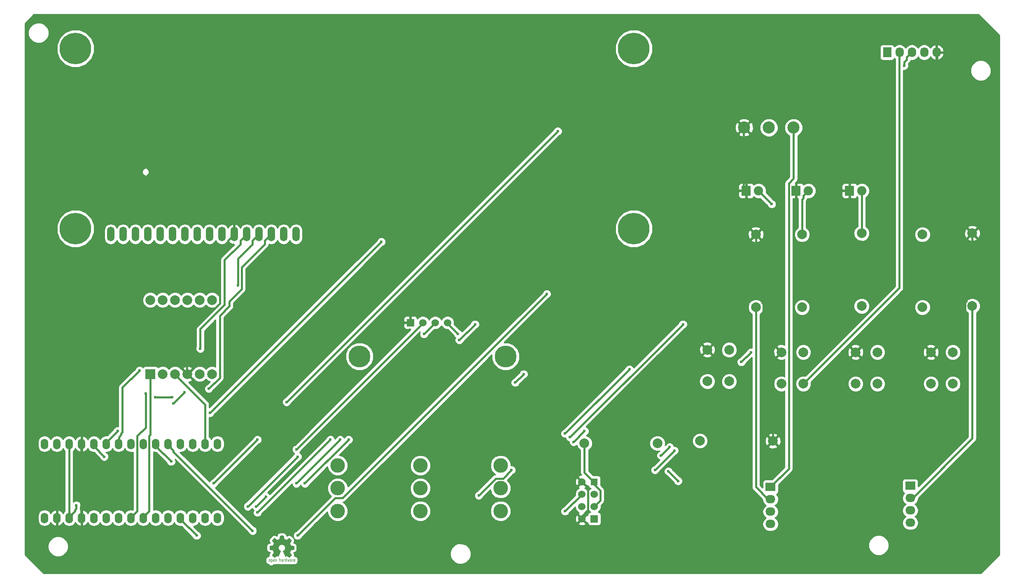
<source format=gbr>
G04 #@! TF.FileFunction,Copper,L1,Top,Signal*
%FSLAX46Y46*%
G04 Gerber Fmt 4.6, Leading zero omitted, Abs format (unit mm)*
G04 Created by KiCad (PCBNEW 4.0.0-rc2-stable) date 3-3-2016 13:28:57*
%MOMM*%
G01*
G04 APERTURE LIST*
%ADD10C,0.100000*%
%ADD11C,0.075000*%
%ADD12C,0.002540*%
%ADD13R,1.900000X2.000000*%
%ADD14C,1.900000*%
%ADD15O,1.524000X2.199640*%
%ADD16O,1.524000X2.197100*%
%ADD17O,1.500000X3.000000*%
%ADD18C,6.500000*%
%ADD19R,1.727200X2.032000*%
%ADD20O,1.727200X2.032000*%
%ADD21R,2.032000X2.032000*%
%ADD22C,2.000000*%
%ADD23R,2.032000X1.727200*%
%ADD24O,2.032000X1.727200*%
%ADD25C,2.499360*%
%ADD26C,1.998980*%
%ADD27C,2.997200*%
%ADD28R,1.524000X1.524000*%
%ADD29C,1.524000*%
%ADD30C,4.500880*%
%ADD31R,1.397000X1.397000*%
%ADD32C,0.600000*%
%ADD33C,0.450000*%
%ADD34C,0.254000*%
G04 APERTURE END LIST*
D10*
D11*
X84660000Y-128620000D02*
X84660000Y-129080000D01*
X84750000Y-128620000D02*
X84800000Y-128620000D01*
X84700000Y-128650000D02*
X84750000Y-128620000D01*
X84680000Y-128670000D02*
X84700000Y-128650000D01*
X84660000Y-128740000D02*
X84680000Y-128670000D01*
X85100000Y-129080000D02*
X85150000Y-129050000D01*
X85000000Y-129080000D02*
X85100000Y-129080000D01*
X84960000Y-129050000D02*
X85000000Y-129080000D01*
X84940000Y-128980000D02*
X84960000Y-129050000D01*
X84940000Y-128710000D02*
X84940000Y-128980000D01*
X84970000Y-128650000D02*
X84940000Y-128710000D01*
X85010000Y-128620000D02*
X84970000Y-128650000D01*
X85110000Y-128620000D02*
X85010000Y-128620000D01*
X85150000Y-128660000D02*
X85110000Y-128620000D01*
X85170000Y-128730000D02*
X85150000Y-128660000D01*
X85170000Y-128850000D02*
X85170000Y-128730000D01*
X85170000Y-128850000D02*
X84940000Y-128850000D01*
X84420000Y-128710000D02*
X84420000Y-129080000D01*
X84390000Y-128650000D02*
X84420000Y-128710000D01*
X84350000Y-128620000D02*
X84390000Y-128650000D01*
X84250000Y-128620000D02*
X84350000Y-128620000D01*
X84200000Y-128650000D02*
X84250000Y-128620000D01*
X84260000Y-128810000D02*
X84210000Y-128840000D01*
X84380000Y-128810000D02*
X84260000Y-128810000D01*
X84420000Y-128780000D02*
X84380000Y-128810000D01*
X84370000Y-129080000D02*
X84420000Y-129040000D01*
X84250000Y-129080000D02*
X84370000Y-129080000D01*
X84200000Y-129040000D02*
X84250000Y-129080000D01*
X84180000Y-128980000D02*
X84200000Y-129040000D01*
X84180000Y-128910000D02*
X84180000Y-128980000D01*
X84210000Y-128840000D02*
X84180000Y-128910000D01*
X83630000Y-128620000D02*
X83730000Y-129080000D01*
X83730000Y-129080000D02*
X83820000Y-128740000D01*
X83820000Y-128740000D02*
X83920000Y-129080000D01*
X83920000Y-129080000D02*
X84020000Y-128620000D01*
X83440000Y-129050000D02*
X83400000Y-129080000D01*
X83400000Y-129080000D02*
X83290000Y-129080000D01*
X83290000Y-129080000D02*
X83250000Y-129050000D01*
X83250000Y-129050000D02*
X83230000Y-129020000D01*
X83230000Y-129020000D02*
X83200000Y-128950000D01*
X83200000Y-128950000D02*
X83200000Y-128750000D01*
X83200000Y-128750000D02*
X83230000Y-128680000D01*
X83230000Y-128680000D02*
X83250000Y-128650000D01*
X83250000Y-128650000D02*
X83310000Y-128610000D01*
X83310000Y-128610000D02*
X83380000Y-128610000D01*
X83380000Y-128610000D02*
X83440000Y-128650000D01*
X83440000Y-128380000D02*
X83440000Y-129080000D01*
X82920000Y-128740000D02*
X82940000Y-128670000D01*
X82940000Y-128670000D02*
X82960000Y-128650000D01*
X82960000Y-128650000D02*
X83010000Y-128620000D01*
X83010000Y-128620000D02*
X83060000Y-128620000D01*
X82920000Y-128620000D02*
X82920000Y-129080000D01*
X82470000Y-128840000D02*
X82440000Y-128910000D01*
X82440000Y-128910000D02*
X82440000Y-128980000D01*
X82440000Y-128980000D02*
X82460000Y-129040000D01*
X82460000Y-129040000D02*
X82510000Y-129080000D01*
X82510000Y-129080000D02*
X82630000Y-129080000D01*
X82630000Y-129080000D02*
X82680000Y-129040000D01*
X82680000Y-128780000D02*
X82640000Y-128810000D01*
X82640000Y-128810000D02*
X82520000Y-128810000D01*
X82520000Y-128810000D02*
X82470000Y-128840000D01*
X82460000Y-128650000D02*
X82510000Y-128620000D01*
X82510000Y-128620000D02*
X82610000Y-128620000D01*
X82610000Y-128620000D02*
X82650000Y-128650000D01*
X82650000Y-128650000D02*
X82680000Y-128710000D01*
X82680000Y-128710000D02*
X82680000Y-129080000D01*
X82010000Y-128690000D02*
X82030000Y-128650000D01*
X82030000Y-128650000D02*
X82080000Y-128620000D01*
X82080000Y-128620000D02*
X82160000Y-128620000D01*
X82160000Y-128620000D02*
X82200000Y-128650000D01*
X82200000Y-128650000D02*
X82220000Y-128710000D01*
X82220000Y-128710000D02*
X82220000Y-129080000D01*
X82010000Y-128380000D02*
X82010000Y-129080000D01*
X80960000Y-128850000D02*
X80730000Y-128850000D01*
X81180000Y-128680000D02*
X81200000Y-128650000D01*
X81200000Y-128650000D02*
X81240000Y-128620000D01*
X81240000Y-128620000D02*
X81330000Y-128620000D01*
X81330000Y-128620000D02*
X81370000Y-128650000D01*
X81370000Y-128650000D02*
X81390000Y-128710000D01*
X81390000Y-128710000D02*
X81390000Y-129080000D01*
X81180000Y-128620000D02*
X81180000Y-129080000D01*
X80960000Y-128850000D02*
X80960000Y-128730000D01*
X80960000Y-128730000D02*
X80940000Y-128660000D01*
X80940000Y-128660000D02*
X80900000Y-128620000D01*
X80900000Y-128620000D02*
X80800000Y-128620000D01*
X80800000Y-128620000D02*
X80760000Y-128650000D01*
X80760000Y-128650000D02*
X80730000Y-128710000D01*
X80730000Y-128710000D02*
X80730000Y-128980000D01*
X80730000Y-128980000D02*
X80750000Y-129050000D01*
X80750000Y-129050000D02*
X80790000Y-129080000D01*
X80790000Y-129080000D02*
X80890000Y-129080000D01*
X80890000Y-129080000D02*
X80940000Y-129050000D01*
X80300000Y-128650000D02*
X80340000Y-128620000D01*
X80340000Y-128620000D02*
X80440000Y-128620000D01*
X80440000Y-128620000D02*
X80480000Y-128650000D01*
X80480000Y-128650000D02*
X80510000Y-128680000D01*
X80510000Y-128680000D02*
X80530000Y-128740000D01*
X80530000Y-128740000D02*
X80530000Y-128960000D01*
X80530000Y-128960000D02*
X80510000Y-129020000D01*
X80510000Y-129020000D02*
X80490000Y-129050000D01*
X80490000Y-129050000D02*
X80450000Y-129080000D01*
X80450000Y-129080000D02*
X80350000Y-129080000D01*
X80350000Y-129080000D02*
X80300000Y-129050000D01*
X80300000Y-129320000D02*
X80300000Y-128620000D01*
X79990000Y-128620000D02*
X79910000Y-128620000D01*
X79910000Y-128620000D02*
X79870000Y-128650000D01*
X79870000Y-128650000D02*
X79850000Y-128680000D01*
X79850000Y-128680000D02*
X79820000Y-128750000D01*
X79910000Y-129080000D02*
X79990000Y-129080000D01*
X79990000Y-129080000D02*
X80040000Y-129050000D01*
X80040000Y-129050000D02*
X80060000Y-129020000D01*
X80060000Y-129020000D02*
X80080000Y-128950000D01*
X80080000Y-128950000D02*
X80080000Y-128750000D01*
X80080000Y-128750000D02*
X80060000Y-128690000D01*
X80060000Y-128690000D02*
X80040000Y-128660000D01*
X80040000Y-128660000D02*
X79990000Y-128620000D01*
X79820000Y-128750000D02*
X79820000Y-128950000D01*
X79820000Y-128950000D02*
X79840000Y-129010000D01*
X79840000Y-129010000D02*
X79860000Y-129040000D01*
X79860000Y-129040000D02*
X79910000Y-129080000D01*
D12*
G36*
X80986160Y-128245360D02*
X81011560Y-128230120D01*
X81069980Y-128194560D01*
X81153800Y-128138680D01*
X81252860Y-128072640D01*
X81351920Y-128006600D01*
X81433200Y-127953260D01*
X81489080Y-127915160D01*
X81514480Y-127902460D01*
X81527180Y-127907540D01*
X81572900Y-127930400D01*
X81641480Y-127965960D01*
X81682120Y-127986280D01*
X81743080Y-128011680D01*
X81776100Y-128019300D01*
X81781180Y-128009140D01*
X81804040Y-127960880D01*
X81839600Y-127879600D01*
X81885320Y-127770380D01*
X81941200Y-127643380D01*
X81997080Y-127508760D01*
X82055500Y-127369060D01*
X82111380Y-127234440D01*
X82159640Y-127115060D01*
X82200280Y-127018540D01*
X82225680Y-126949960D01*
X82235840Y-126922020D01*
X82233300Y-126914400D01*
X82200280Y-126883920D01*
X82146940Y-126843280D01*
X82027560Y-126746760D01*
X81910720Y-126601980D01*
X81839600Y-126436880D01*
X81816740Y-126251460D01*
X81837060Y-126081280D01*
X81903100Y-125918720D01*
X82017400Y-125771400D01*
X82157100Y-125662180D01*
X82319660Y-125593600D01*
X82500000Y-125570740D01*
X82672720Y-125591060D01*
X82840360Y-125657100D01*
X82987680Y-125768860D01*
X83051180Y-125839980D01*
X83137540Y-125989840D01*
X83185800Y-126147320D01*
X83190880Y-126187960D01*
X83183260Y-126363220D01*
X83132460Y-126533400D01*
X83038480Y-126683260D01*
X82908940Y-126807720D01*
X82893700Y-126817880D01*
X82835280Y-126863600D01*
X82794640Y-126894080D01*
X82764160Y-126919480D01*
X82987680Y-127457960D01*
X83023240Y-127541780D01*
X83084200Y-127689100D01*
X83137540Y-127816100D01*
X83180720Y-127917700D01*
X83211200Y-127983740D01*
X83223900Y-128011680D01*
X83223900Y-128014220D01*
X83244220Y-128016760D01*
X83284860Y-128001520D01*
X83361060Y-127965960D01*
X83409320Y-127940560D01*
X83467740Y-127912620D01*
X83493140Y-127902460D01*
X83516000Y-127915160D01*
X83569340Y-127950720D01*
X83650620Y-128004060D01*
X83747140Y-128067560D01*
X83838580Y-128131060D01*
X83922400Y-128186940D01*
X83983360Y-128225040D01*
X84013840Y-128242820D01*
X84018920Y-128242820D01*
X84044320Y-128227580D01*
X84092580Y-128186940D01*
X84166240Y-128118360D01*
X84270380Y-128014220D01*
X84285620Y-127998980D01*
X84371980Y-127912620D01*
X84440560Y-127838960D01*
X84486280Y-127788160D01*
X84504060Y-127765300D01*
X84504060Y-127765300D01*
X84488820Y-127734820D01*
X84450720Y-127673860D01*
X84394840Y-127587500D01*
X84326260Y-127488440D01*
X84148460Y-127229360D01*
X84244980Y-126985520D01*
X84275460Y-126909320D01*
X84313560Y-126820420D01*
X84341500Y-126754380D01*
X84356740Y-126726440D01*
X84382140Y-126716280D01*
X84450720Y-126701040D01*
X84547240Y-126680720D01*
X84661540Y-126660400D01*
X84773300Y-126640080D01*
X84872360Y-126619760D01*
X84943480Y-126607060D01*
X84976500Y-126599440D01*
X84984120Y-126594360D01*
X84991740Y-126579120D01*
X84994280Y-126546100D01*
X84996820Y-126485140D01*
X84999360Y-126391160D01*
X84999360Y-126251460D01*
X84999360Y-126236220D01*
X84996820Y-126106680D01*
X84994280Y-126000000D01*
X84991740Y-125933960D01*
X84986660Y-125906020D01*
X84986660Y-125906020D01*
X84956180Y-125898400D01*
X84885060Y-125883160D01*
X84786000Y-125865380D01*
X84666620Y-125842520D01*
X84659000Y-125839980D01*
X84542160Y-125817120D01*
X84443100Y-125796800D01*
X84371980Y-125781560D01*
X84344040Y-125771400D01*
X84336420Y-125763780D01*
X84313560Y-125718060D01*
X84280540Y-125644400D01*
X84239900Y-125555500D01*
X84201800Y-125461520D01*
X84168780Y-125377700D01*
X84145920Y-125316740D01*
X84138300Y-125288800D01*
X84140840Y-125286260D01*
X84158620Y-125258320D01*
X84199260Y-125197360D01*
X84255140Y-125113540D01*
X84323720Y-125011940D01*
X84328800Y-125004320D01*
X84397380Y-124905260D01*
X84453260Y-124818900D01*
X84488820Y-124760480D01*
X84504060Y-124732540D01*
X84504060Y-124730000D01*
X84481200Y-124699520D01*
X84430400Y-124643640D01*
X84356740Y-124567440D01*
X84270380Y-124478540D01*
X84242440Y-124453140D01*
X84143380Y-124356620D01*
X84077340Y-124295660D01*
X84034160Y-124262640D01*
X84013840Y-124255020D01*
X84013840Y-124255020D01*
X83983360Y-124272800D01*
X83919860Y-124313440D01*
X83836040Y-124371860D01*
X83734440Y-124440440D01*
X83726820Y-124445520D01*
X83627760Y-124514100D01*
X83543940Y-124569980D01*
X83485520Y-124610620D01*
X83457580Y-124625860D01*
X83455040Y-124625860D01*
X83414400Y-124613160D01*
X83343280Y-124587760D01*
X83254380Y-124554740D01*
X83162940Y-124516640D01*
X83079120Y-124481080D01*
X83015620Y-124453140D01*
X82985140Y-124435360D01*
X82985140Y-124435360D01*
X82974980Y-124399800D01*
X82957200Y-124323600D01*
X82936880Y-124222000D01*
X82911480Y-124100080D01*
X82908940Y-124079760D01*
X82886080Y-123960380D01*
X82868300Y-123861320D01*
X82853060Y-123792740D01*
X82845440Y-123764800D01*
X82830200Y-123762260D01*
X82771780Y-123757180D01*
X82682880Y-123754640D01*
X82573660Y-123754640D01*
X82461900Y-123754640D01*
X82352680Y-123757180D01*
X82258700Y-123759720D01*
X82190120Y-123764800D01*
X82162180Y-123769880D01*
X82162180Y-123772420D01*
X82152020Y-123810520D01*
X82134240Y-123884180D01*
X82113920Y-123988320D01*
X82091060Y-124110240D01*
X82085980Y-124133100D01*
X82063120Y-124249940D01*
X82042800Y-124349000D01*
X82030100Y-124415040D01*
X82022480Y-124442980D01*
X82009780Y-124448060D01*
X81961520Y-124468380D01*
X81882780Y-124501400D01*
X81783720Y-124542040D01*
X81555120Y-124633480D01*
X81273180Y-124442980D01*
X81247780Y-124425200D01*
X81146180Y-124356620D01*
X81064900Y-124300740D01*
X81006480Y-124262640D01*
X80983620Y-124249940D01*
X80981080Y-124249940D01*
X80953140Y-124275340D01*
X80897260Y-124328680D01*
X80821060Y-124402340D01*
X80732160Y-124488700D01*
X80668660Y-124554740D01*
X80589920Y-124633480D01*
X80541660Y-124686820D01*
X80513720Y-124719840D01*
X80506100Y-124740160D01*
X80508640Y-124755400D01*
X80526420Y-124783340D01*
X80567060Y-124844300D01*
X80625480Y-124930660D01*
X80694060Y-125029720D01*
X80749940Y-125113540D01*
X80810900Y-125207520D01*
X80849000Y-125273560D01*
X80864240Y-125306580D01*
X80859160Y-125319280D01*
X80841380Y-125375160D01*
X80805820Y-125458980D01*
X80765180Y-125558040D01*
X80666120Y-125779020D01*
X80521340Y-125806960D01*
X80432440Y-125824740D01*
X80310520Y-125847600D01*
X80191140Y-125870460D01*
X80008260Y-125906020D01*
X80000640Y-126581660D01*
X80028580Y-126594360D01*
X80056520Y-126601980D01*
X80125100Y-126617220D01*
X80221620Y-126637540D01*
X80338460Y-126657860D01*
X80434980Y-126675640D01*
X80534040Y-126695960D01*
X80605160Y-126708660D01*
X80635640Y-126716280D01*
X80645800Y-126726440D01*
X80668660Y-126774700D01*
X80704220Y-126850900D01*
X80744860Y-126942340D01*
X80782960Y-127036320D01*
X80818520Y-127125220D01*
X80841380Y-127191260D01*
X80851540Y-127224280D01*
X80838840Y-127252220D01*
X80800740Y-127310640D01*
X80747400Y-127391920D01*
X80678820Y-127490980D01*
X80612780Y-127587500D01*
X80554360Y-127671320D01*
X80516260Y-127732280D01*
X80498480Y-127760220D01*
X80508640Y-127778000D01*
X80546740Y-127826260D01*
X80620400Y-127902460D01*
X80732160Y-128011680D01*
X80749940Y-128029460D01*
X80836300Y-128113280D01*
X80909960Y-128181860D01*
X80963300Y-128227580D01*
X80986160Y-128245360D01*
X80986160Y-128245360D01*
G37*
X80986160Y-128245360D02*
X81011560Y-128230120D01*
X81069980Y-128194560D01*
X81153800Y-128138680D01*
X81252860Y-128072640D01*
X81351920Y-128006600D01*
X81433200Y-127953260D01*
X81489080Y-127915160D01*
X81514480Y-127902460D01*
X81527180Y-127907540D01*
X81572900Y-127930400D01*
X81641480Y-127965960D01*
X81682120Y-127986280D01*
X81743080Y-128011680D01*
X81776100Y-128019300D01*
X81781180Y-128009140D01*
X81804040Y-127960880D01*
X81839600Y-127879600D01*
X81885320Y-127770380D01*
X81941200Y-127643380D01*
X81997080Y-127508760D01*
X82055500Y-127369060D01*
X82111380Y-127234440D01*
X82159640Y-127115060D01*
X82200280Y-127018540D01*
X82225680Y-126949960D01*
X82235840Y-126922020D01*
X82233300Y-126914400D01*
X82200280Y-126883920D01*
X82146940Y-126843280D01*
X82027560Y-126746760D01*
X81910720Y-126601980D01*
X81839600Y-126436880D01*
X81816740Y-126251460D01*
X81837060Y-126081280D01*
X81903100Y-125918720D01*
X82017400Y-125771400D01*
X82157100Y-125662180D01*
X82319660Y-125593600D01*
X82500000Y-125570740D01*
X82672720Y-125591060D01*
X82840360Y-125657100D01*
X82987680Y-125768860D01*
X83051180Y-125839980D01*
X83137540Y-125989840D01*
X83185800Y-126147320D01*
X83190880Y-126187960D01*
X83183260Y-126363220D01*
X83132460Y-126533400D01*
X83038480Y-126683260D01*
X82908940Y-126807720D01*
X82893700Y-126817880D01*
X82835280Y-126863600D01*
X82794640Y-126894080D01*
X82764160Y-126919480D01*
X82987680Y-127457960D01*
X83023240Y-127541780D01*
X83084200Y-127689100D01*
X83137540Y-127816100D01*
X83180720Y-127917700D01*
X83211200Y-127983740D01*
X83223900Y-128011680D01*
X83223900Y-128014220D01*
X83244220Y-128016760D01*
X83284860Y-128001520D01*
X83361060Y-127965960D01*
X83409320Y-127940560D01*
X83467740Y-127912620D01*
X83493140Y-127902460D01*
X83516000Y-127915160D01*
X83569340Y-127950720D01*
X83650620Y-128004060D01*
X83747140Y-128067560D01*
X83838580Y-128131060D01*
X83922400Y-128186940D01*
X83983360Y-128225040D01*
X84013840Y-128242820D01*
X84018920Y-128242820D01*
X84044320Y-128227580D01*
X84092580Y-128186940D01*
X84166240Y-128118360D01*
X84270380Y-128014220D01*
X84285620Y-127998980D01*
X84371980Y-127912620D01*
X84440560Y-127838960D01*
X84486280Y-127788160D01*
X84504060Y-127765300D01*
X84504060Y-127765300D01*
X84488820Y-127734820D01*
X84450720Y-127673860D01*
X84394840Y-127587500D01*
X84326260Y-127488440D01*
X84148460Y-127229360D01*
X84244980Y-126985520D01*
X84275460Y-126909320D01*
X84313560Y-126820420D01*
X84341500Y-126754380D01*
X84356740Y-126726440D01*
X84382140Y-126716280D01*
X84450720Y-126701040D01*
X84547240Y-126680720D01*
X84661540Y-126660400D01*
X84773300Y-126640080D01*
X84872360Y-126619760D01*
X84943480Y-126607060D01*
X84976500Y-126599440D01*
X84984120Y-126594360D01*
X84991740Y-126579120D01*
X84994280Y-126546100D01*
X84996820Y-126485140D01*
X84999360Y-126391160D01*
X84999360Y-126251460D01*
X84999360Y-126236220D01*
X84996820Y-126106680D01*
X84994280Y-126000000D01*
X84991740Y-125933960D01*
X84986660Y-125906020D01*
X84986660Y-125906020D01*
X84956180Y-125898400D01*
X84885060Y-125883160D01*
X84786000Y-125865380D01*
X84666620Y-125842520D01*
X84659000Y-125839980D01*
X84542160Y-125817120D01*
X84443100Y-125796800D01*
X84371980Y-125781560D01*
X84344040Y-125771400D01*
X84336420Y-125763780D01*
X84313560Y-125718060D01*
X84280540Y-125644400D01*
X84239900Y-125555500D01*
X84201800Y-125461520D01*
X84168780Y-125377700D01*
X84145920Y-125316740D01*
X84138300Y-125288800D01*
X84140840Y-125286260D01*
X84158620Y-125258320D01*
X84199260Y-125197360D01*
X84255140Y-125113540D01*
X84323720Y-125011940D01*
X84328800Y-125004320D01*
X84397380Y-124905260D01*
X84453260Y-124818900D01*
X84488820Y-124760480D01*
X84504060Y-124732540D01*
X84504060Y-124730000D01*
X84481200Y-124699520D01*
X84430400Y-124643640D01*
X84356740Y-124567440D01*
X84270380Y-124478540D01*
X84242440Y-124453140D01*
X84143380Y-124356620D01*
X84077340Y-124295660D01*
X84034160Y-124262640D01*
X84013840Y-124255020D01*
X84013840Y-124255020D01*
X83983360Y-124272800D01*
X83919860Y-124313440D01*
X83836040Y-124371860D01*
X83734440Y-124440440D01*
X83726820Y-124445520D01*
X83627760Y-124514100D01*
X83543940Y-124569980D01*
X83485520Y-124610620D01*
X83457580Y-124625860D01*
X83455040Y-124625860D01*
X83414400Y-124613160D01*
X83343280Y-124587760D01*
X83254380Y-124554740D01*
X83162940Y-124516640D01*
X83079120Y-124481080D01*
X83015620Y-124453140D01*
X82985140Y-124435360D01*
X82985140Y-124435360D01*
X82974980Y-124399800D01*
X82957200Y-124323600D01*
X82936880Y-124222000D01*
X82911480Y-124100080D01*
X82908940Y-124079760D01*
X82886080Y-123960380D01*
X82868300Y-123861320D01*
X82853060Y-123792740D01*
X82845440Y-123764800D01*
X82830200Y-123762260D01*
X82771780Y-123757180D01*
X82682880Y-123754640D01*
X82573660Y-123754640D01*
X82461900Y-123754640D01*
X82352680Y-123757180D01*
X82258700Y-123759720D01*
X82190120Y-123764800D01*
X82162180Y-123769880D01*
X82162180Y-123772420D01*
X82152020Y-123810520D01*
X82134240Y-123884180D01*
X82113920Y-123988320D01*
X82091060Y-124110240D01*
X82085980Y-124133100D01*
X82063120Y-124249940D01*
X82042800Y-124349000D01*
X82030100Y-124415040D01*
X82022480Y-124442980D01*
X82009780Y-124448060D01*
X81961520Y-124468380D01*
X81882780Y-124501400D01*
X81783720Y-124542040D01*
X81555120Y-124633480D01*
X81273180Y-124442980D01*
X81247780Y-124425200D01*
X81146180Y-124356620D01*
X81064900Y-124300740D01*
X81006480Y-124262640D01*
X80983620Y-124249940D01*
X80981080Y-124249940D01*
X80953140Y-124275340D01*
X80897260Y-124328680D01*
X80821060Y-124402340D01*
X80732160Y-124488700D01*
X80668660Y-124554740D01*
X80589920Y-124633480D01*
X80541660Y-124686820D01*
X80513720Y-124719840D01*
X80506100Y-124740160D01*
X80508640Y-124755400D01*
X80526420Y-124783340D01*
X80567060Y-124844300D01*
X80625480Y-124930660D01*
X80694060Y-125029720D01*
X80749940Y-125113540D01*
X80810900Y-125207520D01*
X80849000Y-125273560D01*
X80864240Y-125306580D01*
X80859160Y-125319280D01*
X80841380Y-125375160D01*
X80805820Y-125458980D01*
X80765180Y-125558040D01*
X80666120Y-125779020D01*
X80521340Y-125806960D01*
X80432440Y-125824740D01*
X80310520Y-125847600D01*
X80191140Y-125870460D01*
X80008260Y-125906020D01*
X80000640Y-126581660D01*
X80028580Y-126594360D01*
X80056520Y-126601980D01*
X80125100Y-126617220D01*
X80221620Y-126637540D01*
X80338460Y-126657860D01*
X80434980Y-126675640D01*
X80534040Y-126695960D01*
X80605160Y-126708660D01*
X80635640Y-126716280D01*
X80645800Y-126726440D01*
X80668660Y-126774700D01*
X80704220Y-126850900D01*
X80744860Y-126942340D01*
X80782960Y-127036320D01*
X80818520Y-127125220D01*
X80841380Y-127191260D01*
X80851540Y-127224280D01*
X80838840Y-127252220D01*
X80800740Y-127310640D01*
X80747400Y-127391920D01*
X80678820Y-127490980D01*
X80612780Y-127587500D01*
X80554360Y-127671320D01*
X80516260Y-127732280D01*
X80498480Y-127760220D01*
X80508640Y-127778000D01*
X80546740Y-127826260D01*
X80620400Y-127902460D01*
X80732160Y-128011680D01*
X80749940Y-128029460D01*
X80836300Y-128113280D01*
X80909960Y-128181860D01*
X80963300Y-128227580D01*
X80986160Y-128245360D01*
D13*
X199250000Y-52750000D03*
D14*
X201790000Y-52750000D03*
D13*
X178000000Y-52750000D03*
D14*
X180540000Y-52750000D03*
D15*
X33720000Y-120120000D03*
X36260000Y-120120000D03*
X38800000Y-120120000D03*
X41340000Y-120120000D03*
X43880000Y-120120000D03*
X46420000Y-120120000D03*
X48960000Y-120120000D03*
X51500000Y-120120000D03*
X54040000Y-120120000D03*
X56580000Y-120120000D03*
X59120000Y-120120000D03*
X61660000Y-120120000D03*
X64200000Y-120120000D03*
X66740000Y-120120000D03*
X69280000Y-120120000D03*
X69280000Y-104880000D03*
X66740000Y-104880000D03*
X64200000Y-104880000D03*
X61660000Y-104880000D03*
D16*
X59120000Y-104880000D03*
X56580000Y-104880000D03*
X54040000Y-104880000D03*
X51500000Y-104880000D03*
X48960000Y-104880000D03*
X46420000Y-104880000D03*
X43880000Y-104880000D03*
X41340000Y-104880000D03*
X38800000Y-104880000D03*
X36260000Y-104880000D03*
X33720000Y-104880000D03*
D17*
X47335000Y-61685000D03*
X49875000Y-61685000D03*
X52415000Y-61685000D03*
X54955000Y-61685000D03*
X57495000Y-61685000D03*
X60035000Y-61685000D03*
X62575000Y-61685000D03*
X65115000Y-61685000D03*
X67655000Y-61685000D03*
X70195000Y-61685000D03*
X72735000Y-61685000D03*
X75275000Y-61685000D03*
X77815000Y-61685000D03*
X80355000Y-61685000D03*
X82895000Y-61685000D03*
X85435000Y-61685000D03*
D18*
X154904000Y-60542000D03*
X154904000Y-23458000D03*
X40096000Y-60542000D03*
X40096000Y-23458000D03*
D19*
X207000000Y-24250000D03*
D20*
X209540000Y-24250000D03*
X212080000Y-24250000D03*
X214620000Y-24250000D03*
X217160000Y-24250000D03*
D21*
X55500000Y-90500000D03*
D22*
X58040000Y-90500000D03*
X60580000Y-90500000D03*
X63120000Y-90500000D03*
X65660000Y-90500000D03*
X68200000Y-90500000D03*
X63120000Y-75260000D03*
X65660000Y-75260000D03*
X55500000Y-75260000D03*
X58040000Y-75260000D03*
X68200000Y-75260000D03*
X60580000Y-75260000D03*
D23*
X183000000Y-113750000D03*
D24*
X183000000Y-116290000D03*
X183000000Y-118830000D03*
X183000000Y-121370000D03*
D23*
X211750000Y-113500000D03*
D24*
X211750000Y-116040000D03*
X211750000Y-118580000D03*
X211750000Y-121120000D03*
D25*
X182670000Y-39750000D03*
X177590000Y-39750000D03*
X187750000Y-39750000D03*
D26*
X185249560Y-85998800D03*
X189750440Y-92501200D03*
X189750440Y-85998800D03*
X185249560Y-92501200D03*
X200499560Y-85998800D03*
X205000440Y-92501200D03*
X205000440Y-85998800D03*
X200499560Y-92501200D03*
X215999560Y-85998800D03*
X220500440Y-92501200D03*
X220500440Y-85998800D03*
X215999560Y-92501200D03*
D27*
X127500000Y-109301000D03*
X127500000Y-114000000D03*
X127500000Y-118699000D03*
X111000000Y-109301000D03*
X111000000Y-114000000D03*
X111000000Y-118699000D03*
X94000000Y-109301000D03*
X94000000Y-114000000D03*
X94000000Y-118699000D03*
D26*
X189500000Y-76750000D03*
X189500000Y-61750000D03*
X201750000Y-76500000D03*
X201750000Y-61500000D03*
X214250000Y-76750000D03*
X214250000Y-61750000D03*
X180000000Y-76750000D03*
X180000000Y-61750000D03*
X224500000Y-76500000D03*
X224500000Y-61500000D03*
X169999560Y-85498800D03*
X174500440Y-92001200D03*
X174500440Y-85498800D03*
X169999560Y-92001200D03*
D13*
X188250000Y-52750000D03*
D14*
X190790000Y-52750000D03*
D28*
X108975560Y-79913640D03*
D29*
X111515560Y-79913640D03*
X114055560Y-79913640D03*
X116595560Y-79913640D03*
D30*
X128548800Y-86893560D03*
X98498060Y-86858000D03*
D26*
X144750000Y-104750000D03*
X159750000Y-104750000D03*
X168500000Y-104250000D03*
X183500000Y-104250000D03*
D28*
X146770000Y-120310000D03*
D29*
X144230000Y-120310000D03*
X146770000Y-117770000D03*
X144230000Y-117770000D03*
X146770000Y-115230000D03*
X144230000Y-115230000D03*
X144230000Y-112690000D03*
D31*
X146770000Y-112690000D03*
D32*
X168000000Y-108250000D03*
X164750000Y-111500000D03*
X183250000Y-55500000D03*
X40250000Y-117500000D03*
X68500000Y-113000000D03*
X77500000Y-104000000D03*
X119000000Y-83500000D03*
X122250000Y-80250000D03*
X179000000Y-86000000D03*
X177000000Y-88000000D03*
X154000000Y-89500000D03*
X140750000Y-102750000D03*
X94500000Y-104000000D03*
X85500000Y-113000000D03*
X165000000Y-80250000D03*
X141750000Y-103500000D03*
X96250000Y-104000000D03*
X87250000Y-113000000D03*
X54500000Y-94500000D03*
X140750000Y-118750000D03*
X210500000Y-27000000D03*
X137000000Y-74000000D03*
X85750000Y-123750000D03*
X65000000Y-123750000D03*
X75500000Y-117750000D03*
X85750000Y-107500000D03*
X160500000Y-107250000D03*
X162250000Y-105500000D03*
X77250000Y-117750000D03*
X79250000Y-115750000D03*
X123000000Y-115500000D03*
X129750000Y-110250000D03*
X159250000Y-110250000D03*
X163250000Y-106250000D03*
X77500000Y-119000000D03*
X92500000Y-104000000D03*
X130500000Y-92250000D03*
X132250000Y-90500000D03*
X144750000Y-102250000D03*
X142500000Y-104500000D03*
X118750000Y-82250000D03*
X65750000Y-85250000D03*
X67750000Y-98500000D03*
X103000000Y-63250000D03*
X76500000Y-122750000D03*
X164000000Y-112500000D03*
X162000000Y-110500000D03*
X59750000Y-108500000D03*
X139250000Y-40500000D03*
X83500000Y-96250000D03*
X67500000Y-93500000D03*
X62500000Y-94250000D03*
X60250000Y-96500000D03*
X73500000Y-72250000D03*
X53250000Y-89750000D03*
X111750000Y-82250000D03*
X60000000Y-95250000D03*
X56500000Y-95250000D03*
X48750000Y-102250000D03*
X85500000Y-106000000D03*
X46000000Y-107500000D03*
D33*
X168000000Y-108250000D02*
X164750000Y-111500000D01*
X72735000Y-61685000D02*
X72750000Y-61750000D01*
X72750000Y-61750000D02*
X71500000Y-63000000D01*
X71500000Y-63000000D02*
X71500000Y-63750000D01*
X71500000Y-63750000D02*
X69750000Y-65500000D01*
X69750000Y-65500000D02*
X69750000Y-76000000D01*
X69750000Y-76000000D02*
X63000000Y-82750000D01*
X63000000Y-82750000D02*
X63000000Y-90500000D01*
X63000000Y-90500000D02*
X63120000Y-90500000D01*
X224500000Y-61500000D02*
X217250000Y-54250000D01*
X217250000Y-54250000D02*
X217250000Y-24250000D01*
X217250000Y-24250000D02*
X217160000Y-24250000D01*
X215999560Y-85998800D02*
X216000000Y-86000000D01*
X216000000Y-86000000D02*
X223000000Y-79000000D01*
X223000000Y-79000000D02*
X223000000Y-75750000D01*
X223000000Y-75750000D02*
X223250000Y-75500000D01*
X223250000Y-75500000D02*
X223250000Y-75250000D01*
X223250000Y-75250000D02*
X224500000Y-74000000D01*
X224500000Y-74000000D02*
X224500000Y-61500000D01*
X185249560Y-85998800D02*
X185250000Y-86000000D01*
X185250000Y-86000000D02*
X181500000Y-82250000D01*
X181500000Y-82250000D02*
X181500000Y-76000000D01*
X181500000Y-76000000D02*
X181250000Y-75750000D01*
X181250000Y-75750000D02*
X181250000Y-75500000D01*
X181250000Y-75500000D02*
X180000000Y-74250000D01*
X180000000Y-74250000D02*
X180000000Y-61750000D01*
X185249560Y-85998800D02*
X185250000Y-86000000D01*
X185250000Y-86000000D02*
X183500000Y-87750000D01*
X183500000Y-87750000D02*
X183500000Y-104250000D01*
X180000000Y-61750000D02*
X178000000Y-59750000D01*
X178000000Y-59750000D02*
X178000000Y-52750000D01*
X41340000Y-104880000D02*
X41250000Y-105000000D01*
X41250000Y-105000000D02*
X41250000Y-120000000D01*
X41250000Y-120000000D02*
X41340000Y-120120000D01*
X178000000Y-52750000D02*
X177500000Y-52250000D01*
X177500000Y-52250000D02*
X177500000Y-39750000D01*
X177500000Y-39750000D02*
X177590000Y-39750000D01*
X144230000Y-112690000D02*
X144250000Y-112750000D01*
X144250000Y-112750000D02*
X145500000Y-114000000D01*
X145500000Y-114000000D02*
X145500000Y-118500000D01*
X145500000Y-118500000D02*
X144250000Y-119750000D01*
X144250000Y-119750000D02*
X144250000Y-120250000D01*
X144250000Y-120250000D02*
X144230000Y-120310000D01*
X190790000Y-52750000D02*
X190750000Y-52750000D01*
X190750000Y-52750000D02*
X189750000Y-53750000D01*
X189750000Y-53750000D02*
X189750000Y-54250000D01*
X189750000Y-54250000D02*
X189500000Y-54500000D01*
X189500000Y-54500000D02*
X189500000Y-61750000D01*
X201790000Y-52750000D02*
X201750000Y-52750000D01*
X201750000Y-52750000D02*
X201750000Y-61500000D01*
X183250000Y-55500000D02*
X180500000Y-52750000D01*
X180500000Y-52750000D02*
X180540000Y-52750000D01*
X38800000Y-120120000D02*
X38750000Y-120000000D01*
X38750000Y-120000000D02*
X40000000Y-118750000D01*
X40000000Y-118750000D02*
X40000000Y-118500000D01*
X40000000Y-118500000D02*
X40250000Y-118250000D01*
X40250000Y-118250000D02*
X40250000Y-117500000D01*
X38800000Y-120120000D02*
X38750000Y-120000000D01*
X38750000Y-120000000D02*
X38750000Y-105000000D01*
X38750000Y-105000000D02*
X38800000Y-104880000D01*
X68500000Y-113000000D02*
X77500000Y-104000000D01*
X119000000Y-83500000D02*
X122250000Y-80250000D01*
X179000000Y-86000000D02*
X177000000Y-88000000D01*
X154000000Y-89500000D02*
X140750000Y-102750000D01*
X94500000Y-104000000D02*
X85500000Y-113000000D01*
X165000000Y-80250000D02*
X141750000Y-103500000D01*
X96250000Y-104000000D02*
X87250000Y-113000000D01*
X51500000Y-120120000D02*
X51500000Y-120000000D01*
X51500000Y-120000000D02*
X52750000Y-118750000D01*
X52750000Y-118750000D02*
X52750000Y-103250000D01*
X52750000Y-103250000D02*
X54500000Y-101500000D01*
X54500000Y-101500000D02*
X54500000Y-94500000D01*
X54040000Y-120120000D02*
X54000000Y-120000000D01*
X54000000Y-120000000D02*
X55250000Y-118750000D01*
X55250000Y-118750000D02*
X55250000Y-103250000D01*
X55250000Y-103250000D02*
X55500000Y-103000000D01*
X55500000Y-103000000D02*
X55500000Y-90500000D01*
X140750000Y-118750000D02*
X144250000Y-115250000D01*
X144250000Y-115250000D02*
X144230000Y-115230000D01*
X212080000Y-24250000D02*
X212000000Y-24250000D01*
X212000000Y-24250000D02*
X211000000Y-25250000D01*
X211000000Y-25250000D02*
X211000000Y-25750000D01*
X211000000Y-25750000D02*
X210500000Y-26250000D01*
X210500000Y-26250000D02*
X210500000Y-27000000D01*
X137000000Y-74000000D02*
X95000000Y-116000000D01*
X95000000Y-116000000D02*
X93500000Y-116000000D01*
X93500000Y-116000000D02*
X85750000Y-123750000D01*
X65000000Y-123750000D02*
X61750000Y-120500000D01*
X61750000Y-120500000D02*
X61750000Y-120000000D01*
X61750000Y-120000000D02*
X61660000Y-120120000D01*
X75500000Y-117750000D02*
X85750000Y-107500000D01*
X160500000Y-107250000D02*
X162250000Y-105500000D01*
X189750440Y-92501200D02*
X189750000Y-92500000D01*
X189750000Y-92500000D02*
X209500000Y-72750000D01*
X209500000Y-72750000D02*
X209500000Y-24250000D01*
X209500000Y-24250000D02*
X209540000Y-24250000D01*
X77250000Y-117750000D02*
X79250000Y-115750000D01*
X123000000Y-115500000D02*
X126500000Y-112000000D01*
X126500000Y-112000000D02*
X128000000Y-112000000D01*
X128000000Y-112000000D02*
X129750000Y-110250000D01*
X159250000Y-110250000D02*
X163250000Y-106250000D01*
X77500000Y-119000000D02*
X92500000Y-104000000D01*
X130500000Y-92250000D02*
X132250000Y-90500000D01*
X144750000Y-102250000D02*
X142500000Y-104500000D01*
X118750000Y-82250000D02*
X116500000Y-80000000D01*
X116500000Y-80000000D02*
X116595560Y-79913640D01*
X183000000Y-113750000D02*
X186750000Y-110000000D01*
X186750000Y-110000000D02*
X186750000Y-51250000D01*
X186750000Y-51250000D02*
X187750000Y-50250000D01*
X187750000Y-50250000D02*
X187750000Y-39750000D01*
X75275000Y-61685000D02*
X75250000Y-61750000D01*
X75250000Y-61750000D02*
X74000000Y-63000000D01*
X74000000Y-63000000D02*
X74000000Y-63750000D01*
X74000000Y-63750000D02*
X70750000Y-67000000D01*
X70750000Y-67000000D02*
X70750000Y-76250000D01*
X70750000Y-76250000D02*
X65750000Y-81250000D01*
X65750000Y-81250000D02*
X65750000Y-85250000D01*
X60580000Y-90500000D02*
X60500000Y-90500000D01*
X60500000Y-90500000D02*
X66750000Y-96750000D01*
X66750000Y-96750000D02*
X66750000Y-105000000D01*
X66750000Y-105000000D02*
X66740000Y-104880000D01*
X146770000Y-112690000D02*
X146750000Y-112750000D01*
X146750000Y-112750000D02*
X144750000Y-110750000D01*
X144750000Y-110750000D02*
X144750000Y-104750000D01*
X146770000Y-117770000D02*
X147000000Y-117500000D01*
X147000000Y-117500000D02*
X148000000Y-116500000D01*
X148000000Y-116500000D02*
X148000000Y-114500000D01*
X148000000Y-114500000D02*
X146750000Y-113250000D01*
X146750000Y-113250000D02*
X146750000Y-112750000D01*
X146750000Y-112750000D02*
X146770000Y-112690000D01*
X67750000Y-98500000D02*
X103000000Y-63250000D01*
X59120000Y-104880000D02*
X59250000Y-105250000D01*
X59250000Y-105250000D02*
X60250000Y-106250000D01*
X60250000Y-106250000D02*
X60250000Y-106500000D01*
X60250000Y-106500000D02*
X76500000Y-122750000D01*
X164000000Y-112500000D02*
X162000000Y-110500000D01*
X59750000Y-108500000D02*
X56500000Y-105250000D01*
X56500000Y-105250000D02*
X56500000Y-105000000D01*
X56500000Y-105000000D02*
X56580000Y-104880000D01*
X139250000Y-40500000D02*
X83500000Y-96250000D01*
X80355000Y-61685000D02*
X80250000Y-61750000D01*
X80250000Y-61750000D02*
X79000000Y-63000000D01*
X79000000Y-63000000D02*
X79000000Y-63750000D01*
X79000000Y-63750000D02*
X74250000Y-68500000D01*
X74250000Y-68500000D02*
X74250000Y-73000000D01*
X74250000Y-73000000D02*
X71750000Y-75500000D01*
X71750000Y-75500000D02*
X71750000Y-76500000D01*
X71750000Y-76500000D02*
X69750000Y-78500000D01*
X69750000Y-78500000D02*
X69750000Y-91250000D01*
X69750000Y-91250000D02*
X67500000Y-93500000D01*
X62500000Y-94250000D02*
X60250000Y-96500000D01*
X77815000Y-61685000D02*
X76500000Y-63000000D01*
X76500000Y-63000000D02*
X76500000Y-63750000D01*
X76500000Y-63750000D02*
X73500000Y-66750000D01*
X73500000Y-66750000D02*
X73500000Y-72250000D01*
X53250000Y-89750000D02*
X49750000Y-93250000D01*
X49750000Y-93250000D02*
X49750000Y-102500000D01*
X49750000Y-102500000D02*
X49500000Y-102750000D01*
X49500000Y-102750000D02*
X49500000Y-103000000D01*
X49500000Y-103000000D02*
X49000000Y-103500000D01*
X49000000Y-103500000D02*
X49000000Y-105000000D01*
X49000000Y-105000000D02*
X48960000Y-104880000D01*
X114055560Y-79913640D02*
X114000000Y-80000000D01*
X114000000Y-80000000D02*
X111750000Y-82250000D01*
X60000000Y-95250000D02*
X56500000Y-95250000D01*
X48750000Y-102250000D02*
X46500000Y-104500000D01*
X46500000Y-104500000D02*
X46500000Y-105000000D01*
X46500000Y-105000000D02*
X46420000Y-104880000D01*
X111515560Y-79913640D02*
X111500000Y-80000000D01*
X111500000Y-80000000D02*
X85500000Y-106000000D01*
X46000000Y-107500000D02*
X44000000Y-105500000D01*
X44000000Y-105500000D02*
X44000000Y-105000000D01*
X44000000Y-105000000D02*
X43880000Y-104880000D01*
X183000000Y-116290000D02*
X183000000Y-116250000D01*
X183000000Y-116250000D02*
X182500000Y-116250000D01*
X182500000Y-116250000D02*
X180000000Y-113750000D01*
X180000000Y-113750000D02*
X180000000Y-76750000D01*
X211750000Y-116040000D02*
X211750000Y-116000000D01*
X211750000Y-116000000D02*
X212250000Y-116000000D01*
X212250000Y-116000000D02*
X224500000Y-103750000D01*
X224500000Y-103750000D02*
X224500000Y-76500000D01*
D34*
G36*
X230040000Y-20794092D02*
X230040000Y-127705908D01*
X226205908Y-131540000D01*
X33544092Y-131540000D01*
X30754092Y-128750000D01*
X79147500Y-128750000D01*
X79147500Y-128950000D01*
X79168528Y-129055717D01*
X79182010Y-129162663D01*
X79202011Y-129222664D01*
X79246305Y-129300367D01*
X79264848Y-129345267D01*
X79270911Y-129364392D01*
X79274514Y-129368672D01*
X79280446Y-129383036D01*
X79300446Y-129413036D01*
X79323965Y-129436605D01*
X79331957Y-129450624D01*
X79358555Y-129471266D01*
X79373395Y-129486137D01*
X79439893Y-129565134D01*
X79489892Y-129605134D01*
X79573932Y-129648714D01*
X79652645Y-129701309D01*
X79689487Y-129708637D01*
X79722832Y-129725929D01*
X79781323Y-129730953D01*
X79824471Y-129795529D01*
X80042645Y-129941309D01*
X80300000Y-129992500D01*
X80557355Y-129941309D01*
X80775529Y-129795529D01*
X80804280Y-129752500D01*
X80890000Y-129752500D01*
X80939040Y-129742745D01*
X80988981Y-129745176D01*
X81044024Y-129725453D01*
X81180000Y-129752500D01*
X81285000Y-129731614D01*
X81390000Y-129752500D01*
X81647355Y-129701309D01*
X81700000Y-129666133D01*
X81752645Y-129701309D01*
X82010000Y-129752500D01*
X82115000Y-129731614D01*
X82220000Y-129752500D01*
X82344308Y-129727774D01*
X82417149Y-129734031D01*
X82510000Y-129752500D01*
X82630000Y-129752500D01*
X82655000Y-129747527D01*
X82680000Y-129752500D01*
X82800000Y-129728631D01*
X82920000Y-129752500D01*
X83094565Y-129717777D01*
X83123099Y-129731460D01*
X83207297Y-129736049D01*
X83290000Y-129752500D01*
X83400000Y-129752500D01*
X83420000Y-129748522D01*
X83440000Y-129752500D01*
X83537802Y-129733046D01*
X83566901Y-129731460D01*
X83568357Y-129730762D01*
X83585128Y-129731810D01*
X83610503Y-129741798D01*
X83715242Y-129739943D01*
X83819798Y-129746478D01*
X83830089Y-129742950D01*
X83848415Y-129748679D01*
X83943770Y-129740102D01*
X84039497Y-129741798D01*
X84073433Y-129728440D01*
X84082535Y-129727621D01*
X84157149Y-129734031D01*
X84250000Y-129752500D01*
X84370000Y-129752500D01*
X84395000Y-129747527D01*
X84420000Y-129752500D01*
X84540000Y-129728631D01*
X84660000Y-129752500D01*
X84813361Y-129721995D01*
X84833099Y-129731460D01*
X84917297Y-129736049D01*
X85000000Y-129752500D01*
X85100000Y-129752500D01*
X85149040Y-129742745D01*
X85198981Y-129745176D01*
X85276544Y-129717383D01*
X85357355Y-129701309D01*
X85398929Y-129673530D01*
X85445998Y-129656664D01*
X85495999Y-129626664D01*
X85571289Y-129558362D01*
X85575529Y-129555529D01*
X85577248Y-129552956D01*
X85690341Y-129450360D01*
X85802421Y-129213105D01*
X85812835Y-128999136D01*
X85842500Y-128850000D01*
X85842500Y-128730000D01*
X85824273Y-128638366D01*
X85816625Y-128545250D01*
X85796625Y-128475250D01*
X85778884Y-128440722D01*
X85771310Y-128402646D01*
X85719403Y-128324961D01*
X85676703Y-128241860D01*
X85647097Y-128216749D01*
X85625530Y-128184471D01*
X85585529Y-128144471D01*
X85580438Y-128141069D01*
X85367355Y-127998691D01*
X85110719Y-127947643D01*
X85117559Y-127933998D01*
X85118365Y-127922815D01*
X117114630Y-127922815D01*
X117438980Y-128707800D01*
X118039041Y-129308909D01*
X118823459Y-129634628D01*
X119672815Y-129635370D01*
X120457800Y-129311020D01*
X121058909Y-128710959D01*
X121384628Y-127926541D01*
X121385370Y-127077185D01*
X121061020Y-126292200D01*
X120941844Y-126172815D01*
X203114630Y-126172815D01*
X203438980Y-126957800D01*
X204039041Y-127558909D01*
X204823459Y-127884628D01*
X205672815Y-127885370D01*
X206457800Y-127561020D01*
X207058909Y-126960959D01*
X207384628Y-126176541D01*
X207385370Y-125327185D01*
X207061020Y-124542200D01*
X206460959Y-123941091D01*
X205676541Y-123615372D01*
X204827185Y-123614630D01*
X204042200Y-123938980D01*
X203441091Y-124539041D01*
X203115372Y-125323459D01*
X203114630Y-126172815D01*
X120941844Y-126172815D01*
X120460959Y-125691091D01*
X119676541Y-125365372D01*
X118827185Y-125364630D01*
X118042200Y-125688980D01*
X117441091Y-126289041D01*
X117115372Y-127073459D01*
X117114630Y-127922815D01*
X85118365Y-127922815D01*
X85125289Y-127826818D01*
X85138730Y-127720196D01*
X85134177Y-127703571D01*
X85135417Y-127686381D01*
X85101541Y-127584398D01*
X85073157Y-127480752D01*
X85057917Y-127450271D01*
X85039196Y-127426149D01*
X85028376Y-127397598D01*
X84990276Y-127336638D01*
X84986790Y-127332933D01*
X84984913Y-127328205D01*
X84938063Y-127255801D01*
X84992233Y-127244689D01*
X85055330Y-127233422D01*
X85070389Y-127227528D01*
X85086551Y-127227036D01*
X85119572Y-127219416D01*
X85160115Y-127201157D01*
X85185326Y-127197979D01*
X85246535Y-127163087D01*
X85329439Y-127128849D01*
X85337059Y-127123769D01*
X85341259Y-127119578D01*
X85345935Y-127117472D01*
X85368352Y-127093646D01*
X85401005Y-127075033D01*
X85452889Y-127008181D01*
X85512789Y-126948406D01*
X85528349Y-126910951D01*
X85553217Y-126878909D01*
X85560837Y-126863668D01*
X85585681Y-126772949D01*
X85608034Y-126719143D01*
X85608062Y-126692442D01*
X85626136Y-126627920D01*
X85628676Y-126594899D01*
X85627321Y-126583623D01*
X85629998Y-126572588D01*
X85632538Y-126511628D01*
X85631808Y-126506950D01*
X85632858Y-126502330D01*
X85635398Y-126408351D01*
X85633925Y-126399733D01*
X85635630Y-126391160D01*
X85635630Y-126236220D01*
X85634392Y-126229996D01*
X85635508Y-126223747D01*
X85632968Y-126094207D01*
X85632676Y-126092877D01*
X85632910Y-126091535D01*
X85630370Y-125984855D01*
X85629335Y-125980228D01*
X85630080Y-125975546D01*
X85627540Y-125909506D01*
X85617000Y-125865441D01*
X85617747Y-125820140D01*
X85612667Y-125792201D01*
X85579237Y-125707572D01*
X85569785Y-125668057D01*
X85558923Y-125653081D01*
X85532257Y-125578662D01*
X85525276Y-125570966D01*
X85521458Y-125561302D01*
X85442120Y-125479303D01*
X85365451Y-125394789D01*
X85356055Y-125390350D01*
X85348831Y-125382884D01*
X85244160Y-125337490D01*
X85140978Y-125288747D01*
X85110498Y-125281127D01*
X85099555Y-125280594D01*
X85089498Y-125276254D01*
X85018377Y-125261014D01*
X85007548Y-125260854D01*
X84997466Y-125256898D01*
X84934960Y-125245679D01*
X84987453Y-125164555D01*
X84990738Y-125156282D01*
X84996761Y-125149727D01*
X85032321Y-125091306D01*
X85037580Y-125076919D01*
X85047399Y-125065159D01*
X85062639Y-125037219D01*
X85072862Y-125004518D01*
X85091897Y-124976030D01*
X85108624Y-124891935D01*
X85133935Y-124819982D01*
X85133433Y-124810767D01*
X85136715Y-124800268D01*
X85133646Y-124766144D01*
X85140330Y-124732540D01*
X85140330Y-124730000D01*
X85124766Y-124651754D01*
X85120424Y-124572090D01*
X85115216Y-124561229D01*
X85114476Y-124553006D01*
X85099396Y-124524208D01*
X85091897Y-124486510D01*
X85047573Y-124420175D01*
X85013076Y-124348238D01*
X84990216Y-124317758D01*
X84967634Y-124297510D01*
X84952002Y-124271519D01*
X84901202Y-124215638D01*
X84893235Y-124209748D01*
X84887871Y-124201418D01*
X84814211Y-124125218D01*
X84813557Y-124124765D01*
X84813124Y-124124096D01*
X84726763Y-124035196D01*
X84710283Y-124023836D01*
X84698382Y-124007738D01*
X84678576Y-123989733D01*
X84622574Y-123935167D01*
X84814838Y-123935167D01*
X84956883Y-124278943D01*
X85219673Y-124542192D01*
X85563201Y-124684838D01*
X85935167Y-124685162D01*
X86278943Y-124543117D01*
X86542192Y-124280327D01*
X86617672Y-124098552D01*
X89426011Y-121290213D01*
X143429392Y-121290213D01*
X143498857Y-121532397D01*
X144022302Y-121719144D01*
X144577368Y-121691362D01*
X144961143Y-121532397D01*
X145030608Y-121290213D01*
X144230000Y-120489605D01*
X143429392Y-121290213D01*
X89426011Y-121290213D01*
X91866267Y-118849957D01*
X91866030Y-119121537D01*
X92190167Y-119906009D01*
X92789835Y-120506724D01*
X93573739Y-120832229D01*
X94422537Y-120832970D01*
X95207009Y-120508833D01*
X95807724Y-119909165D01*
X96133229Y-119125261D01*
X96133232Y-119121537D01*
X108866030Y-119121537D01*
X109190167Y-119906009D01*
X109789835Y-120506724D01*
X110573739Y-120832229D01*
X111422537Y-120832970D01*
X112207009Y-120508833D01*
X112807724Y-119909165D01*
X113133229Y-119125261D01*
X113133232Y-119121537D01*
X125366030Y-119121537D01*
X125690167Y-119906009D01*
X126289835Y-120506724D01*
X127073739Y-120832229D01*
X127922537Y-120832970D01*
X128707009Y-120508833D01*
X129114249Y-120102302D01*
X142820856Y-120102302D01*
X142848638Y-120657368D01*
X143007603Y-121041143D01*
X143249787Y-121110608D01*
X144050395Y-120310000D01*
X143249787Y-119509392D01*
X143007603Y-119578857D01*
X142820856Y-120102302D01*
X129114249Y-120102302D01*
X129307724Y-119909165D01*
X129633229Y-119125261D01*
X129633970Y-118276463D01*
X129309833Y-117491991D01*
X128710165Y-116891276D01*
X127926261Y-116565771D01*
X127077463Y-116565030D01*
X126292991Y-116889167D01*
X125692276Y-117488835D01*
X125366771Y-118272739D01*
X125366030Y-119121537D01*
X113133232Y-119121537D01*
X113133970Y-118276463D01*
X112809833Y-117491991D01*
X112210165Y-116891276D01*
X111426261Y-116565771D01*
X110577463Y-116565030D01*
X109792991Y-116889167D01*
X109192276Y-117488835D01*
X108866771Y-118272739D01*
X108866030Y-119121537D01*
X96133232Y-119121537D01*
X96133970Y-118276463D01*
X95809833Y-117491991D01*
X95210165Y-116891276D01*
X95091170Y-116841865D01*
X95329108Y-116794536D01*
X95608112Y-116608112D01*
X97793687Y-114422537D01*
X108866030Y-114422537D01*
X109190167Y-115207009D01*
X109789835Y-115807724D01*
X110573739Y-116133229D01*
X111422537Y-116133970D01*
X112207009Y-115809833D01*
X112331892Y-115685167D01*
X122064838Y-115685167D01*
X122206883Y-116028943D01*
X122469673Y-116292192D01*
X122813201Y-116434838D01*
X123185167Y-116435162D01*
X123528943Y-116293117D01*
X123792192Y-116030327D01*
X123867672Y-115848552D01*
X125366093Y-114350131D01*
X125366030Y-114422537D01*
X125690167Y-115207009D01*
X126289835Y-115807724D01*
X127073739Y-116133229D01*
X127922537Y-116133970D01*
X128707009Y-115809833D01*
X129307724Y-115210165D01*
X129633229Y-114426261D01*
X129633970Y-113577463D01*
X129309833Y-112792991D01*
X128999686Y-112482302D01*
X142820856Y-112482302D01*
X142848638Y-113037368D01*
X143007603Y-113421143D01*
X143249787Y-113490608D01*
X144050395Y-112690000D01*
X143249787Y-111889392D01*
X143007603Y-111958857D01*
X142820856Y-112482302D01*
X128999686Y-112482302D01*
X128866920Y-112349304D01*
X130098585Y-111117639D01*
X130278943Y-111043117D01*
X130542192Y-110780327D01*
X130684838Y-110436799D01*
X130685162Y-110064833D01*
X130543117Y-109721057D01*
X130280327Y-109457808D01*
X129936799Y-109315162D01*
X129633589Y-109314898D01*
X129633970Y-108878463D01*
X129309833Y-108093991D01*
X128710165Y-107493276D01*
X127926261Y-107167771D01*
X127077463Y-107167030D01*
X126292991Y-107491167D01*
X125692276Y-108090835D01*
X125366771Y-108874739D01*
X125366030Y-109723537D01*
X125690167Y-110508009D01*
X126289835Y-111108724D01*
X126408830Y-111158135D01*
X126170892Y-111205464D01*
X125891888Y-111391888D01*
X122651415Y-114632361D01*
X122471057Y-114706883D01*
X122207808Y-114969673D01*
X122065162Y-115313201D01*
X122064838Y-115685167D01*
X112331892Y-115685167D01*
X112807724Y-115210165D01*
X113133229Y-114426261D01*
X113133970Y-113577463D01*
X112809833Y-112792991D01*
X112210165Y-112192276D01*
X111426261Y-111866771D01*
X110577463Y-111866030D01*
X109792991Y-112190167D01*
X109192276Y-112789835D01*
X108866771Y-113573739D01*
X108866030Y-114422537D01*
X97793687Y-114422537D01*
X102492687Y-109723537D01*
X108866030Y-109723537D01*
X109190167Y-110508009D01*
X109789835Y-111108724D01*
X110573739Y-111434229D01*
X111422537Y-111434970D01*
X112207009Y-111110833D01*
X112807724Y-110511165D01*
X113133229Y-109727261D01*
X113133970Y-108878463D01*
X112809833Y-108093991D01*
X112210165Y-107493276D01*
X111426261Y-107167771D01*
X110577463Y-107167030D01*
X109792991Y-107491167D01*
X109192276Y-108090835D01*
X108866771Y-108874739D01*
X108866030Y-109723537D01*
X102492687Y-109723537D01*
X109281057Y-102935167D01*
X139814838Y-102935167D01*
X139956883Y-103278943D01*
X140219673Y-103542192D01*
X140563201Y-103684838D01*
X140814838Y-103685057D01*
X140814838Y-103685167D01*
X140956883Y-104028943D01*
X141219673Y-104292192D01*
X141563201Y-104434838D01*
X141565056Y-104434840D01*
X141564838Y-104685167D01*
X141706883Y-105028943D01*
X141969673Y-105292192D01*
X142313201Y-105434838D01*
X142685167Y-105435162D01*
X143028943Y-105293117D01*
X143154218Y-105168061D01*
X143363538Y-105674655D01*
X143822927Y-106134846D01*
X143890000Y-106162697D01*
X143890000Y-110750000D01*
X143955464Y-111079108D01*
X144097842Y-111292192D01*
X144101511Y-111297683D01*
X143882632Y-111308638D01*
X143498857Y-111467603D01*
X143429392Y-111709787D01*
X144230000Y-112510395D01*
X144244143Y-112496253D01*
X144423748Y-112675858D01*
X144409605Y-112690000D01*
X145210213Y-113490608D01*
X145431339Y-113427183D01*
X145468338Y-113623817D01*
X145607410Y-113839941D01*
X145819610Y-113984931D01*
X146024590Y-114026441D01*
X145979697Y-114044990D01*
X145586371Y-114437630D01*
X145500051Y-114645512D01*
X145415010Y-114439697D01*
X145022370Y-114046371D01*
X144830273Y-113966605D01*
X144961143Y-113912397D01*
X145030608Y-113670213D01*
X144230000Y-112869605D01*
X143429392Y-113670213D01*
X143498857Y-113912397D01*
X143639318Y-113962509D01*
X143439697Y-114044990D01*
X143046371Y-114437630D01*
X142833243Y-114950900D01*
X142832807Y-115450969D01*
X140401415Y-117882361D01*
X140221057Y-117956883D01*
X139957808Y-118219673D01*
X139815162Y-118563201D01*
X139814838Y-118935167D01*
X139956883Y-119278943D01*
X140219673Y-119542192D01*
X140563201Y-119684838D01*
X140935167Y-119685162D01*
X141278943Y-119543117D01*
X141542192Y-119280327D01*
X141617672Y-119098552D01*
X142832901Y-117883323D01*
X142832758Y-118046661D01*
X143044990Y-118560303D01*
X143437630Y-118953629D01*
X143629727Y-119033395D01*
X143498857Y-119087603D01*
X143429392Y-119329787D01*
X144230000Y-120130395D01*
X145030608Y-119329787D01*
X144961143Y-119087603D01*
X144820682Y-119037491D01*
X145020303Y-118955010D01*
X145413629Y-118562370D01*
X145499949Y-118354488D01*
X145584990Y-118560303D01*
X145937833Y-118913763D01*
X145772683Y-118944838D01*
X145556559Y-119083910D01*
X145411569Y-119296110D01*
X145360560Y-119548000D01*
X145360560Y-119552516D01*
X145210213Y-119509392D01*
X144409605Y-120310000D01*
X145210213Y-121110608D01*
X145360560Y-121067484D01*
X145360560Y-121072000D01*
X145404838Y-121307317D01*
X145543910Y-121523441D01*
X145756110Y-121668431D01*
X146008000Y-121719440D01*
X147532000Y-121719440D01*
X147767317Y-121675162D01*
X147983441Y-121536090D01*
X148128431Y-121323890D01*
X148179440Y-121072000D01*
X148179440Y-119548000D01*
X148135162Y-119312683D01*
X147996090Y-119096559D01*
X147783890Y-118951569D01*
X147600876Y-118914508D01*
X147953629Y-118562370D01*
X148166757Y-118049100D01*
X148167193Y-117549031D01*
X148608112Y-117108112D01*
X148794537Y-116829107D01*
X148860001Y-116500000D01*
X148860000Y-116499995D01*
X148860000Y-114500000D01*
X148794536Y-114170892D01*
X148608112Y-113891888D01*
X148114051Y-113397827D01*
X148115940Y-113388500D01*
X148115940Y-111991500D01*
X148071662Y-111756183D01*
X147932590Y-111540059D01*
X147720390Y-111395069D01*
X147468500Y-111344060D01*
X146560284Y-111344060D01*
X145610000Y-110393776D01*
X145610000Y-106163177D01*
X145674655Y-106136462D01*
X146134846Y-105677073D01*
X146384206Y-105076547D01*
X146384208Y-105073694D01*
X158115226Y-105073694D01*
X158363538Y-105674655D01*
X158822927Y-106134846D01*
X159423453Y-106384206D01*
X160073694Y-106384774D01*
X160202029Y-106331747D01*
X160151415Y-106382361D01*
X159971057Y-106456883D01*
X159707808Y-106719673D01*
X159565162Y-107063201D01*
X159564838Y-107435167D01*
X159706883Y-107778943D01*
X159969673Y-108042192D01*
X160161804Y-108121972D01*
X158901415Y-109382361D01*
X158721057Y-109456883D01*
X158457808Y-109719673D01*
X158315162Y-110063201D01*
X158314838Y-110435167D01*
X158456883Y-110778943D01*
X158719673Y-111042192D01*
X159063201Y-111184838D01*
X159435167Y-111185162D01*
X159778943Y-111043117D01*
X160042192Y-110780327D01*
X160081706Y-110685167D01*
X161064838Y-110685167D01*
X161206883Y-111028943D01*
X161469673Y-111292192D01*
X161651448Y-111367672D01*
X163132361Y-112848585D01*
X163206883Y-113028943D01*
X163469673Y-113292192D01*
X163813201Y-113434838D01*
X164185167Y-113435162D01*
X164528943Y-113293117D01*
X164792192Y-113030327D01*
X164934838Y-112686799D01*
X164935162Y-112314833D01*
X164793117Y-111971057D01*
X164530327Y-111707808D01*
X164348552Y-111632328D01*
X162867639Y-110151415D01*
X162793117Y-109971057D01*
X162530327Y-109707808D01*
X162186799Y-109565162D01*
X161814833Y-109564838D01*
X161471057Y-109706883D01*
X161207808Y-109969673D01*
X161065162Y-110313201D01*
X161064838Y-110685167D01*
X160081706Y-110685167D01*
X160117672Y-110598552D01*
X163598585Y-107117639D01*
X163778943Y-107043117D01*
X164042192Y-106780327D01*
X164184838Y-106436799D01*
X164185162Y-106064833D01*
X164043117Y-105721057D01*
X163780327Y-105457808D01*
X163436799Y-105315162D01*
X163185162Y-105314943D01*
X163185162Y-105314833D01*
X163043117Y-104971057D01*
X162780327Y-104707808D01*
X162457347Y-104573694D01*
X166865226Y-104573694D01*
X167113538Y-105174655D01*
X167572927Y-105634846D01*
X168173453Y-105884206D01*
X168823694Y-105884774D01*
X169424655Y-105636462D01*
X169884846Y-105177073D01*
X170134206Y-104576547D01*
X170134774Y-103926306D01*
X169886462Y-103325345D01*
X169427073Y-102865154D01*
X168826547Y-102615794D01*
X168176306Y-102615226D01*
X167575345Y-102863538D01*
X167115154Y-103322927D01*
X166865794Y-103923453D01*
X166865226Y-104573694D01*
X162457347Y-104573694D01*
X162436799Y-104565162D01*
X162064833Y-104564838D01*
X161721057Y-104706883D01*
X161457808Y-104969673D01*
X161382328Y-105151448D01*
X161332353Y-105201423D01*
X161384206Y-105076547D01*
X161384774Y-104426306D01*
X161136462Y-103825345D01*
X160677073Y-103365154D01*
X160076547Y-103115794D01*
X159426306Y-103115226D01*
X158825345Y-103363538D01*
X158365154Y-103822927D01*
X158115794Y-104423453D01*
X158115226Y-105073694D01*
X146384208Y-105073694D01*
X146384774Y-104426306D01*
X146136462Y-103825345D01*
X145677073Y-103365154D01*
X145093422Y-103122801D01*
X145098583Y-103117640D01*
X145278943Y-103043117D01*
X145542192Y-102780327D01*
X145684838Y-102436799D01*
X145685162Y-102064833D01*
X145543117Y-101721057D01*
X145280327Y-101457808D01*
X145088196Y-101378028D01*
X154141330Y-92324894D01*
X168364786Y-92324894D01*
X168613098Y-92925855D01*
X169072487Y-93386046D01*
X169673013Y-93635406D01*
X170323254Y-93635974D01*
X170924215Y-93387662D01*
X171384406Y-92928273D01*
X171633766Y-92327747D01*
X171633768Y-92324894D01*
X172865666Y-92324894D01*
X173113978Y-92925855D01*
X173573367Y-93386046D01*
X174173893Y-93635406D01*
X174824134Y-93635974D01*
X175425095Y-93387662D01*
X175885286Y-92928273D01*
X176134646Y-92327747D01*
X176135214Y-91677506D01*
X175886902Y-91076545D01*
X175427513Y-90616354D01*
X174826987Y-90366994D01*
X174176746Y-90366426D01*
X173575785Y-90614738D01*
X173115594Y-91074127D01*
X172866234Y-91674653D01*
X172865666Y-92324894D01*
X171633768Y-92324894D01*
X171634334Y-91677506D01*
X171386022Y-91076545D01*
X170926633Y-90616354D01*
X170326107Y-90366994D01*
X169675866Y-90366426D01*
X169074905Y-90614738D01*
X168614714Y-91074127D01*
X168365354Y-91674653D01*
X168364786Y-92324894D01*
X154141330Y-92324894D01*
X158281057Y-88185167D01*
X176064838Y-88185167D01*
X176206883Y-88528943D01*
X176469673Y-88792192D01*
X176813201Y-88934838D01*
X177185167Y-88935162D01*
X177528943Y-88793117D01*
X177792192Y-88530327D01*
X177867672Y-88348552D01*
X179140000Y-87076224D01*
X179140000Y-113750000D01*
X179205464Y-114079108D01*
X179266792Y-114170892D01*
X179391888Y-114358112D01*
X181317836Y-116284060D01*
X181316655Y-116290000D01*
X181430729Y-116863489D01*
X181755585Y-117349670D01*
X182070366Y-117560000D01*
X181755585Y-117770330D01*
X181430729Y-118256511D01*
X181316655Y-118830000D01*
X181430729Y-119403489D01*
X181755585Y-119889670D01*
X182070366Y-120100000D01*
X181755585Y-120310330D01*
X181430729Y-120796511D01*
X181316655Y-121370000D01*
X181430729Y-121943489D01*
X181755585Y-122429670D01*
X182241766Y-122754526D01*
X182815255Y-122868600D01*
X183184745Y-122868600D01*
X183758234Y-122754526D01*
X184244415Y-122429670D01*
X184569271Y-121943489D01*
X184683345Y-121370000D01*
X184569271Y-120796511D01*
X184244415Y-120310330D01*
X183929634Y-120100000D01*
X184244415Y-119889670D01*
X184569271Y-119403489D01*
X184683345Y-118830000D01*
X184569271Y-118256511D01*
X184244415Y-117770330D01*
X183929634Y-117560000D01*
X184244415Y-117349670D01*
X184569271Y-116863489D01*
X184683345Y-116290000D01*
X184633617Y-116040000D01*
X210066655Y-116040000D01*
X210180729Y-116613489D01*
X210505585Y-117099670D01*
X210820366Y-117310000D01*
X210505585Y-117520330D01*
X210180729Y-118006511D01*
X210066655Y-118580000D01*
X210180729Y-119153489D01*
X210505585Y-119639670D01*
X210820366Y-119850000D01*
X210505585Y-120060330D01*
X210180729Y-120546511D01*
X210066655Y-121120000D01*
X210180729Y-121693489D01*
X210505585Y-122179670D01*
X210991766Y-122504526D01*
X211565255Y-122618600D01*
X211934745Y-122618600D01*
X212508234Y-122504526D01*
X212994415Y-122179670D01*
X213319271Y-121693489D01*
X213433345Y-121120000D01*
X213319271Y-120546511D01*
X212994415Y-120060330D01*
X212679634Y-119850000D01*
X212994415Y-119639670D01*
X213319271Y-119153489D01*
X213433345Y-118580000D01*
X213319271Y-118006511D01*
X212994415Y-117520330D01*
X212679634Y-117310000D01*
X212994415Y-117099670D01*
X213319271Y-116613489D01*
X213433345Y-116040000D01*
X213432164Y-116034060D01*
X225108112Y-104358112D01*
X225138120Y-104313201D01*
X225294536Y-104079108D01*
X225360000Y-103750000D01*
X225360000Y-77913177D01*
X225424655Y-77886462D01*
X225884846Y-77427073D01*
X226134206Y-76826547D01*
X226134774Y-76176306D01*
X225886462Y-75575345D01*
X225427073Y-75115154D01*
X224826547Y-74865794D01*
X224176306Y-74865226D01*
X223575345Y-75113538D01*
X223115154Y-75572927D01*
X222865794Y-76173453D01*
X222865226Y-76823694D01*
X223113538Y-77424655D01*
X223572927Y-77884846D01*
X223640000Y-77912697D01*
X223640000Y-103393776D01*
X213413440Y-113620336D01*
X213413440Y-112636400D01*
X213369162Y-112401083D01*
X213230090Y-112184959D01*
X213017890Y-112039969D01*
X212766000Y-111988960D01*
X210734000Y-111988960D01*
X210498683Y-112033238D01*
X210282559Y-112172310D01*
X210137569Y-112384510D01*
X210086560Y-112636400D01*
X210086560Y-114363600D01*
X210130838Y-114598917D01*
X210269910Y-114815041D01*
X210482110Y-114960031D01*
X210523439Y-114968400D01*
X210505585Y-114980330D01*
X210180729Y-115466511D01*
X210066655Y-116040000D01*
X184633617Y-116040000D01*
X184569271Y-115716511D01*
X184244415Y-115230330D01*
X184230087Y-115220757D01*
X184251317Y-115216762D01*
X184467441Y-115077690D01*
X184612431Y-114865490D01*
X184663440Y-114613600D01*
X184663440Y-113302784D01*
X187358112Y-110608112D01*
X187422890Y-110511165D01*
X187544536Y-110329108D01*
X187610000Y-110000000D01*
X187610000Y-92824894D01*
X188115666Y-92824894D01*
X188363978Y-93425855D01*
X188823367Y-93886046D01*
X189423893Y-94135406D01*
X190074134Y-94135974D01*
X190675095Y-93887662D01*
X191135286Y-93428273D01*
X191384646Y-92827747D01*
X191384648Y-92824894D01*
X198864786Y-92824894D01*
X199113098Y-93425855D01*
X199572487Y-93886046D01*
X200173013Y-94135406D01*
X200823254Y-94135974D01*
X201424215Y-93887662D01*
X201884406Y-93428273D01*
X202133766Y-92827747D01*
X202133768Y-92824894D01*
X203365666Y-92824894D01*
X203613978Y-93425855D01*
X204073367Y-93886046D01*
X204673893Y-94135406D01*
X205324134Y-94135974D01*
X205925095Y-93887662D01*
X206385286Y-93428273D01*
X206634646Y-92827747D01*
X206634648Y-92824894D01*
X214364786Y-92824894D01*
X214613098Y-93425855D01*
X215072487Y-93886046D01*
X215673013Y-94135406D01*
X216323254Y-94135974D01*
X216924215Y-93887662D01*
X217384406Y-93428273D01*
X217633766Y-92827747D01*
X217633768Y-92824894D01*
X218865666Y-92824894D01*
X219113978Y-93425855D01*
X219573367Y-93886046D01*
X220173893Y-94135406D01*
X220824134Y-94135974D01*
X221425095Y-93887662D01*
X221885286Y-93428273D01*
X222134646Y-92827747D01*
X222135214Y-92177506D01*
X221886902Y-91576545D01*
X221427513Y-91116354D01*
X220826987Y-90866994D01*
X220176746Y-90866426D01*
X219575785Y-91114738D01*
X219115594Y-91574127D01*
X218866234Y-92174653D01*
X218865666Y-92824894D01*
X217633768Y-92824894D01*
X217634334Y-92177506D01*
X217386022Y-91576545D01*
X216926633Y-91116354D01*
X216326107Y-90866994D01*
X215675866Y-90866426D01*
X215074905Y-91114738D01*
X214614714Y-91574127D01*
X214365354Y-92174653D01*
X214364786Y-92824894D01*
X206634648Y-92824894D01*
X206635214Y-92177506D01*
X206386902Y-91576545D01*
X205927513Y-91116354D01*
X205326987Y-90866994D01*
X204676746Y-90866426D01*
X204075785Y-91114738D01*
X203615594Y-91574127D01*
X203366234Y-92174653D01*
X203365666Y-92824894D01*
X202133768Y-92824894D01*
X202134334Y-92177506D01*
X201886022Y-91576545D01*
X201426633Y-91116354D01*
X200826107Y-90866994D01*
X200175866Y-90866426D01*
X199574905Y-91114738D01*
X199114714Y-91574127D01*
X198865354Y-92174653D01*
X198864786Y-92824894D01*
X191384648Y-92824894D01*
X191385214Y-92177506D01*
X191357000Y-92109224D01*
X196315261Y-87150963D01*
X199527003Y-87150963D01*
X199625602Y-87417765D01*
X200235142Y-87644201D01*
X200884937Y-87620141D01*
X201373518Y-87417765D01*
X201472117Y-87150963D01*
X200499560Y-86178405D01*
X199527003Y-87150963D01*
X196315261Y-87150963D01*
X197731842Y-85734382D01*
X198854159Y-85734382D01*
X198878219Y-86384177D01*
X199080595Y-86872758D01*
X199347397Y-86971357D01*
X200319955Y-85998800D01*
X200679165Y-85998800D01*
X201651723Y-86971357D01*
X201918525Y-86872758D01*
X202122940Y-86322494D01*
X203365666Y-86322494D01*
X203613978Y-86923455D01*
X204073367Y-87383646D01*
X204673893Y-87633006D01*
X205324134Y-87633574D01*
X205925095Y-87385262D01*
X206159803Y-87150963D01*
X215027003Y-87150963D01*
X215125602Y-87417765D01*
X215735142Y-87644201D01*
X216384937Y-87620141D01*
X216873518Y-87417765D01*
X216972117Y-87150963D01*
X215999560Y-86178405D01*
X215027003Y-87150963D01*
X206159803Y-87150963D01*
X206385286Y-86925873D01*
X206634646Y-86325347D01*
X206635162Y-85734382D01*
X214354159Y-85734382D01*
X214378219Y-86384177D01*
X214580595Y-86872758D01*
X214847397Y-86971357D01*
X215819955Y-85998800D01*
X216179165Y-85998800D01*
X217151723Y-86971357D01*
X217418525Y-86872758D01*
X217622940Y-86322494D01*
X218865666Y-86322494D01*
X219113978Y-86923455D01*
X219573367Y-87383646D01*
X220173893Y-87633006D01*
X220824134Y-87633574D01*
X221425095Y-87385262D01*
X221885286Y-86925873D01*
X222134646Y-86325347D01*
X222135214Y-85675106D01*
X221886902Y-85074145D01*
X221427513Y-84613954D01*
X220826987Y-84364594D01*
X220176746Y-84364026D01*
X219575785Y-84612338D01*
X219115594Y-85071727D01*
X218866234Y-85672253D01*
X218865666Y-86322494D01*
X217622940Y-86322494D01*
X217644961Y-86263218D01*
X217620901Y-85613423D01*
X217418525Y-85124842D01*
X217151723Y-85026243D01*
X216179165Y-85998800D01*
X215819955Y-85998800D01*
X214847397Y-85026243D01*
X214580595Y-85124842D01*
X214354159Y-85734382D01*
X206635162Y-85734382D01*
X206635214Y-85675106D01*
X206386902Y-85074145D01*
X206159791Y-84846637D01*
X215027003Y-84846637D01*
X215999560Y-85819195D01*
X216972117Y-84846637D01*
X216873518Y-84579835D01*
X216263978Y-84353399D01*
X215614183Y-84377459D01*
X215125602Y-84579835D01*
X215027003Y-84846637D01*
X206159791Y-84846637D01*
X205927513Y-84613954D01*
X205326987Y-84364594D01*
X204676746Y-84364026D01*
X204075785Y-84612338D01*
X203615594Y-85071727D01*
X203366234Y-85672253D01*
X203365666Y-86322494D01*
X202122940Y-86322494D01*
X202144961Y-86263218D01*
X202120901Y-85613423D01*
X201918525Y-85124842D01*
X201651723Y-85026243D01*
X200679165Y-85998800D01*
X200319955Y-85998800D01*
X199347397Y-85026243D01*
X199080595Y-85124842D01*
X198854159Y-85734382D01*
X197731842Y-85734382D01*
X198619587Y-84846637D01*
X199527003Y-84846637D01*
X200499560Y-85819195D01*
X201472117Y-84846637D01*
X201373518Y-84579835D01*
X200763978Y-84353399D01*
X200114183Y-84377459D01*
X199625602Y-84579835D01*
X199527003Y-84846637D01*
X198619587Y-84846637D01*
X206392530Y-77073694D01*
X212615226Y-77073694D01*
X212863538Y-77674655D01*
X213322927Y-78134846D01*
X213923453Y-78384206D01*
X214573694Y-78384774D01*
X215174655Y-78136462D01*
X215634846Y-77677073D01*
X215884206Y-77076547D01*
X215884774Y-76426306D01*
X215636462Y-75825345D01*
X215177073Y-75365154D01*
X214576547Y-75115794D01*
X213926306Y-75115226D01*
X213325345Y-75363538D01*
X212865154Y-75822927D01*
X212615794Y-76423453D01*
X212615226Y-77073694D01*
X206392530Y-77073694D01*
X210108112Y-73358112D01*
X210127492Y-73329107D01*
X210294536Y-73079108D01*
X210360000Y-72750000D01*
X210360000Y-62073694D01*
X212615226Y-62073694D01*
X212863538Y-62674655D01*
X213322927Y-63134846D01*
X213923453Y-63384206D01*
X214573694Y-63384774D01*
X215174655Y-63136462D01*
X215634846Y-62677073D01*
X215645189Y-62652163D01*
X223527443Y-62652163D01*
X223626042Y-62918965D01*
X224235582Y-63145401D01*
X224885377Y-63121341D01*
X225373958Y-62918965D01*
X225472557Y-62652163D01*
X224500000Y-61679605D01*
X223527443Y-62652163D01*
X215645189Y-62652163D01*
X215884206Y-62076547D01*
X215884774Y-61426306D01*
X215805969Y-61235582D01*
X222854599Y-61235582D01*
X222878659Y-61885377D01*
X223081035Y-62373958D01*
X223347837Y-62472557D01*
X224320395Y-61500000D01*
X224679605Y-61500000D01*
X225652163Y-62472557D01*
X225918965Y-62373958D01*
X226145401Y-61764418D01*
X226121341Y-61114623D01*
X225918965Y-60626042D01*
X225652163Y-60527443D01*
X224679605Y-61500000D01*
X224320395Y-61500000D01*
X223347837Y-60527443D01*
X223081035Y-60626042D01*
X222854599Y-61235582D01*
X215805969Y-61235582D01*
X215636462Y-60825345D01*
X215177073Y-60365154D01*
X215135370Y-60347837D01*
X223527443Y-60347837D01*
X224500000Y-61320395D01*
X225472557Y-60347837D01*
X225373958Y-60081035D01*
X224764418Y-59854599D01*
X224114623Y-59878659D01*
X223626042Y-60081035D01*
X223527443Y-60347837D01*
X215135370Y-60347837D01*
X214576547Y-60115794D01*
X213926306Y-60115226D01*
X213325345Y-60363538D01*
X212865154Y-60822927D01*
X212615794Y-61423453D01*
X212615226Y-62073694D01*
X210360000Y-62073694D01*
X210360000Y-28422815D01*
X224114630Y-28422815D01*
X224438980Y-29207800D01*
X225039041Y-29808909D01*
X225823459Y-30134628D01*
X226672815Y-30135370D01*
X227457800Y-29811020D01*
X228058909Y-29210959D01*
X228384628Y-28426541D01*
X228385370Y-27577185D01*
X228061020Y-26792200D01*
X227460959Y-26191091D01*
X226676541Y-25865372D01*
X225827185Y-25864630D01*
X225042200Y-26188980D01*
X224441091Y-26789041D01*
X224115372Y-27573459D01*
X224114630Y-28422815D01*
X210360000Y-28422815D01*
X210360000Y-27934879D01*
X210685167Y-27935162D01*
X211028943Y-27793117D01*
X211292192Y-27530327D01*
X211434838Y-27186799D01*
X211435162Y-26814833D01*
X211360000Y-26632927D01*
X211360000Y-26606224D01*
X211608112Y-26358112D01*
X211680350Y-26250000D01*
X211794536Y-26079108D01*
X211833292Y-25884272D01*
X212080000Y-25933345D01*
X212653489Y-25819271D01*
X213139670Y-25494415D01*
X213350000Y-25179634D01*
X213560330Y-25494415D01*
X214046511Y-25819271D01*
X214620000Y-25933345D01*
X215193489Y-25819271D01*
X215679670Y-25494415D01*
X215886461Y-25184931D01*
X216257964Y-25600732D01*
X216785209Y-25854709D01*
X216800974Y-25857358D01*
X217033000Y-25736217D01*
X217033000Y-24377000D01*
X217287000Y-24377000D01*
X217287000Y-25736217D01*
X217519026Y-25857358D01*
X217534791Y-25854709D01*
X218062036Y-25600732D01*
X218451954Y-25164320D01*
X218645184Y-24611913D01*
X218500924Y-24377000D01*
X217287000Y-24377000D01*
X217033000Y-24377000D01*
X217013000Y-24377000D01*
X217013000Y-24123000D01*
X217033000Y-24123000D01*
X217033000Y-22763783D01*
X217287000Y-22763783D01*
X217287000Y-24123000D01*
X218500924Y-24123000D01*
X218645184Y-23888087D01*
X218451954Y-23335680D01*
X218062036Y-22899268D01*
X217534791Y-22645291D01*
X217519026Y-22642642D01*
X217287000Y-22763783D01*
X217033000Y-22763783D01*
X216800974Y-22642642D01*
X216785209Y-22645291D01*
X216257964Y-22899268D01*
X215886461Y-23315069D01*
X215679670Y-23005585D01*
X215193489Y-22680729D01*
X214620000Y-22566655D01*
X214046511Y-22680729D01*
X213560330Y-23005585D01*
X213350000Y-23320366D01*
X213139670Y-23005585D01*
X212653489Y-22680729D01*
X212080000Y-22566655D01*
X211506511Y-22680729D01*
X211020330Y-23005585D01*
X210810000Y-23320366D01*
X210599670Y-23005585D01*
X210113489Y-22680729D01*
X209540000Y-22566655D01*
X208966511Y-22680729D01*
X208480330Y-23005585D01*
X208470757Y-23019913D01*
X208466762Y-22998683D01*
X208327690Y-22782559D01*
X208115490Y-22637569D01*
X207863600Y-22586560D01*
X206136400Y-22586560D01*
X205901083Y-22630838D01*
X205684959Y-22769910D01*
X205539969Y-22982110D01*
X205488960Y-23234000D01*
X205488960Y-25266000D01*
X205533238Y-25501317D01*
X205672310Y-25717441D01*
X205884510Y-25862431D01*
X206136400Y-25913440D01*
X207863600Y-25913440D01*
X208098917Y-25869162D01*
X208315041Y-25730090D01*
X208460031Y-25517890D01*
X208468400Y-25476561D01*
X208480330Y-25494415D01*
X208640000Y-25601103D01*
X208640000Y-72393776D01*
X190140436Y-90893340D01*
X190076987Y-90866994D01*
X189426746Y-90866426D01*
X188825785Y-91114738D01*
X188365594Y-91574127D01*
X188116234Y-92174653D01*
X188115666Y-92824894D01*
X187610000Y-92824894D01*
X187610000Y-86322494D01*
X188115666Y-86322494D01*
X188363978Y-86923455D01*
X188823367Y-87383646D01*
X189423893Y-87633006D01*
X190074134Y-87633574D01*
X190675095Y-87385262D01*
X191135286Y-86925873D01*
X191384646Y-86325347D01*
X191385214Y-85675106D01*
X191136902Y-85074145D01*
X190677513Y-84613954D01*
X190076987Y-84364594D01*
X189426746Y-84364026D01*
X188825785Y-84612338D01*
X188365594Y-85071727D01*
X188116234Y-85672253D01*
X188115666Y-86322494D01*
X187610000Y-86322494D01*
X187610000Y-77073694D01*
X187865226Y-77073694D01*
X188113538Y-77674655D01*
X188572927Y-78134846D01*
X189173453Y-78384206D01*
X189823694Y-78384774D01*
X190424655Y-78136462D01*
X190884846Y-77677073D01*
X191134206Y-77076547D01*
X191134426Y-76823694D01*
X200115226Y-76823694D01*
X200363538Y-77424655D01*
X200822927Y-77884846D01*
X201423453Y-78134206D01*
X202073694Y-78134774D01*
X202674655Y-77886462D01*
X203134846Y-77427073D01*
X203384206Y-76826547D01*
X203384774Y-76176306D01*
X203136462Y-75575345D01*
X202677073Y-75115154D01*
X202076547Y-74865794D01*
X201426306Y-74865226D01*
X200825345Y-75113538D01*
X200365154Y-75572927D01*
X200115794Y-76173453D01*
X200115226Y-76823694D01*
X191134426Y-76823694D01*
X191134774Y-76426306D01*
X190886462Y-75825345D01*
X190427073Y-75365154D01*
X189826547Y-75115794D01*
X189176306Y-75115226D01*
X188575345Y-75363538D01*
X188115154Y-75822927D01*
X187865794Y-76423453D01*
X187865226Y-77073694D01*
X187610000Y-77073694D01*
X187610000Y-62073694D01*
X187865226Y-62073694D01*
X188113538Y-62674655D01*
X188572927Y-63134846D01*
X189173453Y-63384206D01*
X189823694Y-63384774D01*
X190424655Y-63136462D01*
X190884846Y-62677073D01*
X191134206Y-62076547D01*
X191134774Y-61426306D01*
X190886462Y-60825345D01*
X190427073Y-60365154D01*
X190360000Y-60337303D01*
X190360000Y-54855286D01*
X190544536Y-54579108D01*
X190593126Y-54334829D01*
X191103893Y-54335275D01*
X191686657Y-54094481D01*
X192132914Y-53649003D01*
X192374724Y-53066659D01*
X192374751Y-53035750D01*
X197665000Y-53035750D01*
X197665000Y-53876309D01*
X197761673Y-54109698D01*
X197940301Y-54288327D01*
X198173690Y-54385000D01*
X198964250Y-54385000D01*
X199123000Y-54226250D01*
X199123000Y-52877000D01*
X197823750Y-52877000D01*
X197665000Y-53035750D01*
X192374751Y-53035750D01*
X192375275Y-52436107D01*
X192134481Y-51853343D01*
X191905230Y-51623691D01*
X197665000Y-51623691D01*
X197665000Y-52464250D01*
X197823750Y-52623000D01*
X199123000Y-52623000D01*
X199123000Y-51273750D01*
X199377000Y-51273750D01*
X199377000Y-52623000D01*
X199397000Y-52623000D01*
X199397000Y-52877000D01*
X199377000Y-52877000D01*
X199377000Y-54226250D01*
X199535750Y-54385000D01*
X200326310Y-54385000D01*
X200559699Y-54288327D01*
X200738327Y-54109698D01*
X200788012Y-53989749D01*
X200890000Y-54091915D01*
X200890000Y-60086823D01*
X200825345Y-60113538D01*
X200365154Y-60572927D01*
X200115794Y-61173453D01*
X200115226Y-61823694D01*
X200363538Y-62424655D01*
X200822927Y-62884846D01*
X201423453Y-63134206D01*
X202073694Y-63134774D01*
X202674655Y-62886462D01*
X203134846Y-62427073D01*
X203384206Y-61826547D01*
X203384774Y-61176306D01*
X203136462Y-60575345D01*
X202677073Y-60115154D01*
X202610000Y-60087303D01*
X202610000Y-54126155D01*
X202686657Y-54094481D01*
X203132914Y-53649003D01*
X203374724Y-53066659D01*
X203375275Y-52436107D01*
X203134481Y-51853343D01*
X202689003Y-51407086D01*
X202106659Y-51165276D01*
X201476107Y-51164725D01*
X200893343Y-51405519D01*
X200788133Y-51510545D01*
X200738327Y-51390302D01*
X200559699Y-51211673D01*
X200326310Y-51115000D01*
X199535750Y-51115000D01*
X199377000Y-51273750D01*
X199123000Y-51273750D01*
X198964250Y-51115000D01*
X198173690Y-51115000D01*
X197940301Y-51211673D01*
X197761673Y-51390302D01*
X197665000Y-51623691D01*
X191905230Y-51623691D01*
X191689003Y-51407086D01*
X191106659Y-51165276D01*
X190476107Y-51164725D01*
X189893343Y-51405519D01*
X189788133Y-51510545D01*
X189738327Y-51390302D01*
X189559699Y-51211673D01*
X189326310Y-51115000D01*
X188535750Y-51115000D01*
X188377000Y-51273750D01*
X188377000Y-52623000D01*
X188397000Y-52623000D01*
X188397000Y-52877000D01*
X188377000Y-52877000D01*
X188377000Y-54226250D01*
X188535750Y-54385000D01*
X188662875Y-54385000D01*
X188640000Y-54500000D01*
X188640000Y-60336823D01*
X188575345Y-60363538D01*
X188115154Y-60822927D01*
X187865794Y-61423453D01*
X187865226Y-62073694D01*
X187610000Y-62073694D01*
X187610000Y-54385000D01*
X187964250Y-54385000D01*
X188123000Y-54226250D01*
X188123000Y-52877000D01*
X188103000Y-52877000D01*
X188103000Y-52623000D01*
X188123000Y-52623000D01*
X188123000Y-51273750D01*
X188032737Y-51183487D01*
X188358112Y-50858112D01*
X188544537Y-50579107D01*
X188610001Y-50250000D01*
X188610000Y-50249995D01*
X188610000Y-41433882D01*
X188816191Y-41348686D01*
X189346822Y-40818979D01*
X189634352Y-40126531D01*
X189635006Y-39376759D01*
X189348686Y-38683809D01*
X188818979Y-38153178D01*
X188126531Y-37865648D01*
X187376759Y-37864994D01*
X186683809Y-38151314D01*
X186153178Y-38681021D01*
X185865648Y-39373469D01*
X185864994Y-40123241D01*
X186151314Y-40816191D01*
X186681021Y-41346822D01*
X186890000Y-41433598D01*
X186890000Y-49893776D01*
X186141888Y-50641888D01*
X185955464Y-50920892D01*
X185890000Y-51250000D01*
X185890000Y-84493086D01*
X185513978Y-84353399D01*
X184864183Y-84377459D01*
X184375602Y-84579835D01*
X184277003Y-84846637D01*
X185249560Y-85819195D01*
X185263702Y-85805052D01*
X185443308Y-85984658D01*
X185429165Y-85998800D01*
X185443308Y-86012943D01*
X185263702Y-86192548D01*
X185249560Y-86178405D01*
X184277003Y-87150963D01*
X184375602Y-87417765D01*
X184985142Y-87644201D01*
X185634937Y-87620141D01*
X185890000Y-87514491D01*
X185890000Y-90997334D01*
X185576107Y-90866994D01*
X184925866Y-90866426D01*
X184324905Y-91114738D01*
X183864714Y-91574127D01*
X183615354Y-92174653D01*
X183614786Y-92824894D01*
X183863098Y-93425855D01*
X184322487Y-93886046D01*
X184923013Y-94135406D01*
X185573254Y-94135974D01*
X185890000Y-94005097D01*
X185890000Y-109643776D01*
X183294816Y-112238960D01*
X181984000Y-112238960D01*
X181748683Y-112283238D01*
X181532559Y-112422310D01*
X181387569Y-112634510D01*
X181336560Y-112886400D01*
X181336560Y-113870336D01*
X180860000Y-113393776D01*
X180860000Y-105402163D01*
X182527443Y-105402163D01*
X182626042Y-105668965D01*
X183235582Y-105895401D01*
X183885377Y-105871341D01*
X184373958Y-105668965D01*
X184472557Y-105402163D01*
X183500000Y-104429605D01*
X182527443Y-105402163D01*
X180860000Y-105402163D01*
X180860000Y-103985582D01*
X181854599Y-103985582D01*
X181878659Y-104635377D01*
X182081035Y-105123958D01*
X182347837Y-105222557D01*
X183320395Y-104250000D01*
X183679605Y-104250000D01*
X184652163Y-105222557D01*
X184918965Y-105123958D01*
X185145401Y-104514418D01*
X185121341Y-103864623D01*
X184918965Y-103376042D01*
X184652163Y-103277443D01*
X183679605Y-104250000D01*
X183320395Y-104250000D01*
X182347837Y-103277443D01*
X182081035Y-103376042D01*
X181854599Y-103985582D01*
X180860000Y-103985582D01*
X180860000Y-103097837D01*
X182527443Y-103097837D01*
X183500000Y-104070395D01*
X184472557Y-103097837D01*
X184373958Y-102831035D01*
X183764418Y-102604599D01*
X183114623Y-102628659D01*
X182626042Y-102831035D01*
X182527443Y-103097837D01*
X180860000Y-103097837D01*
X180860000Y-85734382D01*
X183604159Y-85734382D01*
X183628219Y-86384177D01*
X183830595Y-86872758D01*
X184097397Y-86971357D01*
X185069955Y-85998800D01*
X184097397Y-85026243D01*
X183830595Y-85124842D01*
X183604159Y-85734382D01*
X180860000Y-85734382D01*
X180860000Y-78163177D01*
X180924655Y-78136462D01*
X181384846Y-77677073D01*
X181634206Y-77076547D01*
X181634774Y-76426306D01*
X181386462Y-75825345D01*
X180927073Y-75365154D01*
X180326547Y-75115794D01*
X179676306Y-75115226D01*
X179075345Y-75363538D01*
X178615154Y-75822927D01*
X178365794Y-76423453D01*
X178365226Y-77073694D01*
X178613538Y-77674655D01*
X179072927Y-78134846D01*
X179140000Y-78162697D01*
X179140000Y-85065121D01*
X178814833Y-85064838D01*
X178471057Y-85206883D01*
X178207808Y-85469673D01*
X178132328Y-85651448D01*
X176651415Y-87132361D01*
X176471057Y-87206883D01*
X176207808Y-87469673D01*
X176065162Y-87813201D01*
X176064838Y-88185167D01*
X158281057Y-88185167D01*
X159815261Y-86650963D01*
X169027003Y-86650963D01*
X169125602Y-86917765D01*
X169735142Y-87144201D01*
X170384937Y-87120141D01*
X170873518Y-86917765D01*
X170972117Y-86650963D01*
X169999560Y-85678405D01*
X169027003Y-86650963D01*
X159815261Y-86650963D01*
X161231842Y-85234382D01*
X168354159Y-85234382D01*
X168378219Y-85884177D01*
X168580595Y-86372758D01*
X168847397Y-86471357D01*
X169819955Y-85498800D01*
X170179165Y-85498800D01*
X171151723Y-86471357D01*
X171418525Y-86372758D01*
X171622940Y-85822494D01*
X172865666Y-85822494D01*
X173113978Y-86423455D01*
X173573367Y-86883646D01*
X174173893Y-87133006D01*
X174824134Y-87133574D01*
X175425095Y-86885262D01*
X175885286Y-86425873D01*
X176134646Y-85825347D01*
X176135214Y-85175106D01*
X175886902Y-84574145D01*
X175427513Y-84113954D01*
X174826987Y-83864594D01*
X174176746Y-83864026D01*
X173575785Y-84112338D01*
X173115594Y-84571727D01*
X172866234Y-85172253D01*
X172865666Y-85822494D01*
X171622940Y-85822494D01*
X171644961Y-85763218D01*
X171620901Y-85113423D01*
X171418525Y-84624842D01*
X171151723Y-84526243D01*
X170179165Y-85498800D01*
X169819955Y-85498800D01*
X168847397Y-84526243D01*
X168580595Y-84624842D01*
X168354159Y-85234382D01*
X161231842Y-85234382D01*
X162119587Y-84346637D01*
X169027003Y-84346637D01*
X169999560Y-85319195D01*
X170972117Y-84346637D01*
X170873518Y-84079835D01*
X170263978Y-83853399D01*
X169614183Y-83877459D01*
X169125602Y-84079835D01*
X169027003Y-84346637D01*
X162119587Y-84346637D01*
X165348585Y-81117639D01*
X165528943Y-81043117D01*
X165792192Y-80780327D01*
X165934838Y-80436799D01*
X165935162Y-80064833D01*
X165793117Y-79721057D01*
X165530327Y-79457808D01*
X165186799Y-79315162D01*
X164814833Y-79314838D01*
X164471057Y-79456883D01*
X164207808Y-79719673D01*
X164132328Y-79901448D01*
X154871944Y-89161832D01*
X154793117Y-88971057D01*
X154530327Y-88707808D01*
X154186799Y-88565162D01*
X153814833Y-88564838D01*
X153471057Y-88706883D01*
X153207808Y-88969673D01*
X153132328Y-89151448D01*
X140401415Y-101882361D01*
X140221057Y-101956883D01*
X139957808Y-102219673D01*
X139815162Y-102563201D01*
X139814838Y-102935167D01*
X109281057Y-102935167D01*
X119781057Y-92435167D01*
X129564838Y-92435167D01*
X129706883Y-92778943D01*
X129969673Y-93042192D01*
X130313201Y-93184838D01*
X130685167Y-93185162D01*
X131028943Y-93043117D01*
X131292192Y-92780327D01*
X131367672Y-92598552D01*
X132598585Y-91367639D01*
X132778943Y-91293117D01*
X133042192Y-91030327D01*
X133184838Y-90686799D01*
X133185162Y-90314833D01*
X133043117Y-89971057D01*
X132780327Y-89707808D01*
X132436799Y-89565162D01*
X132064833Y-89564838D01*
X131721057Y-89706883D01*
X131457808Y-89969673D01*
X131382328Y-90151448D01*
X130151415Y-91382361D01*
X129971057Y-91456883D01*
X129707808Y-91719673D01*
X129565162Y-92063201D01*
X129564838Y-92435167D01*
X119781057Y-92435167D01*
X125663656Y-86552568D01*
X125662860Y-87464991D01*
X126101217Y-88525895D01*
X126912196Y-89338291D01*
X127972333Y-89778498D01*
X129120231Y-89779500D01*
X130181135Y-89341143D01*
X130993531Y-88530164D01*
X131433738Y-87470027D01*
X131434740Y-86322129D01*
X130996383Y-85261225D01*
X130185404Y-84448829D01*
X129125267Y-84008622D01*
X128208402Y-84007822D01*
X137348585Y-74867639D01*
X137528943Y-74793117D01*
X137792192Y-74530327D01*
X137934838Y-74186799D01*
X137935162Y-73814833D01*
X137793117Y-73471057D01*
X137530327Y-73207808D01*
X137186799Y-73065162D01*
X136814833Y-73064838D01*
X136471057Y-73206883D01*
X136207808Y-73469673D01*
X136132328Y-73651448D01*
X96133907Y-113649869D01*
X96133970Y-113577463D01*
X95809833Y-112792991D01*
X95210165Y-112192276D01*
X94426261Y-111866771D01*
X93577463Y-111866030D01*
X92792991Y-112190167D01*
X92192276Y-112789835D01*
X91866771Y-113573739D01*
X91866030Y-114422537D01*
X92190167Y-115207009D01*
X92633080Y-115650696D01*
X85401415Y-122882361D01*
X85221057Y-122956883D01*
X84957808Y-123219673D01*
X84815162Y-123563201D01*
X84814838Y-123935167D01*
X84622574Y-123935167D01*
X84587410Y-123900905D01*
X84580088Y-123896149D01*
X84574949Y-123889086D01*
X84508909Y-123828127D01*
X84483511Y-123812588D01*
X84463842Y-123790234D01*
X84420662Y-123757214D01*
X84336890Y-123716074D01*
X84257570Y-123666882D01*
X84237249Y-123659262D01*
X84213171Y-123655316D01*
X84197823Y-123647779D01*
X84191511Y-123647376D01*
X84175767Y-123639699D01*
X84083485Y-123634065D01*
X83992257Y-123619116D01*
X83960513Y-123626558D01*
X83927968Y-123624571D01*
X83840556Y-123654680D01*
X83750550Y-123675781D01*
X83724071Y-123694804D01*
X83693242Y-123705423D01*
X83662762Y-123723203D01*
X83652783Y-123732033D01*
X83640376Y-123736888D01*
X83576876Y-123777528D01*
X83567703Y-123786346D01*
X83556046Y-123791445D01*
X83508183Y-123824804D01*
X83494562Y-123748914D01*
X83489715Y-123736562D01*
X83489419Y-123723294D01*
X83474179Y-123654714D01*
X83467983Y-123640652D01*
X83466910Y-123625326D01*
X83459290Y-123597386D01*
X83409285Y-123497115D01*
X83363194Y-123394975D01*
X83354078Y-123386411D01*
X83348497Y-123375220D01*
X83263933Y-123301723D01*
X83182257Y-123224991D01*
X83170558Y-123220567D01*
X83161118Y-123212363D01*
X83128236Y-123201364D01*
X83123698Y-123197726D01*
X83075068Y-123183579D01*
X83054857Y-123176819D01*
X82950042Y-123137187D01*
X82934802Y-123134647D01*
X82929294Y-123134819D01*
X82925680Y-123133610D01*
X82907634Y-123134874D01*
X82885319Y-123128382D01*
X82826900Y-123123302D01*
X82808244Y-123125355D01*
X82789951Y-123121170D01*
X82701052Y-123118630D01*
X82691943Y-123120173D01*
X82682880Y-123118370D01*
X82461900Y-123118370D01*
X82454520Y-123119838D01*
X82447107Y-123118542D01*
X82337887Y-123121082D01*
X82336695Y-123121348D01*
X82335489Y-123121142D01*
X82241510Y-123123682D01*
X82226736Y-123127038D01*
X82211698Y-123125188D01*
X82143118Y-123130268D01*
X82110324Y-123139354D01*
X82076300Y-123138793D01*
X82048361Y-123143873D01*
X81985247Y-123168804D01*
X81918690Y-123182043D01*
X81875717Y-123210757D01*
X81843385Y-123221775D01*
X81837049Y-123227345D01*
X81817462Y-123235082D01*
X81768694Y-123282267D01*
X81712269Y-123319969D01*
X81684625Y-123361341D01*
X81656930Y-123385688D01*
X81652508Y-123394682D01*
X81639044Y-123407709D01*
X81612045Y-123469965D01*
X81574343Y-123526390D01*
X81565232Y-123572197D01*
X81547394Y-123608477D01*
X81537234Y-123646577D01*
X81536740Y-123654248D01*
X81533513Y-123661226D01*
X81515733Y-123734885D01*
X81515156Y-123749135D01*
X81509747Y-123762328D01*
X81497341Y-123825910D01*
X81425365Y-123776427D01*
X81418117Y-123773312D01*
X81412474Y-123767793D01*
X81354054Y-123729694D01*
X81332880Y-123721199D01*
X81315480Y-123706440D01*
X81292620Y-123693740D01*
X81267624Y-123685712D01*
X81252255Y-123674350D01*
X81241393Y-123671647D01*
X81227110Y-123662103D01*
X81144764Y-123645723D01*
X81123647Y-123637251D01*
X81116958Y-123637326D01*
X81056250Y-123617829D01*
X81032875Y-123619749D01*
X81011344Y-123614390D01*
X80997597Y-123616450D01*
X80983620Y-123613670D01*
X80981080Y-123613670D01*
X80892596Y-123631270D01*
X80808823Y-123638151D01*
X80790711Y-123647457D01*
X80765826Y-123651187D01*
X80752660Y-123659105D01*
X80737590Y-123662103D01*
X80655634Y-123716864D01*
X80588007Y-123751613D01*
X80576720Y-123764919D01*
X80553079Y-123779138D01*
X80525138Y-123804538D01*
X80520456Y-123810871D01*
X80513811Y-123815091D01*
X80457931Y-123868431D01*
X80456758Y-123870102D01*
X80455038Y-123871209D01*
X80378838Y-123944869D01*
X80378385Y-123945523D01*
X80377716Y-123945956D01*
X80288816Y-124032317D01*
X80282560Y-124041393D01*
X80273515Y-124047696D01*
X80214364Y-124109214D01*
X80140009Y-124183569D01*
X80131048Y-124196980D01*
X80118103Y-124206598D01*
X80069843Y-124259938D01*
X80064336Y-124269144D01*
X80055940Y-124275826D01*
X80028000Y-124308846D01*
X80000002Y-124359385D01*
X79988346Y-124370335D01*
X79967464Y-124416610D01*
X79917962Y-124496430D01*
X79910342Y-124516751D01*
X79909301Y-124523106D01*
X79907693Y-124526008D01*
X79905128Y-124548572D01*
X79903538Y-124558272D01*
X79886232Y-124596623D01*
X79883639Y-124679709D01*
X79870196Y-124761743D01*
X79879800Y-124802708D01*
X79878487Y-124844762D01*
X79881027Y-124860002D01*
X79882045Y-124862695D01*
X79881981Y-124865572D01*
X79913669Y-124947178D01*
X79926861Y-125003450D01*
X79944607Y-125028152D01*
X79968831Y-125092217D01*
X79970802Y-125094315D01*
X79971844Y-125096998D01*
X79989624Y-125124938D01*
X79994382Y-125129913D01*
X79997011Y-125136279D01*
X80037651Y-125197239D01*
X80039198Y-125198790D01*
X80040048Y-125200808D01*
X80070546Y-125245892D01*
X80069695Y-125245888D01*
X79886815Y-125281448D01*
X79830854Y-125304346D01*
X79771415Y-125315474D01*
X79717078Y-125350901D01*
X79657046Y-125375465D01*
X79614105Y-125418038D01*
X79563451Y-125451064D01*
X79526808Y-125504588D01*
X79480746Y-125550255D01*
X79457366Y-125606019D01*
X79423206Y-125655916D01*
X79409835Y-125719388D01*
X79384755Y-125779207D01*
X79384495Y-125839673D01*
X79372030Y-125898844D01*
X79364410Y-126574484D01*
X79385956Y-126689570D01*
X79404882Y-126805069D01*
X79408745Y-126811297D01*
X79410094Y-126818505D01*
X79474038Y-126916581D01*
X79535726Y-127016050D01*
X79541680Y-127020327D01*
X79545684Y-127026469D01*
X79623843Y-127079978D01*
X79639000Y-127097417D01*
X79671650Y-127113699D01*
X79737350Y-127160899D01*
X79765290Y-127173599D01*
X79815248Y-127185311D01*
X79861166Y-127208210D01*
X79889106Y-127215830D01*
X79904432Y-127216903D01*
X79918494Y-127223099D01*
X79987074Y-127238339D01*
X79990694Y-127238420D01*
X79994022Y-127239842D01*
X80068584Y-127255539D01*
X80032365Y-127307505D01*
X80025884Y-127322322D01*
X80014804Y-127334098D01*
X79978064Y-127392882D01*
X79961684Y-127418622D01*
X79927179Y-127507484D01*
X79884629Y-127592806D01*
X79882557Y-127622399D01*
X79871821Y-127650048D01*
X79873948Y-127745358D01*
X79867290Y-127840460D01*
X79876699Y-127868589D01*
X79877361Y-127898246D01*
X79895438Y-127939272D01*
X79896307Y-127950224D01*
X79827297Y-127963951D01*
X79743099Y-127968540D01*
X79699773Y-127989317D01*
X79652645Y-127998691D01*
X79582532Y-128045539D01*
X79506500Y-128082000D01*
X79466500Y-128112000D01*
X79441742Y-128139613D01*
X79434471Y-128144471D01*
X79425945Y-128157231D01*
X79400592Y-128185507D01*
X79380304Y-128198708D01*
X79362197Y-128225105D01*
X79310446Y-128276964D01*
X79290446Y-128306964D01*
X79266847Y-128364107D01*
X79231875Y-128415089D01*
X79201875Y-128485089D01*
X79201011Y-128489173D01*
X79198691Y-128492645D01*
X79173879Y-128617386D01*
X79147550Y-128741801D01*
X79148314Y-128745905D01*
X79147500Y-128750000D01*
X30754092Y-128750000D01*
X29710000Y-127705908D01*
X29710000Y-126422815D01*
X34364630Y-126422815D01*
X34688980Y-127207800D01*
X35289041Y-127808909D01*
X36073459Y-128134628D01*
X36922815Y-128135370D01*
X37707800Y-127811020D01*
X38308909Y-127210959D01*
X38634628Y-126426541D01*
X38635370Y-125577185D01*
X38311020Y-124792200D01*
X37710959Y-124191091D01*
X36926541Y-123865372D01*
X36077185Y-123864630D01*
X35292200Y-124188980D01*
X34691091Y-124789041D01*
X34365372Y-125573459D01*
X34364630Y-126422815D01*
X29710000Y-126422815D01*
X29710000Y-119748193D01*
X32323000Y-119748193D01*
X32323000Y-120491807D01*
X32429340Y-121026416D01*
X32732172Y-121479635D01*
X33185391Y-121782467D01*
X33720000Y-121888807D01*
X34254609Y-121782467D01*
X34707828Y-121479635D01*
X34998647Y-121044394D01*
X35017941Y-121109761D01*
X35361974Y-121535450D01*
X35842723Y-121797080D01*
X35916930Y-121812040D01*
X36133000Y-121689540D01*
X36133000Y-120247000D01*
X36113000Y-120247000D01*
X36113000Y-119993000D01*
X36133000Y-119993000D01*
X36133000Y-118550460D01*
X35916930Y-118427960D01*
X35842723Y-118442920D01*
X35361974Y-118704550D01*
X35017941Y-119130239D01*
X34998647Y-119195606D01*
X34707828Y-118760365D01*
X34254609Y-118457533D01*
X33720000Y-118351193D01*
X33185391Y-118457533D01*
X32732172Y-118760365D01*
X32429340Y-119213584D01*
X32323000Y-119748193D01*
X29710000Y-119748193D01*
X29710000Y-104509488D01*
X32323000Y-104509488D01*
X32323000Y-105250512D01*
X32429340Y-105785121D01*
X32732172Y-106238340D01*
X33185391Y-106541172D01*
X33720000Y-106647512D01*
X34254609Y-106541172D01*
X34707828Y-106238340D01*
X34990000Y-105816041D01*
X35272172Y-106238340D01*
X35725391Y-106541172D01*
X36260000Y-106647512D01*
X36794609Y-106541172D01*
X37247828Y-106238340D01*
X37530000Y-105816041D01*
X37812172Y-106238340D01*
X37890000Y-106290343D01*
X37890000Y-118708362D01*
X37812172Y-118760365D01*
X37521353Y-119195606D01*
X37502059Y-119130239D01*
X37158026Y-118704550D01*
X36677277Y-118442920D01*
X36603070Y-118427960D01*
X36387000Y-118550460D01*
X36387000Y-119993000D01*
X36407000Y-119993000D01*
X36407000Y-120247000D01*
X36387000Y-120247000D01*
X36387000Y-121689540D01*
X36603070Y-121812040D01*
X36677277Y-121797080D01*
X37158026Y-121535450D01*
X37502059Y-121109761D01*
X37521353Y-121044394D01*
X37812172Y-121479635D01*
X38265391Y-121782467D01*
X38800000Y-121888807D01*
X39334609Y-121782467D01*
X39787828Y-121479635D01*
X40078647Y-121044394D01*
X40097941Y-121109761D01*
X40441974Y-121535450D01*
X40922723Y-121797080D01*
X40996930Y-121812040D01*
X41213000Y-121689540D01*
X41213000Y-120247000D01*
X41193000Y-120247000D01*
X41193000Y-119993000D01*
X41213000Y-119993000D01*
X41213000Y-118550460D01*
X41066730Y-118467533D01*
X41110000Y-118250000D01*
X41110000Y-117867028D01*
X41184838Y-117686799D01*
X41185162Y-117314833D01*
X41043117Y-116971057D01*
X40780327Y-116707808D01*
X40436799Y-116565162D01*
X40064833Y-116564838D01*
X39721057Y-116706883D01*
X39610000Y-116817746D01*
X39610000Y-106357161D01*
X39787828Y-106238340D01*
X40078642Y-105803107D01*
X40097941Y-105868491D01*
X40441974Y-106294180D01*
X40922723Y-106555810D01*
X40996930Y-106570770D01*
X41213000Y-106448270D01*
X41213000Y-105007000D01*
X41193000Y-105007000D01*
X41193000Y-104753000D01*
X41213000Y-104753000D01*
X41213000Y-103311730D01*
X41467000Y-103311730D01*
X41467000Y-104753000D01*
X41487000Y-104753000D01*
X41487000Y-105007000D01*
X41467000Y-105007000D01*
X41467000Y-106448270D01*
X41683070Y-106570770D01*
X41757277Y-106555810D01*
X42238026Y-106294180D01*
X42582059Y-105868491D01*
X42601358Y-105803107D01*
X42892172Y-106238340D01*
X43345391Y-106541172D01*
X43880000Y-106647512D01*
X43922779Y-106639003D01*
X45132361Y-107848585D01*
X45206883Y-108028943D01*
X45469673Y-108292192D01*
X45813201Y-108434838D01*
X46185167Y-108435162D01*
X46528943Y-108293117D01*
X46792192Y-108030327D01*
X46934838Y-107686799D01*
X46935162Y-107314833D01*
X46793117Y-106971057D01*
X46530327Y-106707808D01*
X46353046Y-106634194D01*
X46420000Y-106647512D01*
X46954609Y-106541172D01*
X47407828Y-106238340D01*
X47690000Y-105816041D01*
X47972172Y-106238340D01*
X48425391Y-106541172D01*
X48960000Y-106647512D01*
X49494609Y-106541172D01*
X49947828Y-106238340D01*
X50230000Y-105816041D01*
X50512172Y-106238340D01*
X50965391Y-106541172D01*
X51500000Y-106647512D01*
X51890000Y-106569936D01*
X51890000Y-118393776D01*
X51860813Y-118422963D01*
X51500000Y-118351193D01*
X50965391Y-118457533D01*
X50512172Y-118760365D01*
X50230000Y-119182664D01*
X49947828Y-118760365D01*
X49494609Y-118457533D01*
X48960000Y-118351193D01*
X48425391Y-118457533D01*
X47972172Y-118760365D01*
X47690000Y-119182664D01*
X47407828Y-118760365D01*
X46954609Y-118457533D01*
X46420000Y-118351193D01*
X45885391Y-118457533D01*
X45432172Y-118760365D01*
X45150000Y-119182664D01*
X44867828Y-118760365D01*
X44414609Y-118457533D01*
X43880000Y-118351193D01*
X43345391Y-118457533D01*
X42892172Y-118760365D01*
X42601353Y-119195606D01*
X42582059Y-119130239D01*
X42238026Y-118704550D01*
X41757277Y-118442920D01*
X41683070Y-118427960D01*
X41467000Y-118550460D01*
X41467000Y-119993000D01*
X41487000Y-119993000D01*
X41487000Y-120247000D01*
X41467000Y-120247000D01*
X41467000Y-121689540D01*
X41683070Y-121812040D01*
X41757277Y-121797080D01*
X42238026Y-121535450D01*
X42582059Y-121109761D01*
X42601353Y-121044394D01*
X42892172Y-121479635D01*
X43345391Y-121782467D01*
X43880000Y-121888807D01*
X44414609Y-121782467D01*
X44867828Y-121479635D01*
X45150000Y-121057336D01*
X45432172Y-121479635D01*
X45885391Y-121782467D01*
X46420000Y-121888807D01*
X46954609Y-121782467D01*
X47407828Y-121479635D01*
X47690000Y-121057336D01*
X47972172Y-121479635D01*
X48425391Y-121782467D01*
X48960000Y-121888807D01*
X49494609Y-121782467D01*
X49947828Y-121479635D01*
X50230000Y-121057336D01*
X50512172Y-121479635D01*
X50965391Y-121782467D01*
X51500000Y-121888807D01*
X52034609Y-121782467D01*
X52487828Y-121479635D01*
X52770000Y-121057336D01*
X53052172Y-121479635D01*
X53505391Y-121782467D01*
X54040000Y-121888807D01*
X54574609Y-121782467D01*
X55027828Y-121479635D01*
X55310000Y-121057336D01*
X55592172Y-121479635D01*
X56045391Y-121782467D01*
X56580000Y-121888807D01*
X57114609Y-121782467D01*
X57567828Y-121479635D01*
X57850000Y-121057336D01*
X58132172Y-121479635D01*
X58585391Y-121782467D01*
X59120000Y-121888807D01*
X59654609Y-121782467D01*
X60107828Y-121479635D01*
X60390000Y-121057336D01*
X60672172Y-121479635D01*
X61125391Y-121782467D01*
X61660000Y-121888807D01*
X61879018Y-121845242D01*
X64132361Y-124098585D01*
X64206883Y-124278943D01*
X64469673Y-124542192D01*
X64813201Y-124684838D01*
X65185167Y-124685162D01*
X65528943Y-124543117D01*
X65792192Y-124280327D01*
X65934838Y-123936799D01*
X65935162Y-123564833D01*
X65793117Y-123221057D01*
X65530327Y-122957808D01*
X65348552Y-122882328D01*
X64329310Y-121863086D01*
X64734609Y-121782467D01*
X65187828Y-121479635D01*
X65470000Y-121057336D01*
X65752172Y-121479635D01*
X66205391Y-121782467D01*
X66740000Y-121888807D01*
X67274609Y-121782467D01*
X67727828Y-121479635D01*
X68010000Y-121057336D01*
X68292172Y-121479635D01*
X68745391Y-121782467D01*
X69280000Y-121888807D01*
X69814609Y-121782467D01*
X70267828Y-121479635D01*
X70570660Y-121026416D01*
X70677000Y-120491807D01*
X70677000Y-119748193D01*
X70570660Y-119213584D01*
X70267828Y-118760365D01*
X69814609Y-118457533D01*
X69280000Y-118351193D01*
X68745391Y-118457533D01*
X68292172Y-118760365D01*
X68010000Y-119182664D01*
X67727828Y-118760365D01*
X67274609Y-118457533D01*
X66740000Y-118351193D01*
X66205391Y-118457533D01*
X65752172Y-118760365D01*
X65470000Y-119182664D01*
X65187828Y-118760365D01*
X64734609Y-118457533D01*
X64200000Y-118351193D01*
X63665391Y-118457533D01*
X63212172Y-118760365D01*
X62930000Y-119182664D01*
X62647828Y-118760365D01*
X62194609Y-118457533D01*
X61660000Y-118351193D01*
X61125391Y-118457533D01*
X60672172Y-118760365D01*
X60390000Y-119182664D01*
X60107828Y-118760365D01*
X59654609Y-118457533D01*
X59120000Y-118351193D01*
X58585391Y-118457533D01*
X58132172Y-118760365D01*
X57850000Y-119182664D01*
X57567828Y-118760365D01*
X57114609Y-118457533D01*
X56580000Y-118351193D01*
X56110000Y-118444682D01*
X56110000Y-106554023D01*
X56580000Y-106647512D01*
X56664483Y-106630707D01*
X58882361Y-108848585D01*
X58956883Y-109028943D01*
X59219673Y-109292192D01*
X59563201Y-109434838D01*
X59935167Y-109435162D01*
X60278943Y-109293117D01*
X60542192Y-109030327D01*
X60684838Y-108686799D01*
X60685162Y-108314833D01*
X60570074Y-108036298D01*
X75632361Y-123098585D01*
X75706883Y-123278943D01*
X75969673Y-123542192D01*
X76313201Y-123684838D01*
X76685167Y-123685162D01*
X77028943Y-123543117D01*
X77292192Y-123280327D01*
X77434838Y-122936799D01*
X77435162Y-122564833D01*
X77293117Y-122221057D01*
X77030327Y-121957808D01*
X76848552Y-121882328D01*
X72901391Y-117935167D01*
X74564838Y-117935167D01*
X74706883Y-118278943D01*
X74969673Y-118542192D01*
X75313201Y-118684838D01*
X75685167Y-118685162D01*
X76028943Y-118543117D01*
X76292192Y-118280327D01*
X76367672Y-118098552D01*
X76378056Y-118088168D01*
X76456883Y-118278943D01*
X76690027Y-118512494D01*
X76565162Y-118813201D01*
X76564838Y-119185167D01*
X76706883Y-119528943D01*
X76969673Y-119792192D01*
X77313201Y-119934838D01*
X77685167Y-119935162D01*
X78028943Y-119793117D01*
X78292192Y-119530327D01*
X78367672Y-119348552D01*
X84564867Y-113151357D01*
X84564838Y-113185167D01*
X84706883Y-113528943D01*
X84969673Y-113792192D01*
X85313201Y-113934838D01*
X85685167Y-113935162D01*
X86028943Y-113793117D01*
X86292192Y-113530327D01*
X86367672Y-113348552D01*
X86378056Y-113338168D01*
X86456883Y-113528943D01*
X86719673Y-113792192D01*
X87063201Y-113934838D01*
X87435167Y-113935162D01*
X87778943Y-113793117D01*
X88042192Y-113530327D01*
X88117672Y-113348552D01*
X91866138Y-109600086D01*
X91866030Y-109723537D01*
X92190167Y-110508009D01*
X92789835Y-111108724D01*
X93573739Y-111434229D01*
X94422537Y-111434970D01*
X95207009Y-111110833D01*
X95807724Y-110511165D01*
X96133229Y-109727261D01*
X96133970Y-108878463D01*
X95809833Y-108093991D01*
X95210165Y-107493276D01*
X94426261Y-107167771D01*
X94298564Y-107167660D01*
X96598585Y-104867639D01*
X96778943Y-104793117D01*
X97042192Y-104530327D01*
X97184838Y-104186799D01*
X97185162Y-103814833D01*
X97043117Y-103471057D01*
X96780327Y-103207808D01*
X96436799Y-103065162D01*
X96064833Y-103064838D01*
X95721057Y-103206883D01*
X95457808Y-103469673D01*
X95382328Y-103651448D01*
X95371944Y-103661832D01*
X95293117Y-103471057D01*
X95030327Y-103207808D01*
X94686799Y-103065162D01*
X94314833Y-103064838D01*
X93971057Y-103206883D01*
X93707808Y-103469673D01*
X93632328Y-103651448D01*
X93435133Y-103848643D01*
X93435162Y-103814833D01*
X93293117Y-103471057D01*
X93030327Y-103207808D01*
X92686799Y-103065162D01*
X92314833Y-103064838D01*
X91971057Y-103206883D01*
X91707808Y-103469673D01*
X91632328Y-103651448D01*
X80048848Y-115234928D01*
X80043117Y-115221057D01*
X79780327Y-114957808D01*
X79588196Y-114878028D01*
X86098585Y-108367639D01*
X86278943Y-108293117D01*
X86542192Y-108030327D01*
X86684838Y-107686799D01*
X86685162Y-107314833D01*
X86543117Y-106971057D01*
X86280327Y-106707808D01*
X86163145Y-106659149D01*
X86292192Y-106530327D01*
X86367672Y-106348552D01*
X110930297Y-81785927D01*
X110815162Y-82063201D01*
X110814838Y-82435167D01*
X110956883Y-82778943D01*
X111219673Y-83042192D01*
X111563201Y-83184838D01*
X111935167Y-83185162D01*
X112278943Y-83043117D01*
X112542192Y-82780327D01*
X112617672Y-82598552D01*
X113905714Y-81310510D01*
X114332221Y-81310882D01*
X114845863Y-81098650D01*
X115239189Y-80706010D01*
X115325509Y-80498128D01*
X115410550Y-80703943D01*
X115803190Y-81097269D01*
X116316460Y-81310397D01*
X116594416Y-81310640D01*
X117882360Y-82598583D01*
X117956883Y-82778943D01*
X118190027Y-83012494D01*
X118065162Y-83313201D01*
X118064838Y-83685167D01*
X118206883Y-84028943D01*
X118469673Y-84292192D01*
X118813201Y-84434838D01*
X119185167Y-84435162D01*
X119528943Y-84293117D01*
X119792192Y-84030327D01*
X119867672Y-83848552D01*
X122598585Y-81117639D01*
X122778943Y-81043117D01*
X123042192Y-80780327D01*
X123184838Y-80436799D01*
X123185162Y-80064833D01*
X123043117Y-79721057D01*
X122780327Y-79457808D01*
X122436799Y-79315162D01*
X122064833Y-79314838D01*
X121721057Y-79456883D01*
X121457808Y-79719673D01*
X121382328Y-79901448D01*
X119548848Y-81734928D01*
X119543117Y-81721057D01*
X119280327Y-81457808D01*
X119098551Y-81382327D01*
X117967861Y-80251637D01*
X117992317Y-80192740D01*
X117992802Y-79636979D01*
X117780570Y-79123337D01*
X117387930Y-78730011D01*
X116874660Y-78516883D01*
X116318899Y-78516398D01*
X115805257Y-78728630D01*
X115411931Y-79121270D01*
X115325611Y-79329152D01*
X115240570Y-79123337D01*
X114847930Y-78730011D01*
X114334660Y-78516883D01*
X113778899Y-78516398D01*
X113265257Y-78728630D01*
X112871931Y-79121270D01*
X112785611Y-79329152D01*
X112700570Y-79123337D01*
X112307930Y-78730011D01*
X111794660Y-78516883D01*
X111238899Y-78516398D01*
X110725257Y-78728630D01*
X110372560Y-79080712D01*
X110372560Y-79025330D01*
X110275887Y-78791941D01*
X110097258Y-78613313D01*
X109863869Y-78516640D01*
X109261310Y-78516640D01*
X109102560Y-78675390D01*
X109102560Y-79786640D01*
X109122560Y-79786640D01*
X109122560Y-80040640D01*
X109102560Y-80040640D01*
X109102560Y-80060640D01*
X108848560Y-80060640D01*
X108848560Y-80040640D01*
X107737310Y-80040640D01*
X107578560Y-80199390D01*
X107578560Y-80801950D01*
X107675233Y-81035339D01*
X107853862Y-81213967D01*
X108087251Y-81310640D01*
X108689810Y-81310640D01*
X108848558Y-81151892D01*
X108848558Y-81310640D01*
X108973136Y-81310640D01*
X85151415Y-105132361D01*
X84971057Y-105206883D01*
X84707808Y-105469673D01*
X84565162Y-105813201D01*
X84564838Y-106185167D01*
X84706883Y-106528943D01*
X84969673Y-106792192D01*
X85086855Y-106840851D01*
X84957808Y-106969673D01*
X84882328Y-107151448D01*
X75151415Y-116882361D01*
X74971057Y-116956883D01*
X74707808Y-117219673D01*
X74565162Y-117563201D01*
X74564838Y-117935167D01*
X72901391Y-117935167D01*
X68838168Y-113871944D01*
X69028943Y-113793117D01*
X69292192Y-113530327D01*
X69367672Y-113348552D01*
X77848585Y-104867639D01*
X78028943Y-104793117D01*
X78292192Y-104530327D01*
X78434838Y-104186799D01*
X78435162Y-103814833D01*
X78293117Y-103471057D01*
X78030327Y-103207808D01*
X77686799Y-103065162D01*
X77314833Y-103064838D01*
X76971057Y-103206883D01*
X76707808Y-103469673D01*
X76632328Y-103651448D01*
X68151415Y-112132361D01*
X67971057Y-112206883D01*
X67707808Y-112469673D01*
X67628028Y-112661804D01*
X61603865Y-106637641D01*
X61660000Y-106648807D01*
X62194609Y-106542467D01*
X62647828Y-106239635D01*
X62930000Y-105817336D01*
X63212172Y-106239635D01*
X63665391Y-106542467D01*
X64200000Y-106648807D01*
X64734609Y-106542467D01*
X65187828Y-106239635D01*
X65470000Y-105817336D01*
X65752172Y-106239635D01*
X66205391Y-106542467D01*
X66740000Y-106648807D01*
X67274609Y-106542467D01*
X67727828Y-106239635D01*
X68010000Y-105817336D01*
X68292172Y-106239635D01*
X68745391Y-106542467D01*
X69280000Y-106648807D01*
X69814609Y-106542467D01*
X70267828Y-106239635D01*
X70570660Y-105786416D01*
X70677000Y-105251807D01*
X70677000Y-104508193D01*
X70570660Y-103973584D01*
X70267828Y-103520365D01*
X69814609Y-103217533D01*
X69280000Y-103111193D01*
X68745391Y-103217533D01*
X68292172Y-103520365D01*
X68010000Y-103942664D01*
X67727828Y-103520365D01*
X67610000Y-103441635D01*
X67610000Y-99434879D01*
X67935167Y-99435162D01*
X68278943Y-99293117D01*
X68542192Y-99030327D01*
X68617672Y-98848552D01*
X71031057Y-96435167D01*
X82564838Y-96435167D01*
X82706883Y-96778943D01*
X82969673Y-97042192D01*
X83313201Y-97184838D01*
X83685167Y-97185162D01*
X84028943Y-97043117D01*
X84292192Y-96780327D01*
X84367672Y-96598552D01*
X93536793Y-87429431D01*
X95612120Y-87429431D01*
X96050477Y-88490335D01*
X96861456Y-89302731D01*
X97921593Y-89742938D01*
X99069491Y-89743940D01*
X100130395Y-89305583D01*
X100942791Y-88494604D01*
X101382998Y-87434467D01*
X101384000Y-86286569D01*
X100945643Y-85225665D01*
X100134664Y-84413269D01*
X99074527Y-83973062D01*
X97926629Y-83972060D01*
X96865725Y-84410417D01*
X96053329Y-85221396D01*
X95613122Y-86281533D01*
X95612120Y-87429431D01*
X93536793Y-87429431D01*
X101940894Y-79025330D01*
X107578560Y-79025330D01*
X107578560Y-79627890D01*
X107737310Y-79786640D01*
X108848560Y-79786640D01*
X108848560Y-78675390D01*
X108689810Y-78516640D01*
X108087251Y-78516640D01*
X107853862Y-78613313D01*
X107675233Y-78791941D01*
X107578560Y-79025330D01*
X101940894Y-79025330D01*
X119654840Y-61311384D01*
X151018327Y-61311384D01*
X151608537Y-62739801D01*
X152700451Y-63833623D01*
X154127835Y-64426324D01*
X155673384Y-64427673D01*
X157101801Y-63837463D01*
X158038735Y-62902163D01*
X179027443Y-62902163D01*
X179126042Y-63168965D01*
X179735582Y-63395401D01*
X180385377Y-63371341D01*
X180873958Y-63168965D01*
X180972557Y-62902163D01*
X180000000Y-61929605D01*
X179027443Y-62902163D01*
X158038735Y-62902163D01*
X158195623Y-62745549D01*
X158718806Y-61485582D01*
X178354599Y-61485582D01*
X178378659Y-62135377D01*
X178581035Y-62623958D01*
X178847837Y-62722557D01*
X179820395Y-61750000D01*
X180179605Y-61750000D01*
X181152163Y-62722557D01*
X181418965Y-62623958D01*
X181645401Y-62014418D01*
X181621341Y-61364623D01*
X181418965Y-60876042D01*
X181152163Y-60777443D01*
X180179605Y-61750000D01*
X179820395Y-61750000D01*
X178847837Y-60777443D01*
X178581035Y-60876042D01*
X178354599Y-61485582D01*
X158718806Y-61485582D01*
X158788324Y-61318165D01*
X158788952Y-60597837D01*
X179027443Y-60597837D01*
X180000000Y-61570395D01*
X180972557Y-60597837D01*
X180873958Y-60331035D01*
X180264418Y-60104599D01*
X179614623Y-60128659D01*
X179126042Y-60331035D01*
X179027443Y-60597837D01*
X158788952Y-60597837D01*
X158789673Y-59772616D01*
X158199463Y-58344199D01*
X157107549Y-57250377D01*
X155680165Y-56657676D01*
X154134616Y-56656327D01*
X152706199Y-57246537D01*
X151612377Y-58338451D01*
X151019676Y-59765835D01*
X151018327Y-61311384D01*
X119654840Y-61311384D01*
X127930474Y-53035750D01*
X176415000Y-53035750D01*
X176415000Y-53876309D01*
X176511673Y-54109698D01*
X176690301Y-54288327D01*
X176923690Y-54385000D01*
X177714250Y-54385000D01*
X177873000Y-54226250D01*
X177873000Y-52877000D01*
X176573750Y-52877000D01*
X176415000Y-53035750D01*
X127930474Y-53035750D01*
X129342533Y-51623691D01*
X176415000Y-51623691D01*
X176415000Y-52464250D01*
X176573750Y-52623000D01*
X177873000Y-52623000D01*
X177873000Y-51273750D01*
X178127000Y-51273750D01*
X178127000Y-52623000D01*
X178147000Y-52623000D01*
X178147000Y-52877000D01*
X178127000Y-52877000D01*
X178127000Y-54226250D01*
X178285750Y-54385000D01*
X179076310Y-54385000D01*
X179309699Y-54288327D01*
X179488327Y-54109698D01*
X179538012Y-53989749D01*
X179640997Y-54092914D01*
X180223341Y-54334724D01*
X180853893Y-54335275D01*
X180864619Y-54330843D01*
X182382361Y-55848585D01*
X182456883Y-56028943D01*
X182719673Y-56292192D01*
X183063201Y-56434838D01*
X183435167Y-56435162D01*
X183778943Y-56293117D01*
X184042192Y-56030327D01*
X184184838Y-55686799D01*
X184185162Y-55314833D01*
X184043117Y-54971057D01*
X183780327Y-54707808D01*
X183598552Y-54632328D01*
X182097777Y-53131553D01*
X182124724Y-53066659D01*
X182125275Y-52436107D01*
X181884481Y-51853343D01*
X181439003Y-51407086D01*
X180856659Y-51165276D01*
X180226107Y-51164725D01*
X179643343Y-51405519D01*
X179538133Y-51510545D01*
X179488327Y-51390302D01*
X179309699Y-51211673D01*
X179076310Y-51115000D01*
X178285750Y-51115000D01*
X178127000Y-51273750D01*
X177873000Y-51273750D01*
X177714250Y-51115000D01*
X176923690Y-51115000D01*
X176690301Y-51211673D01*
X176511673Y-51390302D01*
X176415000Y-51623691D01*
X129342533Y-51623691D01*
X139598585Y-41367639D01*
X139778943Y-41293117D01*
X139989337Y-41083089D01*
X176436517Y-41083089D01*
X176565725Y-41375859D01*
X177265883Y-41644071D01*
X178015384Y-41623928D01*
X178614275Y-41375859D01*
X178743483Y-41083089D01*
X177590000Y-39929605D01*
X176436517Y-41083089D01*
X139989337Y-41083089D01*
X140042192Y-41030327D01*
X140184838Y-40686799D01*
X140185162Y-40314833D01*
X140043117Y-39971057D01*
X139780327Y-39707808D01*
X139436799Y-39565162D01*
X139064833Y-39564838D01*
X138721057Y-39706883D01*
X138457808Y-39969673D01*
X138382328Y-40151448D01*
X83151415Y-95382361D01*
X82971057Y-95456883D01*
X82707808Y-95719673D01*
X82565162Y-96063201D01*
X82564838Y-96435167D01*
X71031057Y-96435167D01*
X103348585Y-64117639D01*
X103528943Y-64043117D01*
X103792192Y-63780327D01*
X103934838Y-63436799D01*
X103935162Y-63064833D01*
X103793117Y-62721057D01*
X103530327Y-62457808D01*
X103186799Y-62315162D01*
X102814833Y-62314838D01*
X102471057Y-62456883D01*
X102207808Y-62719673D01*
X102132328Y-62901448D01*
X67610000Y-97423776D01*
X67610000Y-96750000D01*
X67544536Y-96420892D01*
X67358112Y-96141888D01*
X63344053Y-92127829D01*
X63505460Y-92121856D01*
X63994264Y-91919387D01*
X64092927Y-91652532D01*
X63120000Y-90679605D01*
X63105858Y-90693748D01*
X62926253Y-90514143D01*
X62940395Y-90500000D01*
X61967468Y-89527073D01*
X61932062Y-89540164D01*
X61739703Y-89347468D01*
X62147073Y-89347468D01*
X63120000Y-90320395D01*
X64092927Y-89347468D01*
X63994264Y-89080613D01*
X63384539Y-88854092D01*
X62734540Y-88878144D01*
X62245736Y-89080613D01*
X62147073Y-89347468D01*
X61739703Y-89347468D01*
X61507363Y-89114722D01*
X60906648Y-88865284D01*
X60256205Y-88864716D01*
X59655057Y-89113106D01*
X59309801Y-89457759D01*
X58967363Y-89114722D01*
X58366648Y-88865284D01*
X57716205Y-88864716D01*
X57115057Y-89113106D01*
X57064437Y-89163638D01*
X56980090Y-89032559D01*
X56767890Y-88887569D01*
X56516000Y-88836560D01*
X54484000Y-88836560D01*
X54248683Y-88880838D01*
X54032559Y-89019910D01*
X53955258Y-89133044D01*
X53780327Y-88957808D01*
X53436799Y-88815162D01*
X53064833Y-88814838D01*
X52721057Y-88956883D01*
X52457808Y-89219673D01*
X52382328Y-89401448D01*
X49141888Y-92641888D01*
X48955464Y-92920892D01*
X48890000Y-93250000D01*
X48890000Y-101315121D01*
X48564833Y-101314838D01*
X48221057Y-101456883D01*
X47957808Y-101719673D01*
X47882327Y-101901449D01*
X46629597Y-103154179D01*
X46420000Y-103112488D01*
X45885391Y-103218828D01*
X45432172Y-103521660D01*
X45150000Y-103943959D01*
X44867828Y-103521660D01*
X44414609Y-103218828D01*
X43880000Y-103112488D01*
X43345391Y-103218828D01*
X42892172Y-103521660D01*
X42601358Y-103956893D01*
X42582059Y-103891509D01*
X42238026Y-103465820D01*
X41757277Y-103204190D01*
X41683070Y-103189230D01*
X41467000Y-103311730D01*
X41213000Y-103311730D01*
X40996930Y-103189230D01*
X40922723Y-103204190D01*
X40441974Y-103465820D01*
X40097941Y-103891509D01*
X40078642Y-103956893D01*
X39787828Y-103521660D01*
X39334609Y-103218828D01*
X38800000Y-103112488D01*
X38265391Y-103218828D01*
X37812172Y-103521660D01*
X37530000Y-103943959D01*
X37247828Y-103521660D01*
X36794609Y-103218828D01*
X36260000Y-103112488D01*
X35725391Y-103218828D01*
X35272172Y-103521660D01*
X34990000Y-103943959D01*
X34707828Y-103521660D01*
X34254609Y-103218828D01*
X33720000Y-103112488D01*
X33185391Y-103218828D01*
X32732172Y-103521660D01*
X32429340Y-103974879D01*
X32323000Y-104509488D01*
X29710000Y-104509488D01*
X29710000Y-75583795D01*
X53864716Y-75583795D01*
X54113106Y-76184943D01*
X54572637Y-76645278D01*
X55173352Y-76894716D01*
X55823795Y-76895284D01*
X56424943Y-76646894D01*
X56770199Y-76302241D01*
X57112637Y-76645278D01*
X57713352Y-76894716D01*
X58363795Y-76895284D01*
X58964943Y-76646894D01*
X59310199Y-76302241D01*
X59652637Y-76645278D01*
X60253352Y-76894716D01*
X60903795Y-76895284D01*
X61504943Y-76646894D01*
X61850199Y-76302241D01*
X62192637Y-76645278D01*
X62793352Y-76894716D01*
X63443795Y-76895284D01*
X64044943Y-76646894D01*
X64390199Y-76302241D01*
X64732637Y-76645278D01*
X65333352Y-76894716D01*
X65983795Y-76895284D01*
X66584943Y-76646894D01*
X66930199Y-76302241D01*
X67272637Y-76645278D01*
X67873352Y-76894716D01*
X68523795Y-76895284D01*
X69124943Y-76646894D01*
X69585278Y-76187363D01*
X69834716Y-75586648D01*
X69835284Y-74936205D01*
X69586894Y-74335057D01*
X69127363Y-73874722D01*
X68526648Y-73625284D01*
X67876205Y-73624716D01*
X67275057Y-73873106D01*
X66929801Y-74217759D01*
X66587363Y-73874722D01*
X65986648Y-73625284D01*
X65336205Y-73624716D01*
X64735057Y-73873106D01*
X64389801Y-74217759D01*
X64047363Y-73874722D01*
X63446648Y-73625284D01*
X62796205Y-73624716D01*
X62195057Y-73873106D01*
X61849801Y-74217759D01*
X61507363Y-73874722D01*
X60906648Y-73625284D01*
X60256205Y-73624716D01*
X59655057Y-73873106D01*
X59309801Y-74217759D01*
X58967363Y-73874722D01*
X58366648Y-73625284D01*
X57716205Y-73624716D01*
X57115057Y-73873106D01*
X56769801Y-74217759D01*
X56427363Y-73874722D01*
X55826648Y-73625284D01*
X55176205Y-73624716D01*
X54575057Y-73873106D01*
X54114722Y-74332637D01*
X53865284Y-74933352D01*
X53864716Y-75583795D01*
X29710000Y-75583795D01*
X29710000Y-61311384D01*
X36210327Y-61311384D01*
X36800537Y-62739801D01*
X37892451Y-63833623D01*
X39319835Y-64426324D01*
X40865384Y-64427673D01*
X42293801Y-63837463D01*
X43387623Y-62745549D01*
X43980324Y-61318165D01*
X43980694Y-60893173D01*
X45950000Y-60893173D01*
X45950000Y-62476827D01*
X46055427Y-63006844D01*
X46355657Y-63456170D01*
X46804983Y-63756400D01*
X47335000Y-63861827D01*
X47865017Y-63756400D01*
X48314343Y-63456170D01*
X48605000Y-63021171D01*
X48895657Y-63456170D01*
X49344983Y-63756400D01*
X49875000Y-63861827D01*
X50405017Y-63756400D01*
X50854343Y-63456170D01*
X51145000Y-63021171D01*
X51435657Y-63456170D01*
X51884983Y-63756400D01*
X52415000Y-63861827D01*
X52945017Y-63756400D01*
X53394343Y-63456170D01*
X53685000Y-63021171D01*
X53975657Y-63456170D01*
X54424983Y-63756400D01*
X54955000Y-63861827D01*
X55485017Y-63756400D01*
X55934343Y-63456170D01*
X56225000Y-63021171D01*
X56515657Y-63456170D01*
X56964983Y-63756400D01*
X57495000Y-63861827D01*
X58025017Y-63756400D01*
X58474343Y-63456170D01*
X58765000Y-63021171D01*
X59055657Y-63456170D01*
X59504983Y-63756400D01*
X60035000Y-63861827D01*
X60565017Y-63756400D01*
X61014343Y-63456170D01*
X61305000Y-63021171D01*
X61595657Y-63456170D01*
X62044983Y-63756400D01*
X62575000Y-63861827D01*
X63105017Y-63756400D01*
X63554343Y-63456170D01*
X63845000Y-63021171D01*
X64135657Y-63456170D01*
X64584983Y-63756400D01*
X65115000Y-63861827D01*
X65645017Y-63756400D01*
X66094343Y-63456170D01*
X66385000Y-63021171D01*
X66675657Y-63456170D01*
X67124983Y-63756400D01*
X67655000Y-63861827D01*
X68185017Y-63756400D01*
X68634343Y-63456170D01*
X68925000Y-63021171D01*
X69215657Y-63456170D01*
X69664983Y-63756400D01*
X70195000Y-63861827D01*
X70725017Y-63756400D01*
X71174343Y-63456170D01*
X71474573Y-63006844D01*
X71477428Y-62992489D01*
X71504028Y-63082349D01*
X71845460Y-63504145D01*
X72322316Y-63763173D01*
X72393815Y-63777318D01*
X72607998Y-63654657D01*
X72607998Y-63820000D01*
X72713776Y-63820000D01*
X70141888Y-66391888D01*
X69955464Y-66670892D01*
X69890000Y-67000000D01*
X69890000Y-75893776D01*
X65141888Y-80641888D01*
X64955464Y-80920892D01*
X64890000Y-81250000D01*
X64890000Y-84882972D01*
X64815162Y-85063201D01*
X64814838Y-85435167D01*
X64956883Y-85778943D01*
X65219673Y-86042192D01*
X65563201Y-86184838D01*
X65935167Y-86185162D01*
X66278943Y-86043117D01*
X66542192Y-85780327D01*
X66684838Y-85436799D01*
X66685162Y-85064833D01*
X66610000Y-84882927D01*
X66610000Y-81606224D01*
X68890000Y-79326224D01*
X68890000Y-89016161D01*
X68526648Y-88865284D01*
X67876205Y-88864716D01*
X67275057Y-89113106D01*
X66929801Y-89457759D01*
X66587363Y-89114722D01*
X65986648Y-88865284D01*
X65336205Y-88864716D01*
X64735057Y-89113106D01*
X64307438Y-89539978D01*
X64272532Y-89527073D01*
X63299605Y-90500000D01*
X64272532Y-91472927D01*
X64307938Y-91459836D01*
X64732637Y-91885278D01*
X65333352Y-92134716D01*
X65983795Y-92135284D01*
X66584943Y-91886894D01*
X66930199Y-91542241D01*
X67272637Y-91885278D01*
X67714868Y-92068908D01*
X67151416Y-92632361D01*
X66971057Y-92706883D01*
X66707808Y-92969673D01*
X66565162Y-93313201D01*
X66564838Y-93685167D01*
X66706883Y-94028943D01*
X66969673Y-94292192D01*
X67313201Y-94434838D01*
X67685167Y-94435162D01*
X68028943Y-94293117D01*
X68292192Y-94030327D01*
X68367672Y-93848552D01*
X70358109Y-91858114D01*
X70358112Y-91858112D01*
X70544536Y-91579108D01*
X70544537Y-91579107D01*
X70610001Y-91250000D01*
X70610000Y-91249995D01*
X70610000Y-78856224D01*
X72358112Y-77108112D01*
X72400592Y-77044536D01*
X72544536Y-76829108D01*
X72610000Y-76500000D01*
X72610000Y-75856224D01*
X74858112Y-73608112D01*
X74949689Y-73471057D01*
X75044536Y-73329108D01*
X75110000Y-73000000D01*
X75110000Y-68856224D01*
X79608112Y-64358112D01*
X79794536Y-64079108D01*
X79857443Y-63762857D01*
X80355000Y-63861827D01*
X80885017Y-63756400D01*
X81334343Y-63456170D01*
X81625000Y-63021171D01*
X81915657Y-63456170D01*
X82364983Y-63756400D01*
X82895000Y-63861827D01*
X83425017Y-63756400D01*
X83874343Y-63456170D01*
X84165000Y-63021171D01*
X84455657Y-63456170D01*
X84904983Y-63756400D01*
X85435000Y-63861827D01*
X85965017Y-63756400D01*
X86414343Y-63456170D01*
X86714573Y-63006844D01*
X86820000Y-62476827D01*
X86820000Y-60893173D01*
X86714573Y-60363156D01*
X86414343Y-59913830D01*
X85965017Y-59613600D01*
X85435000Y-59508173D01*
X84904983Y-59613600D01*
X84455657Y-59913830D01*
X84165000Y-60348829D01*
X83874343Y-59913830D01*
X83425017Y-59613600D01*
X82895000Y-59508173D01*
X82364983Y-59613600D01*
X81915657Y-59913830D01*
X81625000Y-60348829D01*
X81334343Y-59913830D01*
X80885017Y-59613600D01*
X80355000Y-59508173D01*
X79824983Y-59613600D01*
X79375657Y-59913830D01*
X79085000Y-60348829D01*
X78794343Y-59913830D01*
X78345017Y-59613600D01*
X77815000Y-59508173D01*
X77284983Y-59613600D01*
X76835657Y-59913830D01*
X76545000Y-60348829D01*
X76254343Y-59913830D01*
X75805017Y-59613600D01*
X75275000Y-59508173D01*
X74744983Y-59613600D01*
X74295657Y-59913830D01*
X73995427Y-60363156D01*
X73992572Y-60377511D01*
X73965972Y-60287651D01*
X73624540Y-59865855D01*
X73147684Y-59606827D01*
X73076185Y-59592682D01*
X72862000Y-59715344D01*
X72862000Y-61558000D01*
X72882000Y-61558000D01*
X72882000Y-61812000D01*
X72862000Y-61812000D01*
X72862000Y-61832000D01*
X72608000Y-61832000D01*
X72608000Y-61812000D01*
X72588000Y-61812000D01*
X72588000Y-61558000D01*
X72608000Y-61558000D01*
X72608000Y-59715344D01*
X72393815Y-59592682D01*
X72322316Y-59606827D01*
X71845460Y-59865855D01*
X71504028Y-60287651D01*
X71477428Y-60377511D01*
X71474573Y-60363156D01*
X71174343Y-59913830D01*
X70725017Y-59613600D01*
X70195000Y-59508173D01*
X69664983Y-59613600D01*
X69215657Y-59913830D01*
X68925000Y-60348829D01*
X68634343Y-59913830D01*
X68185017Y-59613600D01*
X67655000Y-59508173D01*
X67124983Y-59613600D01*
X66675657Y-59913830D01*
X66385000Y-60348829D01*
X66094343Y-59913830D01*
X65645017Y-59613600D01*
X65115000Y-59508173D01*
X64584983Y-59613600D01*
X64135657Y-59913830D01*
X63845000Y-60348829D01*
X63554343Y-59913830D01*
X63105017Y-59613600D01*
X62575000Y-59508173D01*
X62044983Y-59613600D01*
X61595657Y-59913830D01*
X61305000Y-60348829D01*
X61014343Y-59913830D01*
X60565017Y-59613600D01*
X60035000Y-59508173D01*
X59504983Y-59613600D01*
X59055657Y-59913830D01*
X58765000Y-60348829D01*
X58474343Y-59913830D01*
X58025017Y-59613600D01*
X57495000Y-59508173D01*
X56964983Y-59613600D01*
X56515657Y-59913830D01*
X56225000Y-60348829D01*
X55934343Y-59913830D01*
X55485017Y-59613600D01*
X54955000Y-59508173D01*
X54424983Y-59613600D01*
X53975657Y-59913830D01*
X53685000Y-60348829D01*
X53394343Y-59913830D01*
X52945017Y-59613600D01*
X52415000Y-59508173D01*
X51884983Y-59613600D01*
X51435657Y-59913830D01*
X51145000Y-60348829D01*
X50854343Y-59913830D01*
X50405017Y-59613600D01*
X49875000Y-59508173D01*
X49344983Y-59613600D01*
X48895657Y-59913830D01*
X48605000Y-60348829D01*
X48314343Y-59913830D01*
X47865017Y-59613600D01*
X47335000Y-59508173D01*
X46804983Y-59613600D01*
X46355657Y-59913830D01*
X46055427Y-60363156D01*
X45950000Y-60893173D01*
X43980694Y-60893173D01*
X43981673Y-59772616D01*
X43391463Y-58344199D01*
X42299549Y-57250377D01*
X40872165Y-56657676D01*
X39326616Y-56656327D01*
X37898199Y-57246537D01*
X36804377Y-58338451D01*
X36211676Y-59765835D01*
X36210327Y-61311384D01*
X29710000Y-61311384D01*
X29710000Y-48750000D01*
X53790000Y-48750000D01*
X53790000Y-49000000D01*
X53844046Y-49271705D01*
X53997954Y-49502046D01*
X54228295Y-49655954D01*
X54500000Y-49710000D01*
X54771705Y-49655954D01*
X55002046Y-49502046D01*
X55155954Y-49271705D01*
X55210000Y-49000000D01*
X55210000Y-48750000D01*
X55155954Y-48478295D01*
X55002046Y-48247954D01*
X54771705Y-48094046D01*
X54500000Y-48040000D01*
X54228295Y-48094046D01*
X53997954Y-48247954D01*
X53844046Y-48478295D01*
X53790000Y-48750000D01*
X29710000Y-48750000D01*
X29710000Y-39425883D01*
X175695929Y-39425883D01*
X175716072Y-40175384D01*
X175964141Y-40774275D01*
X176256911Y-40903483D01*
X177410395Y-39750000D01*
X177769605Y-39750000D01*
X178923089Y-40903483D01*
X179215859Y-40774275D01*
X179465252Y-40123241D01*
X180784994Y-40123241D01*
X181071314Y-40816191D01*
X181601021Y-41346822D01*
X182293469Y-41634352D01*
X183043241Y-41635006D01*
X183736191Y-41348686D01*
X184266822Y-40818979D01*
X184554352Y-40126531D01*
X184555006Y-39376759D01*
X184268686Y-38683809D01*
X183738979Y-38153178D01*
X183046531Y-37865648D01*
X182296759Y-37864994D01*
X181603809Y-38151314D01*
X181073178Y-38681021D01*
X180785648Y-39373469D01*
X180784994Y-40123241D01*
X179465252Y-40123241D01*
X179484071Y-40074117D01*
X179463928Y-39324616D01*
X179215859Y-38725725D01*
X178923089Y-38596517D01*
X177769605Y-39750000D01*
X177410395Y-39750000D01*
X176256911Y-38596517D01*
X175964141Y-38725725D01*
X175695929Y-39425883D01*
X29710000Y-39425883D01*
X29710000Y-38416911D01*
X176436517Y-38416911D01*
X177590000Y-39570395D01*
X178743483Y-38416911D01*
X178614275Y-38124141D01*
X177914117Y-37855929D01*
X177164616Y-37876072D01*
X176565725Y-38124141D01*
X176436517Y-38416911D01*
X29710000Y-38416911D01*
X29710000Y-24227384D01*
X36210327Y-24227384D01*
X36800537Y-25655801D01*
X37892451Y-26749623D01*
X39319835Y-27342324D01*
X40865384Y-27343673D01*
X42293801Y-26753463D01*
X43387623Y-25661549D01*
X43980324Y-24234165D01*
X43980329Y-24227384D01*
X151018327Y-24227384D01*
X151608537Y-25655801D01*
X152700451Y-26749623D01*
X154127835Y-27342324D01*
X155673384Y-27343673D01*
X157101801Y-26753463D01*
X158195623Y-25661549D01*
X158788324Y-24234165D01*
X158789673Y-22688616D01*
X158199463Y-21260199D01*
X157107549Y-20166377D01*
X155680165Y-19573676D01*
X154134616Y-19572327D01*
X152706199Y-20162537D01*
X151612377Y-21254451D01*
X151019676Y-22681835D01*
X151018327Y-24227384D01*
X43980329Y-24227384D01*
X43981673Y-22688616D01*
X43391463Y-21260199D01*
X42299549Y-20166377D01*
X40872165Y-19573676D01*
X39326616Y-19572327D01*
X37898199Y-20162537D01*
X36804377Y-21254451D01*
X36211676Y-22681835D01*
X36210327Y-24227384D01*
X29710000Y-24227384D01*
X29710000Y-20672815D01*
X30364630Y-20672815D01*
X30688980Y-21457800D01*
X31289041Y-22058909D01*
X32073459Y-22384628D01*
X32922815Y-22385370D01*
X33707800Y-22061020D01*
X34308909Y-21460959D01*
X34634628Y-20676541D01*
X34635370Y-19827185D01*
X34311020Y-19042200D01*
X33710959Y-18441091D01*
X32926541Y-18115372D01*
X32077185Y-18114630D01*
X31292200Y-18438980D01*
X30691091Y-19039041D01*
X30365372Y-19823459D01*
X30364630Y-20672815D01*
X29710000Y-20672815D01*
X29710000Y-18294092D01*
X31544091Y-16460000D01*
X225705908Y-16460000D01*
X230040000Y-20794092D01*
X230040000Y-20794092D01*
G37*
X230040000Y-20794092D02*
X230040000Y-127705908D01*
X226205908Y-131540000D01*
X33544092Y-131540000D01*
X30754092Y-128750000D01*
X79147500Y-128750000D01*
X79147500Y-128950000D01*
X79168528Y-129055717D01*
X79182010Y-129162663D01*
X79202011Y-129222664D01*
X79246305Y-129300367D01*
X79264848Y-129345267D01*
X79270911Y-129364392D01*
X79274514Y-129368672D01*
X79280446Y-129383036D01*
X79300446Y-129413036D01*
X79323965Y-129436605D01*
X79331957Y-129450624D01*
X79358555Y-129471266D01*
X79373395Y-129486137D01*
X79439893Y-129565134D01*
X79489892Y-129605134D01*
X79573932Y-129648714D01*
X79652645Y-129701309D01*
X79689487Y-129708637D01*
X79722832Y-129725929D01*
X79781323Y-129730953D01*
X79824471Y-129795529D01*
X80042645Y-129941309D01*
X80300000Y-129992500D01*
X80557355Y-129941309D01*
X80775529Y-129795529D01*
X80804280Y-129752500D01*
X80890000Y-129752500D01*
X80939040Y-129742745D01*
X80988981Y-129745176D01*
X81044024Y-129725453D01*
X81180000Y-129752500D01*
X81285000Y-129731614D01*
X81390000Y-129752500D01*
X81647355Y-129701309D01*
X81700000Y-129666133D01*
X81752645Y-129701309D01*
X82010000Y-129752500D01*
X82115000Y-129731614D01*
X82220000Y-129752500D01*
X82344308Y-129727774D01*
X82417149Y-129734031D01*
X82510000Y-129752500D01*
X82630000Y-129752500D01*
X82655000Y-129747527D01*
X82680000Y-129752500D01*
X82800000Y-129728631D01*
X82920000Y-129752500D01*
X83094565Y-129717777D01*
X83123099Y-129731460D01*
X83207297Y-129736049D01*
X83290000Y-129752500D01*
X83400000Y-129752500D01*
X83420000Y-129748522D01*
X83440000Y-129752500D01*
X83537802Y-129733046D01*
X83566901Y-129731460D01*
X83568357Y-129730762D01*
X83585128Y-129731810D01*
X83610503Y-129741798D01*
X83715242Y-129739943D01*
X83819798Y-129746478D01*
X83830089Y-129742950D01*
X83848415Y-129748679D01*
X83943770Y-129740102D01*
X84039497Y-129741798D01*
X84073433Y-129728440D01*
X84082535Y-129727621D01*
X84157149Y-129734031D01*
X84250000Y-129752500D01*
X84370000Y-129752500D01*
X84395000Y-129747527D01*
X84420000Y-129752500D01*
X84540000Y-129728631D01*
X84660000Y-129752500D01*
X84813361Y-129721995D01*
X84833099Y-129731460D01*
X84917297Y-129736049D01*
X85000000Y-129752500D01*
X85100000Y-129752500D01*
X85149040Y-129742745D01*
X85198981Y-129745176D01*
X85276544Y-129717383D01*
X85357355Y-129701309D01*
X85398929Y-129673530D01*
X85445998Y-129656664D01*
X85495999Y-129626664D01*
X85571289Y-129558362D01*
X85575529Y-129555529D01*
X85577248Y-129552956D01*
X85690341Y-129450360D01*
X85802421Y-129213105D01*
X85812835Y-128999136D01*
X85842500Y-128850000D01*
X85842500Y-128730000D01*
X85824273Y-128638366D01*
X85816625Y-128545250D01*
X85796625Y-128475250D01*
X85778884Y-128440722D01*
X85771310Y-128402646D01*
X85719403Y-128324961D01*
X85676703Y-128241860D01*
X85647097Y-128216749D01*
X85625530Y-128184471D01*
X85585529Y-128144471D01*
X85580438Y-128141069D01*
X85367355Y-127998691D01*
X85110719Y-127947643D01*
X85117559Y-127933998D01*
X85118365Y-127922815D01*
X117114630Y-127922815D01*
X117438980Y-128707800D01*
X118039041Y-129308909D01*
X118823459Y-129634628D01*
X119672815Y-129635370D01*
X120457800Y-129311020D01*
X121058909Y-128710959D01*
X121384628Y-127926541D01*
X121385370Y-127077185D01*
X121061020Y-126292200D01*
X120941844Y-126172815D01*
X203114630Y-126172815D01*
X203438980Y-126957800D01*
X204039041Y-127558909D01*
X204823459Y-127884628D01*
X205672815Y-127885370D01*
X206457800Y-127561020D01*
X207058909Y-126960959D01*
X207384628Y-126176541D01*
X207385370Y-125327185D01*
X207061020Y-124542200D01*
X206460959Y-123941091D01*
X205676541Y-123615372D01*
X204827185Y-123614630D01*
X204042200Y-123938980D01*
X203441091Y-124539041D01*
X203115372Y-125323459D01*
X203114630Y-126172815D01*
X120941844Y-126172815D01*
X120460959Y-125691091D01*
X119676541Y-125365372D01*
X118827185Y-125364630D01*
X118042200Y-125688980D01*
X117441091Y-126289041D01*
X117115372Y-127073459D01*
X117114630Y-127922815D01*
X85118365Y-127922815D01*
X85125289Y-127826818D01*
X85138730Y-127720196D01*
X85134177Y-127703571D01*
X85135417Y-127686381D01*
X85101541Y-127584398D01*
X85073157Y-127480752D01*
X85057917Y-127450271D01*
X85039196Y-127426149D01*
X85028376Y-127397598D01*
X84990276Y-127336638D01*
X84986790Y-127332933D01*
X84984913Y-127328205D01*
X84938063Y-127255801D01*
X84992233Y-127244689D01*
X85055330Y-127233422D01*
X85070389Y-127227528D01*
X85086551Y-127227036D01*
X85119572Y-127219416D01*
X85160115Y-127201157D01*
X85185326Y-127197979D01*
X85246535Y-127163087D01*
X85329439Y-127128849D01*
X85337059Y-127123769D01*
X85341259Y-127119578D01*
X85345935Y-127117472D01*
X85368352Y-127093646D01*
X85401005Y-127075033D01*
X85452889Y-127008181D01*
X85512789Y-126948406D01*
X85528349Y-126910951D01*
X85553217Y-126878909D01*
X85560837Y-126863668D01*
X85585681Y-126772949D01*
X85608034Y-126719143D01*
X85608062Y-126692442D01*
X85626136Y-126627920D01*
X85628676Y-126594899D01*
X85627321Y-126583623D01*
X85629998Y-126572588D01*
X85632538Y-126511628D01*
X85631808Y-126506950D01*
X85632858Y-126502330D01*
X85635398Y-126408351D01*
X85633925Y-126399733D01*
X85635630Y-126391160D01*
X85635630Y-126236220D01*
X85634392Y-126229996D01*
X85635508Y-126223747D01*
X85632968Y-126094207D01*
X85632676Y-126092877D01*
X85632910Y-126091535D01*
X85630370Y-125984855D01*
X85629335Y-125980228D01*
X85630080Y-125975546D01*
X85627540Y-125909506D01*
X85617000Y-125865441D01*
X85617747Y-125820140D01*
X85612667Y-125792201D01*
X85579237Y-125707572D01*
X85569785Y-125668057D01*
X85558923Y-125653081D01*
X85532257Y-125578662D01*
X85525276Y-125570966D01*
X85521458Y-125561302D01*
X85442120Y-125479303D01*
X85365451Y-125394789D01*
X85356055Y-125390350D01*
X85348831Y-125382884D01*
X85244160Y-125337490D01*
X85140978Y-125288747D01*
X85110498Y-125281127D01*
X85099555Y-125280594D01*
X85089498Y-125276254D01*
X85018377Y-125261014D01*
X85007548Y-125260854D01*
X84997466Y-125256898D01*
X84934960Y-125245679D01*
X84987453Y-125164555D01*
X84990738Y-125156282D01*
X84996761Y-125149727D01*
X85032321Y-125091306D01*
X85037580Y-125076919D01*
X85047399Y-125065159D01*
X85062639Y-125037219D01*
X85072862Y-125004518D01*
X85091897Y-124976030D01*
X85108624Y-124891935D01*
X85133935Y-124819982D01*
X85133433Y-124810767D01*
X85136715Y-124800268D01*
X85133646Y-124766144D01*
X85140330Y-124732540D01*
X85140330Y-124730000D01*
X85124766Y-124651754D01*
X85120424Y-124572090D01*
X85115216Y-124561229D01*
X85114476Y-124553006D01*
X85099396Y-124524208D01*
X85091897Y-124486510D01*
X85047573Y-124420175D01*
X85013076Y-124348238D01*
X84990216Y-124317758D01*
X84967634Y-124297510D01*
X84952002Y-124271519D01*
X84901202Y-124215638D01*
X84893235Y-124209748D01*
X84887871Y-124201418D01*
X84814211Y-124125218D01*
X84813557Y-124124765D01*
X84813124Y-124124096D01*
X84726763Y-124035196D01*
X84710283Y-124023836D01*
X84698382Y-124007738D01*
X84678576Y-123989733D01*
X84622574Y-123935167D01*
X84814838Y-123935167D01*
X84956883Y-124278943D01*
X85219673Y-124542192D01*
X85563201Y-124684838D01*
X85935167Y-124685162D01*
X86278943Y-124543117D01*
X86542192Y-124280327D01*
X86617672Y-124098552D01*
X89426011Y-121290213D01*
X143429392Y-121290213D01*
X143498857Y-121532397D01*
X144022302Y-121719144D01*
X144577368Y-121691362D01*
X144961143Y-121532397D01*
X145030608Y-121290213D01*
X144230000Y-120489605D01*
X143429392Y-121290213D01*
X89426011Y-121290213D01*
X91866267Y-118849957D01*
X91866030Y-119121537D01*
X92190167Y-119906009D01*
X92789835Y-120506724D01*
X93573739Y-120832229D01*
X94422537Y-120832970D01*
X95207009Y-120508833D01*
X95807724Y-119909165D01*
X96133229Y-119125261D01*
X96133232Y-119121537D01*
X108866030Y-119121537D01*
X109190167Y-119906009D01*
X109789835Y-120506724D01*
X110573739Y-120832229D01*
X111422537Y-120832970D01*
X112207009Y-120508833D01*
X112807724Y-119909165D01*
X113133229Y-119125261D01*
X113133232Y-119121537D01*
X125366030Y-119121537D01*
X125690167Y-119906009D01*
X126289835Y-120506724D01*
X127073739Y-120832229D01*
X127922537Y-120832970D01*
X128707009Y-120508833D01*
X129114249Y-120102302D01*
X142820856Y-120102302D01*
X142848638Y-120657368D01*
X143007603Y-121041143D01*
X143249787Y-121110608D01*
X144050395Y-120310000D01*
X143249787Y-119509392D01*
X143007603Y-119578857D01*
X142820856Y-120102302D01*
X129114249Y-120102302D01*
X129307724Y-119909165D01*
X129633229Y-119125261D01*
X129633970Y-118276463D01*
X129309833Y-117491991D01*
X128710165Y-116891276D01*
X127926261Y-116565771D01*
X127077463Y-116565030D01*
X126292991Y-116889167D01*
X125692276Y-117488835D01*
X125366771Y-118272739D01*
X125366030Y-119121537D01*
X113133232Y-119121537D01*
X113133970Y-118276463D01*
X112809833Y-117491991D01*
X112210165Y-116891276D01*
X111426261Y-116565771D01*
X110577463Y-116565030D01*
X109792991Y-116889167D01*
X109192276Y-117488835D01*
X108866771Y-118272739D01*
X108866030Y-119121537D01*
X96133232Y-119121537D01*
X96133970Y-118276463D01*
X95809833Y-117491991D01*
X95210165Y-116891276D01*
X95091170Y-116841865D01*
X95329108Y-116794536D01*
X95608112Y-116608112D01*
X97793687Y-114422537D01*
X108866030Y-114422537D01*
X109190167Y-115207009D01*
X109789835Y-115807724D01*
X110573739Y-116133229D01*
X111422537Y-116133970D01*
X112207009Y-115809833D01*
X112331892Y-115685167D01*
X122064838Y-115685167D01*
X122206883Y-116028943D01*
X122469673Y-116292192D01*
X122813201Y-116434838D01*
X123185167Y-116435162D01*
X123528943Y-116293117D01*
X123792192Y-116030327D01*
X123867672Y-115848552D01*
X125366093Y-114350131D01*
X125366030Y-114422537D01*
X125690167Y-115207009D01*
X126289835Y-115807724D01*
X127073739Y-116133229D01*
X127922537Y-116133970D01*
X128707009Y-115809833D01*
X129307724Y-115210165D01*
X129633229Y-114426261D01*
X129633970Y-113577463D01*
X129309833Y-112792991D01*
X128999686Y-112482302D01*
X142820856Y-112482302D01*
X142848638Y-113037368D01*
X143007603Y-113421143D01*
X143249787Y-113490608D01*
X144050395Y-112690000D01*
X143249787Y-111889392D01*
X143007603Y-111958857D01*
X142820856Y-112482302D01*
X128999686Y-112482302D01*
X128866920Y-112349304D01*
X130098585Y-111117639D01*
X130278943Y-111043117D01*
X130542192Y-110780327D01*
X130684838Y-110436799D01*
X130685162Y-110064833D01*
X130543117Y-109721057D01*
X130280327Y-109457808D01*
X129936799Y-109315162D01*
X129633589Y-109314898D01*
X129633970Y-108878463D01*
X129309833Y-108093991D01*
X128710165Y-107493276D01*
X127926261Y-107167771D01*
X127077463Y-107167030D01*
X126292991Y-107491167D01*
X125692276Y-108090835D01*
X125366771Y-108874739D01*
X125366030Y-109723537D01*
X125690167Y-110508009D01*
X126289835Y-111108724D01*
X126408830Y-111158135D01*
X126170892Y-111205464D01*
X125891888Y-111391888D01*
X122651415Y-114632361D01*
X122471057Y-114706883D01*
X122207808Y-114969673D01*
X122065162Y-115313201D01*
X122064838Y-115685167D01*
X112331892Y-115685167D01*
X112807724Y-115210165D01*
X113133229Y-114426261D01*
X113133970Y-113577463D01*
X112809833Y-112792991D01*
X112210165Y-112192276D01*
X111426261Y-111866771D01*
X110577463Y-111866030D01*
X109792991Y-112190167D01*
X109192276Y-112789835D01*
X108866771Y-113573739D01*
X108866030Y-114422537D01*
X97793687Y-114422537D01*
X102492687Y-109723537D01*
X108866030Y-109723537D01*
X109190167Y-110508009D01*
X109789835Y-111108724D01*
X110573739Y-111434229D01*
X111422537Y-111434970D01*
X112207009Y-111110833D01*
X112807724Y-110511165D01*
X113133229Y-109727261D01*
X113133970Y-108878463D01*
X112809833Y-108093991D01*
X112210165Y-107493276D01*
X111426261Y-107167771D01*
X110577463Y-107167030D01*
X109792991Y-107491167D01*
X109192276Y-108090835D01*
X108866771Y-108874739D01*
X108866030Y-109723537D01*
X102492687Y-109723537D01*
X109281057Y-102935167D01*
X139814838Y-102935167D01*
X139956883Y-103278943D01*
X140219673Y-103542192D01*
X140563201Y-103684838D01*
X140814838Y-103685057D01*
X140814838Y-103685167D01*
X140956883Y-104028943D01*
X141219673Y-104292192D01*
X141563201Y-104434838D01*
X141565056Y-104434840D01*
X141564838Y-104685167D01*
X141706883Y-105028943D01*
X141969673Y-105292192D01*
X142313201Y-105434838D01*
X142685167Y-105435162D01*
X143028943Y-105293117D01*
X143154218Y-105168061D01*
X143363538Y-105674655D01*
X143822927Y-106134846D01*
X143890000Y-106162697D01*
X143890000Y-110750000D01*
X143955464Y-111079108D01*
X144097842Y-111292192D01*
X144101511Y-111297683D01*
X143882632Y-111308638D01*
X143498857Y-111467603D01*
X143429392Y-111709787D01*
X144230000Y-112510395D01*
X144244143Y-112496253D01*
X144423748Y-112675858D01*
X144409605Y-112690000D01*
X145210213Y-113490608D01*
X145431339Y-113427183D01*
X145468338Y-113623817D01*
X145607410Y-113839941D01*
X145819610Y-113984931D01*
X146024590Y-114026441D01*
X145979697Y-114044990D01*
X145586371Y-114437630D01*
X145500051Y-114645512D01*
X145415010Y-114439697D01*
X145022370Y-114046371D01*
X144830273Y-113966605D01*
X144961143Y-113912397D01*
X145030608Y-113670213D01*
X144230000Y-112869605D01*
X143429392Y-113670213D01*
X143498857Y-113912397D01*
X143639318Y-113962509D01*
X143439697Y-114044990D01*
X143046371Y-114437630D01*
X142833243Y-114950900D01*
X142832807Y-115450969D01*
X140401415Y-117882361D01*
X140221057Y-117956883D01*
X139957808Y-118219673D01*
X139815162Y-118563201D01*
X139814838Y-118935167D01*
X139956883Y-119278943D01*
X140219673Y-119542192D01*
X140563201Y-119684838D01*
X140935167Y-119685162D01*
X141278943Y-119543117D01*
X141542192Y-119280327D01*
X141617672Y-119098552D01*
X142832901Y-117883323D01*
X142832758Y-118046661D01*
X143044990Y-118560303D01*
X143437630Y-118953629D01*
X143629727Y-119033395D01*
X143498857Y-119087603D01*
X143429392Y-119329787D01*
X144230000Y-120130395D01*
X145030608Y-119329787D01*
X144961143Y-119087603D01*
X144820682Y-119037491D01*
X145020303Y-118955010D01*
X145413629Y-118562370D01*
X145499949Y-118354488D01*
X145584990Y-118560303D01*
X145937833Y-118913763D01*
X145772683Y-118944838D01*
X145556559Y-119083910D01*
X145411569Y-119296110D01*
X145360560Y-119548000D01*
X145360560Y-119552516D01*
X145210213Y-119509392D01*
X144409605Y-120310000D01*
X145210213Y-121110608D01*
X145360560Y-121067484D01*
X145360560Y-121072000D01*
X145404838Y-121307317D01*
X145543910Y-121523441D01*
X145756110Y-121668431D01*
X146008000Y-121719440D01*
X147532000Y-121719440D01*
X147767317Y-121675162D01*
X147983441Y-121536090D01*
X148128431Y-121323890D01*
X148179440Y-121072000D01*
X148179440Y-119548000D01*
X148135162Y-119312683D01*
X147996090Y-119096559D01*
X147783890Y-118951569D01*
X147600876Y-118914508D01*
X147953629Y-118562370D01*
X148166757Y-118049100D01*
X148167193Y-117549031D01*
X148608112Y-117108112D01*
X148794537Y-116829107D01*
X148860001Y-116500000D01*
X148860000Y-116499995D01*
X148860000Y-114500000D01*
X148794536Y-114170892D01*
X148608112Y-113891888D01*
X148114051Y-113397827D01*
X148115940Y-113388500D01*
X148115940Y-111991500D01*
X148071662Y-111756183D01*
X147932590Y-111540059D01*
X147720390Y-111395069D01*
X147468500Y-111344060D01*
X146560284Y-111344060D01*
X145610000Y-110393776D01*
X145610000Y-106163177D01*
X145674655Y-106136462D01*
X146134846Y-105677073D01*
X146384206Y-105076547D01*
X146384208Y-105073694D01*
X158115226Y-105073694D01*
X158363538Y-105674655D01*
X158822927Y-106134846D01*
X159423453Y-106384206D01*
X160073694Y-106384774D01*
X160202029Y-106331747D01*
X160151415Y-106382361D01*
X159971057Y-106456883D01*
X159707808Y-106719673D01*
X159565162Y-107063201D01*
X159564838Y-107435167D01*
X159706883Y-107778943D01*
X159969673Y-108042192D01*
X160161804Y-108121972D01*
X158901415Y-109382361D01*
X158721057Y-109456883D01*
X158457808Y-109719673D01*
X158315162Y-110063201D01*
X158314838Y-110435167D01*
X158456883Y-110778943D01*
X158719673Y-111042192D01*
X159063201Y-111184838D01*
X159435167Y-111185162D01*
X159778943Y-111043117D01*
X160042192Y-110780327D01*
X160081706Y-110685167D01*
X161064838Y-110685167D01*
X161206883Y-111028943D01*
X161469673Y-111292192D01*
X161651448Y-111367672D01*
X163132361Y-112848585D01*
X163206883Y-113028943D01*
X163469673Y-113292192D01*
X163813201Y-113434838D01*
X164185167Y-113435162D01*
X164528943Y-113293117D01*
X164792192Y-113030327D01*
X164934838Y-112686799D01*
X164935162Y-112314833D01*
X164793117Y-111971057D01*
X164530327Y-111707808D01*
X164348552Y-111632328D01*
X162867639Y-110151415D01*
X162793117Y-109971057D01*
X162530327Y-109707808D01*
X162186799Y-109565162D01*
X161814833Y-109564838D01*
X161471057Y-109706883D01*
X161207808Y-109969673D01*
X161065162Y-110313201D01*
X161064838Y-110685167D01*
X160081706Y-110685167D01*
X160117672Y-110598552D01*
X163598585Y-107117639D01*
X163778943Y-107043117D01*
X164042192Y-106780327D01*
X164184838Y-106436799D01*
X164185162Y-106064833D01*
X164043117Y-105721057D01*
X163780327Y-105457808D01*
X163436799Y-105315162D01*
X163185162Y-105314943D01*
X163185162Y-105314833D01*
X163043117Y-104971057D01*
X162780327Y-104707808D01*
X162457347Y-104573694D01*
X166865226Y-104573694D01*
X167113538Y-105174655D01*
X167572927Y-105634846D01*
X168173453Y-105884206D01*
X168823694Y-105884774D01*
X169424655Y-105636462D01*
X169884846Y-105177073D01*
X170134206Y-104576547D01*
X170134774Y-103926306D01*
X169886462Y-103325345D01*
X169427073Y-102865154D01*
X168826547Y-102615794D01*
X168176306Y-102615226D01*
X167575345Y-102863538D01*
X167115154Y-103322927D01*
X166865794Y-103923453D01*
X166865226Y-104573694D01*
X162457347Y-104573694D01*
X162436799Y-104565162D01*
X162064833Y-104564838D01*
X161721057Y-104706883D01*
X161457808Y-104969673D01*
X161382328Y-105151448D01*
X161332353Y-105201423D01*
X161384206Y-105076547D01*
X161384774Y-104426306D01*
X161136462Y-103825345D01*
X160677073Y-103365154D01*
X160076547Y-103115794D01*
X159426306Y-103115226D01*
X158825345Y-103363538D01*
X158365154Y-103822927D01*
X158115794Y-104423453D01*
X158115226Y-105073694D01*
X146384208Y-105073694D01*
X146384774Y-104426306D01*
X146136462Y-103825345D01*
X145677073Y-103365154D01*
X145093422Y-103122801D01*
X145098583Y-103117640D01*
X145278943Y-103043117D01*
X145542192Y-102780327D01*
X145684838Y-102436799D01*
X145685162Y-102064833D01*
X145543117Y-101721057D01*
X145280327Y-101457808D01*
X145088196Y-101378028D01*
X154141330Y-92324894D01*
X168364786Y-92324894D01*
X168613098Y-92925855D01*
X169072487Y-93386046D01*
X169673013Y-93635406D01*
X170323254Y-93635974D01*
X170924215Y-93387662D01*
X171384406Y-92928273D01*
X171633766Y-92327747D01*
X171633768Y-92324894D01*
X172865666Y-92324894D01*
X173113978Y-92925855D01*
X173573367Y-93386046D01*
X174173893Y-93635406D01*
X174824134Y-93635974D01*
X175425095Y-93387662D01*
X175885286Y-92928273D01*
X176134646Y-92327747D01*
X176135214Y-91677506D01*
X175886902Y-91076545D01*
X175427513Y-90616354D01*
X174826987Y-90366994D01*
X174176746Y-90366426D01*
X173575785Y-90614738D01*
X173115594Y-91074127D01*
X172866234Y-91674653D01*
X172865666Y-92324894D01*
X171633768Y-92324894D01*
X171634334Y-91677506D01*
X171386022Y-91076545D01*
X170926633Y-90616354D01*
X170326107Y-90366994D01*
X169675866Y-90366426D01*
X169074905Y-90614738D01*
X168614714Y-91074127D01*
X168365354Y-91674653D01*
X168364786Y-92324894D01*
X154141330Y-92324894D01*
X158281057Y-88185167D01*
X176064838Y-88185167D01*
X176206883Y-88528943D01*
X176469673Y-88792192D01*
X176813201Y-88934838D01*
X177185167Y-88935162D01*
X177528943Y-88793117D01*
X177792192Y-88530327D01*
X177867672Y-88348552D01*
X179140000Y-87076224D01*
X179140000Y-113750000D01*
X179205464Y-114079108D01*
X179266792Y-114170892D01*
X179391888Y-114358112D01*
X181317836Y-116284060D01*
X181316655Y-116290000D01*
X181430729Y-116863489D01*
X181755585Y-117349670D01*
X182070366Y-117560000D01*
X181755585Y-117770330D01*
X181430729Y-118256511D01*
X181316655Y-118830000D01*
X181430729Y-119403489D01*
X181755585Y-119889670D01*
X182070366Y-120100000D01*
X181755585Y-120310330D01*
X181430729Y-120796511D01*
X181316655Y-121370000D01*
X181430729Y-121943489D01*
X181755585Y-122429670D01*
X182241766Y-122754526D01*
X182815255Y-122868600D01*
X183184745Y-122868600D01*
X183758234Y-122754526D01*
X184244415Y-122429670D01*
X184569271Y-121943489D01*
X184683345Y-121370000D01*
X184569271Y-120796511D01*
X184244415Y-120310330D01*
X183929634Y-120100000D01*
X184244415Y-119889670D01*
X184569271Y-119403489D01*
X184683345Y-118830000D01*
X184569271Y-118256511D01*
X184244415Y-117770330D01*
X183929634Y-117560000D01*
X184244415Y-117349670D01*
X184569271Y-116863489D01*
X184683345Y-116290000D01*
X184633617Y-116040000D01*
X210066655Y-116040000D01*
X210180729Y-116613489D01*
X210505585Y-117099670D01*
X210820366Y-117310000D01*
X210505585Y-117520330D01*
X210180729Y-118006511D01*
X210066655Y-118580000D01*
X210180729Y-119153489D01*
X210505585Y-119639670D01*
X210820366Y-119850000D01*
X210505585Y-120060330D01*
X210180729Y-120546511D01*
X210066655Y-121120000D01*
X210180729Y-121693489D01*
X210505585Y-122179670D01*
X210991766Y-122504526D01*
X211565255Y-122618600D01*
X211934745Y-122618600D01*
X212508234Y-122504526D01*
X212994415Y-122179670D01*
X213319271Y-121693489D01*
X213433345Y-121120000D01*
X213319271Y-120546511D01*
X212994415Y-120060330D01*
X212679634Y-119850000D01*
X212994415Y-119639670D01*
X213319271Y-119153489D01*
X213433345Y-118580000D01*
X213319271Y-118006511D01*
X212994415Y-117520330D01*
X212679634Y-117310000D01*
X212994415Y-117099670D01*
X213319271Y-116613489D01*
X213433345Y-116040000D01*
X213432164Y-116034060D01*
X225108112Y-104358112D01*
X225138120Y-104313201D01*
X225294536Y-104079108D01*
X225360000Y-103750000D01*
X225360000Y-77913177D01*
X225424655Y-77886462D01*
X225884846Y-77427073D01*
X226134206Y-76826547D01*
X226134774Y-76176306D01*
X225886462Y-75575345D01*
X225427073Y-75115154D01*
X224826547Y-74865794D01*
X224176306Y-74865226D01*
X223575345Y-75113538D01*
X223115154Y-75572927D01*
X222865794Y-76173453D01*
X222865226Y-76823694D01*
X223113538Y-77424655D01*
X223572927Y-77884846D01*
X223640000Y-77912697D01*
X223640000Y-103393776D01*
X213413440Y-113620336D01*
X213413440Y-112636400D01*
X213369162Y-112401083D01*
X213230090Y-112184959D01*
X213017890Y-112039969D01*
X212766000Y-111988960D01*
X210734000Y-111988960D01*
X210498683Y-112033238D01*
X210282559Y-112172310D01*
X210137569Y-112384510D01*
X210086560Y-112636400D01*
X210086560Y-114363600D01*
X210130838Y-114598917D01*
X210269910Y-114815041D01*
X210482110Y-114960031D01*
X210523439Y-114968400D01*
X210505585Y-114980330D01*
X210180729Y-115466511D01*
X210066655Y-116040000D01*
X184633617Y-116040000D01*
X184569271Y-115716511D01*
X184244415Y-115230330D01*
X184230087Y-115220757D01*
X184251317Y-115216762D01*
X184467441Y-115077690D01*
X184612431Y-114865490D01*
X184663440Y-114613600D01*
X184663440Y-113302784D01*
X187358112Y-110608112D01*
X187422890Y-110511165D01*
X187544536Y-110329108D01*
X187610000Y-110000000D01*
X187610000Y-92824894D01*
X188115666Y-92824894D01*
X188363978Y-93425855D01*
X188823367Y-93886046D01*
X189423893Y-94135406D01*
X190074134Y-94135974D01*
X190675095Y-93887662D01*
X191135286Y-93428273D01*
X191384646Y-92827747D01*
X191384648Y-92824894D01*
X198864786Y-92824894D01*
X199113098Y-93425855D01*
X199572487Y-93886046D01*
X200173013Y-94135406D01*
X200823254Y-94135974D01*
X201424215Y-93887662D01*
X201884406Y-93428273D01*
X202133766Y-92827747D01*
X202133768Y-92824894D01*
X203365666Y-92824894D01*
X203613978Y-93425855D01*
X204073367Y-93886046D01*
X204673893Y-94135406D01*
X205324134Y-94135974D01*
X205925095Y-93887662D01*
X206385286Y-93428273D01*
X206634646Y-92827747D01*
X206634648Y-92824894D01*
X214364786Y-92824894D01*
X214613098Y-93425855D01*
X215072487Y-93886046D01*
X215673013Y-94135406D01*
X216323254Y-94135974D01*
X216924215Y-93887662D01*
X217384406Y-93428273D01*
X217633766Y-92827747D01*
X217633768Y-92824894D01*
X218865666Y-92824894D01*
X219113978Y-93425855D01*
X219573367Y-93886046D01*
X220173893Y-94135406D01*
X220824134Y-94135974D01*
X221425095Y-93887662D01*
X221885286Y-93428273D01*
X222134646Y-92827747D01*
X222135214Y-92177506D01*
X221886902Y-91576545D01*
X221427513Y-91116354D01*
X220826987Y-90866994D01*
X220176746Y-90866426D01*
X219575785Y-91114738D01*
X219115594Y-91574127D01*
X218866234Y-92174653D01*
X218865666Y-92824894D01*
X217633768Y-92824894D01*
X217634334Y-92177506D01*
X217386022Y-91576545D01*
X216926633Y-91116354D01*
X216326107Y-90866994D01*
X215675866Y-90866426D01*
X215074905Y-91114738D01*
X214614714Y-91574127D01*
X214365354Y-92174653D01*
X214364786Y-92824894D01*
X206634648Y-92824894D01*
X206635214Y-92177506D01*
X206386902Y-91576545D01*
X205927513Y-91116354D01*
X205326987Y-90866994D01*
X204676746Y-90866426D01*
X204075785Y-91114738D01*
X203615594Y-91574127D01*
X203366234Y-92174653D01*
X203365666Y-92824894D01*
X202133768Y-92824894D01*
X202134334Y-92177506D01*
X201886022Y-91576545D01*
X201426633Y-91116354D01*
X200826107Y-90866994D01*
X200175866Y-90866426D01*
X199574905Y-91114738D01*
X199114714Y-91574127D01*
X198865354Y-92174653D01*
X198864786Y-92824894D01*
X191384648Y-92824894D01*
X191385214Y-92177506D01*
X191357000Y-92109224D01*
X196315261Y-87150963D01*
X199527003Y-87150963D01*
X199625602Y-87417765D01*
X200235142Y-87644201D01*
X200884937Y-87620141D01*
X201373518Y-87417765D01*
X201472117Y-87150963D01*
X200499560Y-86178405D01*
X199527003Y-87150963D01*
X196315261Y-87150963D01*
X197731842Y-85734382D01*
X198854159Y-85734382D01*
X198878219Y-86384177D01*
X199080595Y-86872758D01*
X199347397Y-86971357D01*
X200319955Y-85998800D01*
X200679165Y-85998800D01*
X201651723Y-86971357D01*
X201918525Y-86872758D01*
X202122940Y-86322494D01*
X203365666Y-86322494D01*
X203613978Y-86923455D01*
X204073367Y-87383646D01*
X204673893Y-87633006D01*
X205324134Y-87633574D01*
X205925095Y-87385262D01*
X206159803Y-87150963D01*
X215027003Y-87150963D01*
X215125602Y-87417765D01*
X215735142Y-87644201D01*
X216384937Y-87620141D01*
X216873518Y-87417765D01*
X216972117Y-87150963D01*
X215999560Y-86178405D01*
X215027003Y-87150963D01*
X206159803Y-87150963D01*
X206385286Y-86925873D01*
X206634646Y-86325347D01*
X206635162Y-85734382D01*
X214354159Y-85734382D01*
X214378219Y-86384177D01*
X214580595Y-86872758D01*
X214847397Y-86971357D01*
X215819955Y-85998800D01*
X216179165Y-85998800D01*
X217151723Y-86971357D01*
X217418525Y-86872758D01*
X217622940Y-86322494D01*
X218865666Y-86322494D01*
X219113978Y-86923455D01*
X219573367Y-87383646D01*
X220173893Y-87633006D01*
X220824134Y-87633574D01*
X221425095Y-87385262D01*
X221885286Y-86925873D01*
X222134646Y-86325347D01*
X222135214Y-85675106D01*
X221886902Y-85074145D01*
X221427513Y-84613954D01*
X220826987Y-84364594D01*
X220176746Y-84364026D01*
X219575785Y-84612338D01*
X219115594Y-85071727D01*
X218866234Y-85672253D01*
X218865666Y-86322494D01*
X217622940Y-86322494D01*
X217644961Y-86263218D01*
X217620901Y-85613423D01*
X217418525Y-85124842D01*
X217151723Y-85026243D01*
X216179165Y-85998800D01*
X215819955Y-85998800D01*
X214847397Y-85026243D01*
X214580595Y-85124842D01*
X214354159Y-85734382D01*
X206635162Y-85734382D01*
X206635214Y-85675106D01*
X206386902Y-85074145D01*
X206159791Y-84846637D01*
X215027003Y-84846637D01*
X215999560Y-85819195D01*
X216972117Y-84846637D01*
X216873518Y-84579835D01*
X216263978Y-84353399D01*
X215614183Y-84377459D01*
X215125602Y-84579835D01*
X215027003Y-84846637D01*
X206159791Y-84846637D01*
X205927513Y-84613954D01*
X205326987Y-84364594D01*
X204676746Y-84364026D01*
X204075785Y-84612338D01*
X203615594Y-85071727D01*
X203366234Y-85672253D01*
X203365666Y-86322494D01*
X202122940Y-86322494D01*
X202144961Y-86263218D01*
X202120901Y-85613423D01*
X201918525Y-85124842D01*
X201651723Y-85026243D01*
X200679165Y-85998800D01*
X200319955Y-85998800D01*
X199347397Y-85026243D01*
X199080595Y-85124842D01*
X198854159Y-85734382D01*
X197731842Y-85734382D01*
X198619587Y-84846637D01*
X199527003Y-84846637D01*
X200499560Y-85819195D01*
X201472117Y-84846637D01*
X201373518Y-84579835D01*
X200763978Y-84353399D01*
X200114183Y-84377459D01*
X199625602Y-84579835D01*
X199527003Y-84846637D01*
X198619587Y-84846637D01*
X206392530Y-77073694D01*
X212615226Y-77073694D01*
X212863538Y-77674655D01*
X213322927Y-78134846D01*
X213923453Y-78384206D01*
X214573694Y-78384774D01*
X215174655Y-78136462D01*
X215634846Y-77677073D01*
X215884206Y-77076547D01*
X215884774Y-76426306D01*
X215636462Y-75825345D01*
X215177073Y-75365154D01*
X214576547Y-75115794D01*
X213926306Y-75115226D01*
X213325345Y-75363538D01*
X212865154Y-75822927D01*
X212615794Y-76423453D01*
X212615226Y-77073694D01*
X206392530Y-77073694D01*
X210108112Y-73358112D01*
X210127492Y-73329107D01*
X210294536Y-73079108D01*
X210360000Y-72750000D01*
X210360000Y-62073694D01*
X212615226Y-62073694D01*
X212863538Y-62674655D01*
X213322927Y-63134846D01*
X213923453Y-63384206D01*
X214573694Y-63384774D01*
X215174655Y-63136462D01*
X215634846Y-62677073D01*
X215645189Y-62652163D01*
X223527443Y-62652163D01*
X223626042Y-62918965D01*
X224235582Y-63145401D01*
X224885377Y-63121341D01*
X225373958Y-62918965D01*
X225472557Y-62652163D01*
X224500000Y-61679605D01*
X223527443Y-62652163D01*
X215645189Y-62652163D01*
X215884206Y-62076547D01*
X215884774Y-61426306D01*
X215805969Y-61235582D01*
X222854599Y-61235582D01*
X222878659Y-61885377D01*
X223081035Y-62373958D01*
X223347837Y-62472557D01*
X224320395Y-61500000D01*
X224679605Y-61500000D01*
X225652163Y-62472557D01*
X225918965Y-62373958D01*
X226145401Y-61764418D01*
X226121341Y-61114623D01*
X225918965Y-60626042D01*
X225652163Y-60527443D01*
X224679605Y-61500000D01*
X224320395Y-61500000D01*
X223347837Y-60527443D01*
X223081035Y-60626042D01*
X222854599Y-61235582D01*
X215805969Y-61235582D01*
X215636462Y-60825345D01*
X215177073Y-60365154D01*
X215135370Y-60347837D01*
X223527443Y-60347837D01*
X224500000Y-61320395D01*
X225472557Y-60347837D01*
X225373958Y-60081035D01*
X224764418Y-59854599D01*
X224114623Y-59878659D01*
X223626042Y-60081035D01*
X223527443Y-60347837D01*
X215135370Y-60347837D01*
X214576547Y-60115794D01*
X213926306Y-60115226D01*
X213325345Y-60363538D01*
X212865154Y-60822927D01*
X212615794Y-61423453D01*
X212615226Y-62073694D01*
X210360000Y-62073694D01*
X210360000Y-28422815D01*
X224114630Y-28422815D01*
X224438980Y-29207800D01*
X225039041Y-29808909D01*
X225823459Y-30134628D01*
X226672815Y-30135370D01*
X227457800Y-29811020D01*
X228058909Y-29210959D01*
X228384628Y-28426541D01*
X228385370Y-27577185D01*
X228061020Y-26792200D01*
X227460959Y-26191091D01*
X226676541Y-25865372D01*
X225827185Y-25864630D01*
X225042200Y-26188980D01*
X224441091Y-26789041D01*
X224115372Y-27573459D01*
X224114630Y-28422815D01*
X210360000Y-28422815D01*
X210360000Y-27934879D01*
X210685167Y-27935162D01*
X211028943Y-27793117D01*
X211292192Y-27530327D01*
X211434838Y-27186799D01*
X211435162Y-26814833D01*
X211360000Y-26632927D01*
X211360000Y-26606224D01*
X211608112Y-26358112D01*
X211680350Y-26250000D01*
X211794536Y-26079108D01*
X211833292Y-25884272D01*
X212080000Y-25933345D01*
X212653489Y-25819271D01*
X213139670Y-25494415D01*
X213350000Y-25179634D01*
X213560330Y-25494415D01*
X214046511Y-25819271D01*
X214620000Y-25933345D01*
X215193489Y-25819271D01*
X215679670Y-25494415D01*
X215886461Y-25184931D01*
X216257964Y-25600732D01*
X216785209Y-25854709D01*
X216800974Y-25857358D01*
X217033000Y-25736217D01*
X217033000Y-24377000D01*
X217287000Y-24377000D01*
X217287000Y-25736217D01*
X217519026Y-25857358D01*
X217534791Y-25854709D01*
X218062036Y-25600732D01*
X218451954Y-25164320D01*
X218645184Y-24611913D01*
X218500924Y-24377000D01*
X217287000Y-24377000D01*
X217033000Y-24377000D01*
X217013000Y-24377000D01*
X217013000Y-24123000D01*
X217033000Y-24123000D01*
X217033000Y-22763783D01*
X217287000Y-22763783D01*
X217287000Y-24123000D01*
X218500924Y-24123000D01*
X218645184Y-23888087D01*
X218451954Y-23335680D01*
X218062036Y-22899268D01*
X217534791Y-22645291D01*
X217519026Y-22642642D01*
X217287000Y-22763783D01*
X217033000Y-22763783D01*
X216800974Y-22642642D01*
X216785209Y-22645291D01*
X216257964Y-22899268D01*
X215886461Y-23315069D01*
X215679670Y-23005585D01*
X215193489Y-22680729D01*
X214620000Y-22566655D01*
X214046511Y-22680729D01*
X213560330Y-23005585D01*
X213350000Y-23320366D01*
X213139670Y-23005585D01*
X212653489Y-22680729D01*
X212080000Y-22566655D01*
X211506511Y-22680729D01*
X211020330Y-23005585D01*
X210810000Y-23320366D01*
X210599670Y-23005585D01*
X210113489Y-22680729D01*
X209540000Y-22566655D01*
X208966511Y-22680729D01*
X208480330Y-23005585D01*
X208470757Y-23019913D01*
X208466762Y-22998683D01*
X208327690Y-22782559D01*
X208115490Y-22637569D01*
X207863600Y-22586560D01*
X206136400Y-22586560D01*
X205901083Y-22630838D01*
X205684959Y-22769910D01*
X205539969Y-22982110D01*
X205488960Y-23234000D01*
X205488960Y-25266000D01*
X205533238Y-25501317D01*
X205672310Y-25717441D01*
X205884510Y-25862431D01*
X206136400Y-25913440D01*
X207863600Y-25913440D01*
X208098917Y-25869162D01*
X208315041Y-25730090D01*
X208460031Y-25517890D01*
X208468400Y-25476561D01*
X208480330Y-25494415D01*
X208640000Y-25601103D01*
X208640000Y-72393776D01*
X190140436Y-90893340D01*
X190076987Y-90866994D01*
X189426746Y-90866426D01*
X188825785Y-91114738D01*
X188365594Y-91574127D01*
X188116234Y-92174653D01*
X188115666Y-92824894D01*
X187610000Y-92824894D01*
X187610000Y-86322494D01*
X188115666Y-86322494D01*
X188363978Y-86923455D01*
X188823367Y-87383646D01*
X189423893Y-87633006D01*
X190074134Y-87633574D01*
X190675095Y-87385262D01*
X191135286Y-86925873D01*
X191384646Y-86325347D01*
X191385214Y-85675106D01*
X191136902Y-85074145D01*
X190677513Y-84613954D01*
X190076987Y-84364594D01*
X189426746Y-84364026D01*
X188825785Y-84612338D01*
X188365594Y-85071727D01*
X188116234Y-85672253D01*
X188115666Y-86322494D01*
X187610000Y-86322494D01*
X187610000Y-77073694D01*
X187865226Y-77073694D01*
X188113538Y-77674655D01*
X188572927Y-78134846D01*
X189173453Y-78384206D01*
X189823694Y-78384774D01*
X190424655Y-78136462D01*
X190884846Y-77677073D01*
X191134206Y-77076547D01*
X191134426Y-76823694D01*
X200115226Y-76823694D01*
X200363538Y-77424655D01*
X200822927Y-77884846D01*
X201423453Y-78134206D01*
X202073694Y-78134774D01*
X202674655Y-77886462D01*
X203134846Y-77427073D01*
X203384206Y-76826547D01*
X203384774Y-76176306D01*
X203136462Y-75575345D01*
X202677073Y-75115154D01*
X202076547Y-74865794D01*
X201426306Y-74865226D01*
X200825345Y-75113538D01*
X200365154Y-75572927D01*
X200115794Y-76173453D01*
X200115226Y-76823694D01*
X191134426Y-76823694D01*
X191134774Y-76426306D01*
X190886462Y-75825345D01*
X190427073Y-75365154D01*
X189826547Y-75115794D01*
X189176306Y-75115226D01*
X188575345Y-75363538D01*
X188115154Y-75822927D01*
X187865794Y-76423453D01*
X187865226Y-77073694D01*
X187610000Y-77073694D01*
X187610000Y-62073694D01*
X187865226Y-62073694D01*
X188113538Y-62674655D01*
X188572927Y-63134846D01*
X189173453Y-63384206D01*
X189823694Y-63384774D01*
X190424655Y-63136462D01*
X190884846Y-62677073D01*
X191134206Y-62076547D01*
X191134774Y-61426306D01*
X190886462Y-60825345D01*
X190427073Y-60365154D01*
X190360000Y-60337303D01*
X190360000Y-54855286D01*
X190544536Y-54579108D01*
X190593126Y-54334829D01*
X191103893Y-54335275D01*
X191686657Y-54094481D01*
X192132914Y-53649003D01*
X192374724Y-53066659D01*
X192374751Y-53035750D01*
X197665000Y-53035750D01*
X197665000Y-53876309D01*
X197761673Y-54109698D01*
X197940301Y-54288327D01*
X198173690Y-54385000D01*
X198964250Y-54385000D01*
X199123000Y-54226250D01*
X199123000Y-52877000D01*
X197823750Y-52877000D01*
X197665000Y-53035750D01*
X192374751Y-53035750D01*
X192375275Y-52436107D01*
X192134481Y-51853343D01*
X191905230Y-51623691D01*
X197665000Y-51623691D01*
X197665000Y-52464250D01*
X197823750Y-52623000D01*
X199123000Y-52623000D01*
X199123000Y-51273750D01*
X199377000Y-51273750D01*
X199377000Y-52623000D01*
X199397000Y-52623000D01*
X199397000Y-52877000D01*
X199377000Y-52877000D01*
X199377000Y-54226250D01*
X199535750Y-54385000D01*
X200326310Y-54385000D01*
X200559699Y-54288327D01*
X200738327Y-54109698D01*
X200788012Y-53989749D01*
X200890000Y-54091915D01*
X200890000Y-60086823D01*
X200825345Y-60113538D01*
X200365154Y-60572927D01*
X200115794Y-61173453D01*
X200115226Y-61823694D01*
X200363538Y-62424655D01*
X200822927Y-62884846D01*
X201423453Y-63134206D01*
X202073694Y-63134774D01*
X202674655Y-62886462D01*
X203134846Y-62427073D01*
X203384206Y-61826547D01*
X203384774Y-61176306D01*
X203136462Y-60575345D01*
X202677073Y-60115154D01*
X202610000Y-60087303D01*
X202610000Y-54126155D01*
X202686657Y-54094481D01*
X203132914Y-53649003D01*
X203374724Y-53066659D01*
X203375275Y-52436107D01*
X203134481Y-51853343D01*
X202689003Y-51407086D01*
X202106659Y-51165276D01*
X201476107Y-51164725D01*
X200893343Y-51405519D01*
X200788133Y-51510545D01*
X200738327Y-51390302D01*
X200559699Y-51211673D01*
X200326310Y-51115000D01*
X199535750Y-51115000D01*
X199377000Y-51273750D01*
X199123000Y-51273750D01*
X198964250Y-51115000D01*
X198173690Y-51115000D01*
X197940301Y-51211673D01*
X197761673Y-51390302D01*
X197665000Y-51623691D01*
X191905230Y-51623691D01*
X191689003Y-51407086D01*
X191106659Y-51165276D01*
X190476107Y-51164725D01*
X189893343Y-51405519D01*
X189788133Y-51510545D01*
X189738327Y-51390302D01*
X189559699Y-51211673D01*
X189326310Y-51115000D01*
X188535750Y-51115000D01*
X188377000Y-51273750D01*
X188377000Y-52623000D01*
X188397000Y-52623000D01*
X188397000Y-52877000D01*
X188377000Y-52877000D01*
X188377000Y-54226250D01*
X188535750Y-54385000D01*
X188662875Y-54385000D01*
X188640000Y-54500000D01*
X188640000Y-60336823D01*
X188575345Y-60363538D01*
X188115154Y-60822927D01*
X187865794Y-61423453D01*
X187865226Y-62073694D01*
X187610000Y-62073694D01*
X187610000Y-54385000D01*
X187964250Y-54385000D01*
X188123000Y-54226250D01*
X188123000Y-52877000D01*
X188103000Y-52877000D01*
X188103000Y-52623000D01*
X188123000Y-52623000D01*
X188123000Y-51273750D01*
X188032737Y-51183487D01*
X188358112Y-50858112D01*
X188544537Y-50579107D01*
X188610001Y-50250000D01*
X188610000Y-50249995D01*
X188610000Y-41433882D01*
X188816191Y-41348686D01*
X189346822Y-40818979D01*
X189634352Y-40126531D01*
X189635006Y-39376759D01*
X189348686Y-38683809D01*
X188818979Y-38153178D01*
X188126531Y-37865648D01*
X187376759Y-37864994D01*
X186683809Y-38151314D01*
X186153178Y-38681021D01*
X185865648Y-39373469D01*
X185864994Y-40123241D01*
X186151314Y-40816191D01*
X186681021Y-41346822D01*
X186890000Y-41433598D01*
X186890000Y-49893776D01*
X186141888Y-50641888D01*
X185955464Y-50920892D01*
X185890000Y-51250000D01*
X185890000Y-84493086D01*
X185513978Y-84353399D01*
X184864183Y-84377459D01*
X184375602Y-84579835D01*
X184277003Y-84846637D01*
X185249560Y-85819195D01*
X185263702Y-85805052D01*
X185443308Y-85984658D01*
X185429165Y-85998800D01*
X185443308Y-86012943D01*
X185263702Y-86192548D01*
X185249560Y-86178405D01*
X184277003Y-87150963D01*
X184375602Y-87417765D01*
X184985142Y-87644201D01*
X185634937Y-87620141D01*
X185890000Y-87514491D01*
X185890000Y-90997334D01*
X185576107Y-90866994D01*
X184925866Y-90866426D01*
X184324905Y-91114738D01*
X183864714Y-91574127D01*
X183615354Y-92174653D01*
X183614786Y-92824894D01*
X183863098Y-93425855D01*
X184322487Y-93886046D01*
X184923013Y-94135406D01*
X185573254Y-94135974D01*
X185890000Y-94005097D01*
X185890000Y-109643776D01*
X183294816Y-112238960D01*
X181984000Y-112238960D01*
X181748683Y-112283238D01*
X181532559Y-112422310D01*
X181387569Y-112634510D01*
X181336560Y-112886400D01*
X181336560Y-113870336D01*
X180860000Y-113393776D01*
X180860000Y-105402163D01*
X182527443Y-105402163D01*
X182626042Y-105668965D01*
X183235582Y-105895401D01*
X183885377Y-105871341D01*
X184373958Y-105668965D01*
X184472557Y-105402163D01*
X183500000Y-104429605D01*
X182527443Y-105402163D01*
X180860000Y-105402163D01*
X180860000Y-103985582D01*
X181854599Y-103985582D01*
X181878659Y-104635377D01*
X182081035Y-105123958D01*
X182347837Y-105222557D01*
X183320395Y-104250000D01*
X183679605Y-104250000D01*
X184652163Y-105222557D01*
X184918965Y-105123958D01*
X185145401Y-104514418D01*
X185121341Y-103864623D01*
X184918965Y-103376042D01*
X184652163Y-103277443D01*
X183679605Y-104250000D01*
X183320395Y-104250000D01*
X182347837Y-103277443D01*
X182081035Y-103376042D01*
X181854599Y-103985582D01*
X180860000Y-103985582D01*
X180860000Y-103097837D01*
X182527443Y-103097837D01*
X183500000Y-104070395D01*
X184472557Y-103097837D01*
X184373958Y-102831035D01*
X183764418Y-102604599D01*
X183114623Y-102628659D01*
X182626042Y-102831035D01*
X182527443Y-103097837D01*
X180860000Y-103097837D01*
X180860000Y-85734382D01*
X183604159Y-85734382D01*
X183628219Y-86384177D01*
X183830595Y-86872758D01*
X184097397Y-86971357D01*
X185069955Y-85998800D01*
X184097397Y-85026243D01*
X183830595Y-85124842D01*
X183604159Y-85734382D01*
X180860000Y-85734382D01*
X180860000Y-78163177D01*
X180924655Y-78136462D01*
X181384846Y-77677073D01*
X181634206Y-77076547D01*
X181634774Y-76426306D01*
X181386462Y-75825345D01*
X180927073Y-75365154D01*
X180326547Y-75115794D01*
X179676306Y-75115226D01*
X179075345Y-75363538D01*
X178615154Y-75822927D01*
X178365794Y-76423453D01*
X178365226Y-77073694D01*
X178613538Y-77674655D01*
X179072927Y-78134846D01*
X179140000Y-78162697D01*
X179140000Y-85065121D01*
X178814833Y-85064838D01*
X178471057Y-85206883D01*
X178207808Y-85469673D01*
X178132328Y-85651448D01*
X176651415Y-87132361D01*
X176471057Y-87206883D01*
X176207808Y-87469673D01*
X176065162Y-87813201D01*
X176064838Y-88185167D01*
X158281057Y-88185167D01*
X159815261Y-86650963D01*
X169027003Y-86650963D01*
X169125602Y-86917765D01*
X169735142Y-87144201D01*
X170384937Y-87120141D01*
X170873518Y-86917765D01*
X170972117Y-86650963D01*
X169999560Y-85678405D01*
X169027003Y-86650963D01*
X159815261Y-86650963D01*
X161231842Y-85234382D01*
X168354159Y-85234382D01*
X168378219Y-85884177D01*
X168580595Y-86372758D01*
X168847397Y-86471357D01*
X169819955Y-85498800D01*
X170179165Y-85498800D01*
X171151723Y-86471357D01*
X171418525Y-86372758D01*
X171622940Y-85822494D01*
X172865666Y-85822494D01*
X173113978Y-86423455D01*
X173573367Y-86883646D01*
X174173893Y-87133006D01*
X174824134Y-87133574D01*
X175425095Y-86885262D01*
X175885286Y-86425873D01*
X176134646Y-85825347D01*
X176135214Y-85175106D01*
X175886902Y-84574145D01*
X175427513Y-84113954D01*
X174826987Y-83864594D01*
X174176746Y-83864026D01*
X173575785Y-84112338D01*
X173115594Y-84571727D01*
X172866234Y-85172253D01*
X172865666Y-85822494D01*
X171622940Y-85822494D01*
X171644961Y-85763218D01*
X171620901Y-85113423D01*
X171418525Y-84624842D01*
X171151723Y-84526243D01*
X170179165Y-85498800D01*
X169819955Y-85498800D01*
X168847397Y-84526243D01*
X168580595Y-84624842D01*
X168354159Y-85234382D01*
X161231842Y-85234382D01*
X162119587Y-84346637D01*
X169027003Y-84346637D01*
X169999560Y-85319195D01*
X170972117Y-84346637D01*
X170873518Y-84079835D01*
X170263978Y-83853399D01*
X169614183Y-83877459D01*
X169125602Y-84079835D01*
X169027003Y-84346637D01*
X162119587Y-84346637D01*
X165348585Y-81117639D01*
X165528943Y-81043117D01*
X165792192Y-80780327D01*
X165934838Y-80436799D01*
X165935162Y-80064833D01*
X165793117Y-79721057D01*
X165530327Y-79457808D01*
X165186799Y-79315162D01*
X164814833Y-79314838D01*
X164471057Y-79456883D01*
X164207808Y-79719673D01*
X164132328Y-79901448D01*
X154871944Y-89161832D01*
X154793117Y-88971057D01*
X154530327Y-88707808D01*
X154186799Y-88565162D01*
X153814833Y-88564838D01*
X153471057Y-88706883D01*
X153207808Y-88969673D01*
X153132328Y-89151448D01*
X140401415Y-101882361D01*
X140221057Y-101956883D01*
X139957808Y-102219673D01*
X139815162Y-102563201D01*
X139814838Y-102935167D01*
X109281057Y-102935167D01*
X119781057Y-92435167D01*
X129564838Y-92435167D01*
X129706883Y-92778943D01*
X129969673Y-93042192D01*
X130313201Y-93184838D01*
X130685167Y-93185162D01*
X131028943Y-93043117D01*
X131292192Y-92780327D01*
X131367672Y-92598552D01*
X132598585Y-91367639D01*
X132778943Y-91293117D01*
X133042192Y-91030327D01*
X133184838Y-90686799D01*
X133185162Y-90314833D01*
X133043117Y-89971057D01*
X132780327Y-89707808D01*
X132436799Y-89565162D01*
X132064833Y-89564838D01*
X131721057Y-89706883D01*
X131457808Y-89969673D01*
X131382328Y-90151448D01*
X130151415Y-91382361D01*
X129971057Y-91456883D01*
X129707808Y-91719673D01*
X129565162Y-92063201D01*
X129564838Y-92435167D01*
X119781057Y-92435167D01*
X125663656Y-86552568D01*
X125662860Y-87464991D01*
X126101217Y-88525895D01*
X126912196Y-89338291D01*
X127972333Y-89778498D01*
X129120231Y-89779500D01*
X130181135Y-89341143D01*
X130993531Y-88530164D01*
X131433738Y-87470027D01*
X131434740Y-86322129D01*
X130996383Y-85261225D01*
X130185404Y-84448829D01*
X129125267Y-84008622D01*
X128208402Y-84007822D01*
X137348585Y-74867639D01*
X137528943Y-74793117D01*
X137792192Y-74530327D01*
X137934838Y-74186799D01*
X137935162Y-73814833D01*
X137793117Y-73471057D01*
X137530327Y-73207808D01*
X137186799Y-73065162D01*
X136814833Y-73064838D01*
X136471057Y-73206883D01*
X136207808Y-73469673D01*
X136132328Y-73651448D01*
X96133907Y-113649869D01*
X96133970Y-113577463D01*
X95809833Y-112792991D01*
X95210165Y-112192276D01*
X94426261Y-111866771D01*
X93577463Y-111866030D01*
X92792991Y-112190167D01*
X92192276Y-112789835D01*
X91866771Y-113573739D01*
X91866030Y-114422537D01*
X92190167Y-115207009D01*
X92633080Y-115650696D01*
X85401415Y-122882361D01*
X85221057Y-122956883D01*
X84957808Y-123219673D01*
X84815162Y-123563201D01*
X84814838Y-123935167D01*
X84622574Y-123935167D01*
X84587410Y-123900905D01*
X84580088Y-123896149D01*
X84574949Y-123889086D01*
X84508909Y-123828127D01*
X84483511Y-123812588D01*
X84463842Y-123790234D01*
X84420662Y-123757214D01*
X84336890Y-123716074D01*
X84257570Y-123666882D01*
X84237249Y-123659262D01*
X84213171Y-123655316D01*
X84197823Y-123647779D01*
X84191511Y-123647376D01*
X84175767Y-123639699D01*
X84083485Y-123634065D01*
X83992257Y-123619116D01*
X83960513Y-123626558D01*
X83927968Y-123624571D01*
X83840556Y-123654680D01*
X83750550Y-123675781D01*
X83724071Y-123694804D01*
X83693242Y-123705423D01*
X83662762Y-123723203D01*
X83652783Y-123732033D01*
X83640376Y-123736888D01*
X83576876Y-123777528D01*
X83567703Y-123786346D01*
X83556046Y-123791445D01*
X83508183Y-123824804D01*
X83494562Y-123748914D01*
X83489715Y-123736562D01*
X83489419Y-123723294D01*
X83474179Y-123654714D01*
X83467983Y-123640652D01*
X83466910Y-123625326D01*
X83459290Y-123597386D01*
X83409285Y-123497115D01*
X83363194Y-123394975D01*
X83354078Y-123386411D01*
X83348497Y-123375220D01*
X83263933Y-123301723D01*
X83182257Y-123224991D01*
X83170558Y-123220567D01*
X83161118Y-123212363D01*
X83128236Y-123201364D01*
X83123698Y-123197726D01*
X83075068Y-123183579D01*
X83054857Y-123176819D01*
X82950042Y-123137187D01*
X82934802Y-123134647D01*
X82929294Y-123134819D01*
X82925680Y-123133610D01*
X82907634Y-123134874D01*
X82885319Y-123128382D01*
X82826900Y-123123302D01*
X82808244Y-123125355D01*
X82789951Y-123121170D01*
X82701052Y-123118630D01*
X82691943Y-123120173D01*
X82682880Y-123118370D01*
X82461900Y-123118370D01*
X82454520Y-123119838D01*
X82447107Y-123118542D01*
X82337887Y-123121082D01*
X82336695Y-123121348D01*
X82335489Y-123121142D01*
X82241510Y-123123682D01*
X82226736Y-123127038D01*
X82211698Y-123125188D01*
X82143118Y-123130268D01*
X82110324Y-123139354D01*
X82076300Y-123138793D01*
X82048361Y-123143873D01*
X81985247Y-123168804D01*
X81918690Y-123182043D01*
X81875717Y-123210757D01*
X81843385Y-123221775D01*
X81837049Y-123227345D01*
X81817462Y-123235082D01*
X81768694Y-123282267D01*
X81712269Y-123319969D01*
X81684625Y-123361341D01*
X81656930Y-123385688D01*
X81652508Y-123394682D01*
X81639044Y-123407709D01*
X81612045Y-123469965D01*
X81574343Y-123526390D01*
X81565232Y-123572197D01*
X81547394Y-123608477D01*
X81537234Y-123646577D01*
X81536740Y-123654248D01*
X81533513Y-123661226D01*
X81515733Y-123734885D01*
X81515156Y-123749135D01*
X81509747Y-123762328D01*
X81497341Y-123825910D01*
X81425365Y-123776427D01*
X81418117Y-123773312D01*
X81412474Y-123767793D01*
X81354054Y-123729694D01*
X81332880Y-123721199D01*
X81315480Y-123706440D01*
X81292620Y-123693740D01*
X81267624Y-123685712D01*
X81252255Y-123674350D01*
X81241393Y-123671647D01*
X81227110Y-123662103D01*
X81144764Y-123645723D01*
X81123647Y-123637251D01*
X81116958Y-123637326D01*
X81056250Y-123617829D01*
X81032875Y-123619749D01*
X81011344Y-123614390D01*
X80997597Y-123616450D01*
X80983620Y-123613670D01*
X80981080Y-123613670D01*
X80892596Y-123631270D01*
X80808823Y-123638151D01*
X80790711Y-123647457D01*
X80765826Y-123651187D01*
X80752660Y-123659105D01*
X80737590Y-123662103D01*
X80655634Y-123716864D01*
X80588007Y-123751613D01*
X80576720Y-123764919D01*
X80553079Y-123779138D01*
X80525138Y-123804538D01*
X80520456Y-123810871D01*
X80513811Y-123815091D01*
X80457931Y-123868431D01*
X80456758Y-123870102D01*
X80455038Y-123871209D01*
X80378838Y-123944869D01*
X80378385Y-123945523D01*
X80377716Y-123945956D01*
X80288816Y-124032317D01*
X80282560Y-124041393D01*
X80273515Y-124047696D01*
X80214364Y-124109214D01*
X80140009Y-124183569D01*
X80131048Y-124196980D01*
X80118103Y-124206598D01*
X80069843Y-124259938D01*
X80064336Y-124269144D01*
X80055940Y-124275826D01*
X80028000Y-124308846D01*
X80000002Y-124359385D01*
X79988346Y-124370335D01*
X79967464Y-124416610D01*
X79917962Y-124496430D01*
X79910342Y-124516751D01*
X79909301Y-124523106D01*
X79907693Y-124526008D01*
X79905128Y-124548572D01*
X79903538Y-124558272D01*
X79886232Y-124596623D01*
X79883639Y-124679709D01*
X79870196Y-124761743D01*
X79879800Y-124802708D01*
X79878487Y-124844762D01*
X79881027Y-124860002D01*
X79882045Y-124862695D01*
X79881981Y-124865572D01*
X79913669Y-124947178D01*
X79926861Y-125003450D01*
X79944607Y-125028152D01*
X79968831Y-125092217D01*
X79970802Y-125094315D01*
X79971844Y-125096998D01*
X79989624Y-125124938D01*
X79994382Y-125129913D01*
X79997011Y-125136279D01*
X80037651Y-125197239D01*
X80039198Y-125198790D01*
X80040048Y-125200808D01*
X80070546Y-125245892D01*
X80069695Y-125245888D01*
X79886815Y-125281448D01*
X79830854Y-125304346D01*
X79771415Y-125315474D01*
X79717078Y-125350901D01*
X79657046Y-125375465D01*
X79614105Y-125418038D01*
X79563451Y-125451064D01*
X79526808Y-125504588D01*
X79480746Y-125550255D01*
X79457366Y-125606019D01*
X79423206Y-125655916D01*
X79409835Y-125719388D01*
X79384755Y-125779207D01*
X79384495Y-125839673D01*
X79372030Y-125898844D01*
X79364410Y-126574484D01*
X79385956Y-126689570D01*
X79404882Y-126805069D01*
X79408745Y-126811297D01*
X79410094Y-126818505D01*
X79474038Y-126916581D01*
X79535726Y-127016050D01*
X79541680Y-127020327D01*
X79545684Y-127026469D01*
X79623843Y-127079978D01*
X79639000Y-127097417D01*
X79671650Y-127113699D01*
X79737350Y-127160899D01*
X79765290Y-127173599D01*
X79815248Y-127185311D01*
X79861166Y-127208210D01*
X79889106Y-127215830D01*
X79904432Y-127216903D01*
X79918494Y-127223099D01*
X79987074Y-127238339D01*
X79990694Y-127238420D01*
X79994022Y-127239842D01*
X80068584Y-127255539D01*
X80032365Y-127307505D01*
X80025884Y-127322322D01*
X80014804Y-127334098D01*
X79978064Y-127392882D01*
X79961684Y-127418622D01*
X79927179Y-127507484D01*
X79884629Y-127592806D01*
X79882557Y-127622399D01*
X79871821Y-127650048D01*
X79873948Y-127745358D01*
X79867290Y-127840460D01*
X79876699Y-127868589D01*
X79877361Y-127898246D01*
X79895438Y-127939272D01*
X79896307Y-127950224D01*
X79827297Y-127963951D01*
X79743099Y-127968540D01*
X79699773Y-127989317D01*
X79652645Y-127998691D01*
X79582532Y-128045539D01*
X79506500Y-128082000D01*
X79466500Y-128112000D01*
X79441742Y-128139613D01*
X79434471Y-128144471D01*
X79425945Y-128157231D01*
X79400592Y-128185507D01*
X79380304Y-128198708D01*
X79362197Y-128225105D01*
X79310446Y-128276964D01*
X79290446Y-128306964D01*
X79266847Y-128364107D01*
X79231875Y-128415089D01*
X79201875Y-128485089D01*
X79201011Y-128489173D01*
X79198691Y-128492645D01*
X79173879Y-128617386D01*
X79147550Y-128741801D01*
X79148314Y-128745905D01*
X79147500Y-128750000D01*
X30754092Y-128750000D01*
X29710000Y-127705908D01*
X29710000Y-126422815D01*
X34364630Y-126422815D01*
X34688980Y-127207800D01*
X35289041Y-127808909D01*
X36073459Y-128134628D01*
X36922815Y-128135370D01*
X37707800Y-127811020D01*
X38308909Y-127210959D01*
X38634628Y-126426541D01*
X38635370Y-125577185D01*
X38311020Y-124792200D01*
X37710959Y-124191091D01*
X36926541Y-123865372D01*
X36077185Y-123864630D01*
X35292200Y-124188980D01*
X34691091Y-124789041D01*
X34365372Y-125573459D01*
X34364630Y-126422815D01*
X29710000Y-126422815D01*
X29710000Y-119748193D01*
X32323000Y-119748193D01*
X32323000Y-120491807D01*
X32429340Y-121026416D01*
X32732172Y-121479635D01*
X33185391Y-121782467D01*
X33720000Y-121888807D01*
X34254609Y-121782467D01*
X34707828Y-121479635D01*
X34998647Y-121044394D01*
X35017941Y-121109761D01*
X35361974Y-121535450D01*
X35842723Y-121797080D01*
X35916930Y-121812040D01*
X36133000Y-121689540D01*
X36133000Y-120247000D01*
X36113000Y-120247000D01*
X36113000Y-119993000D01*
X36133000Y-119993000D01*
X36133000Y-118550460D01*
X35916930Y-118427960D01*
X35842723Y-118442920D01*
X35361974Y-118704550D01*
X35017941Y-119130239D01*
X34998647Y-119195606D01*
X34707828Y-118760365D01*
X34254609Y-118457533D01*
X33720000Y-118351193D01*
X33185391Y-118457533D01*
X32732172Y-118760365D01*
X32429340Y-119213584D01*
X32323000Y-119748193D01*
X29710000Y-119748193D01*
X29710000Y-104509488D01*
X32323000Y-104509488D01*
X32323000Y-105250512D01*
X32429340Y-105785121D01*
X32732172Y-106238340D01*
X33185391Y-106541172D01*
X33720000Y-106647512D01*
X34254609Y-106541172D01*
X34707828Y-106238340D01*
X34990000Y-105816041D01*
X35272172Y-106238340D01*
X35725391Y-106541172D01*
X36260000Y-106647512D01*
X36794609Y-106541172D01*
X37247828Y-106238340D01*
X37530000Y-105816041D01*
X37812172Y-106238340D01*
X37890000Y-106290343D01*
X37890000Y-118708362D01*
X37812172Y-118760365D01*
X37521353Y-119195606D01*
X37502059Y-119130239D01*
X37158026Y-118704550D01*
X36677277Y-118442920D01*
X36603070Y-118427960D01*
X36387000Y-118550460D01*
X36387000Y-119993000D01*
X36407000Y-119993000D01*
X36407000Y-120247000D01*
X36387000Y-120247000D01*
X36387000Y-121689540D01*
X36603070Y-121812040D01*
X36677277Y-121797080D01*
X37158026Y-121535450D01*
X37502059Y-121109761D01*
X37521353Y-121044394D01*
X37812172Y-121479635D01*
X38265391Y-121782467D01*
X38800000Y-121888807D01*
X39334609Y-121782467D01*
X39787828Y-121479635D01*
X40078647Y-121044394D01*
X40097941Y-121109761D01*
X40441974Y-121535450D01*
X40922723Y-121797080D01*
X40996930Y-121812040D01*
X41213000Y-121689540D01*
X41213000Y-120247000D01*
X41193000Y-120247000D01*
X41193000Y-119993000D01*
X41213000Y-119993000D01*
X41213000Y-118550460D01*
X41066730Y-118467533D01*
X41110000Y-118250000D01*
X41110000Y-117867028D01*
X41184838Y-117686799D01*
X41185162Y-117314833D01*
X41043117Y-116971057D01*
X40780327Y-116707808D01*
X40436799Y-116565162D01*
X40064833Y-116564838D01*
X39721057Y-116706883D01*
X39610000Y-116817746D01*
X39610000Y-106357161D01*
X39787828Y-106238340D01*
X40078642Y-105803107D01*
X40097941Y-105868491D01*
X40441974Y-106294180D01*
X40922723Y-106555810D01*
X40996930Y-106570770D01*
X41213000Y-106448270D01*
X41213000Y-105007000D01*
X41193000Y-105007000D01*
X41193000Y-104753000D01*
X41213000Y-104753000D01*
X41213000Y-103311730D01*
X41467000Y-103311730D01*
X41467000Y-104753000D01*
X41487000Y-104753000D01*
X41487000Y-105007000D01*
X41467000Y-105007000D01*
X41467000Y-106448270D01*
X41683070Y-106570770D01*
X41757277Y-106555810D01*
X42238026Y-106294180D01*
X42582059Y-105868491D01*
X42601358Y-105803107D01*
X42892172Y-106238340D01*
X43345391Y-106541172D01*
X43880000Y-106647512D01*
X43922779Y-106639003D01*
X45132361Y-107848585D01*
X45206883Y-108028943D01*
X45469673Y-108292192D01*
X45813201Y-108434838D01*
X46185167Y-108435162D01*
X46528943Y-108293117D01*
X46792192Y-108030327D01*
X46934838Y-107686799D01*
X46935162Y-107314833D01*
X46793117Y-106971057D01*
X46530327Y-106707808D01*
X46353046Y-106634194D01*
X46420000Y-106647512D01*
X46954609Y-106541172D01*
X47407828Y-106238340D01*
X47690000Y-105816041D01*
X47972172Y-106238340D01*
X48425391Y-106541172D01*
X48960000Y-106647512D01*
X49494609Y-106541172D01*
X49947828Y-106238340D01*
X50230000Y-105816041D01*
X50512172Y-106238340D01*
X50965391Y-106541172D01*
X51500000Y-106647512D01*
X51890000Y-106569936D01*
X51890000Y-118393776D01*
X51860813Y-118422963D01*
X51500000Y-118351193D01*
X50965391Y-118457533D01*
X50512172Y-118760365D01*
X50230000Y-119182664D01*
X49947828Y-118760365D01*
X49494609Y-118457533D01*
X48960000Y-118351193D01*
X48425391Y-118457533D01*
X47972172Y-118760365D01*
X47690000Y-119182664D01*
X47407828Y-118760365D01*
X46954609Y-118457533D01*
X46420000Y-118351193D01*
X45885391Y-118457533D01*
X45432172Y-118760365D01*
X45150000Y-119182664D01*
X44867828Y-118760365D01*
X44414609Y-118457533D01*
X43880000Y-118351193D01*
X43345391Y-118457533D01*
X42892172Y-118760365D01*
X42601353Y-119195606D01*
X42582059Y-119130239D01*
X42238026Y-118704550D01*
X41757277Y-118442920D01*
X41683070Y-118427960D01*
X41467000Y-118550460D01*
X41467000Y-119993000D01*
X41487000Y-119993000D01*
X41487000Y-120247000D01*
X41467000Y-120247000D01*
X41467000Y-121689540D01*
X41683070Y-121812040D01*
X41757277Y-121797080D01*
X42238026Y-121535450D01*
X42582059Y-121109761D01*
X42601353Y-121044394D01*
X42892172Y-121479635D01*
X43345391Y-121782467D01*
X43880000Y-121888807D01*
X44414609Y-121782467D01*
X44867828Y-121479635D01*
X45150000Y-121057336D01*
X45432172Y-121479635D01*
X45885391Y-121782467D01*
X46420000Y-121888807D01*
X46954609Y-121782467D01*
X47407828Y-121479635D01*
X47690000Y-121057336D01*
X47972172Y-121479635D01*
X48425391Y-121782467D01*
X48960000Y-121888807D01*
X49494609Y-121782467D01*
X49947828Y-121479635D01*
X50230000Y-121057336D01*
X50512172Y-121479635D01*
X50965391Y-121782467D01*
X51500000Y-121888807D01*
X52034609Y-121782467D01*
X52487828Y-121479635D01*
X52770000Y-121057336D01*
X53052172Y-121479635D01*
X53505391Y-121782467D01*
X54040000Y-121888807D01*
X54574609Y-121782467D01*
X55027828Y-121479635D01*
X55310000Y-121057336D01*
X55592172Y-121479635D01*
X56045391Y-121782467D01*
X56580000Y-121888807D01*
X57114609Y-121782467D01*
X57567828Y-121479635D01*
X57850000Y-121057336D01*
X58132172Y-121479635D01*
X58585391Y-121782467D01*
X59120000Y-121888807D01*
X59654609Y-121782467D01*
X60107828Y-121479635D01*
X60390000Y-121057336D01*
X60672172Y-121479635D01*
X61125391Y-121782467D01*
X61660000Y-121888807D01*
X61879018Y-121845242D01*
X64132361Y-124098585D01*
X64206883Y-124278943D01*
X64469673Y-124542192D01*
X64813201Y-124684838D01*
X65185167Y-124685162D01*
X65528943Y-124543117D01*
X65792192Y-124280327D01*
X65934838Y-123936799D01*
X65935162Y-123564833D01*
X65793117Y-123221057D01*
X65530327Y-122957808D01*
X65348552Y-122882328D01*
X64329310Y-121863086D01*
X64734609Y-121782467D01*
X65187828Y-121479635D01*
X65470000Y-121057336D01*
X65752172Y-121479635D01*
X66205391Y-121782467D01*
X66740000Y-121888807D01*
X67274609Y-121782467D01*
X67727828Y-121479635D01*
X68010000Y-121057336D01*
X68292172Y-121479635D01*
X68745391Y-121782467D01*
X69280000Y-121888807D01*
X69814609Y-121782467D01*
X70267828Y-121479635D01*
X70570660Y-121026416D01*
X70677000Y-120491807D01*
X70677000Y-119748193D01*
X70570660Y-119213584D01*
X70267828Y-118760365D01*
X69814609Y-118457533D01*
X69280000Y-118351193D01*
X68745391Y-118457533D01*
X68292172Y-118760365D01*
X68010000Y-119182664D01*
X67727828Y-118760365D01*
X67274609Y-118457533D01*
X66740000Y-118351193D01*
X66205391Y-118457533D01*
X65752172Y-118760365D01*
X65470000Y-119182664D01*
X65187828Y-118760365D01*
X64734609Y-118457533D01*
X64200000Y-118351193D01*
X63665391Y-118457533D01*
X63212172Y-118760365D01*
X62930000Y-119182664D01*
X62647828Y-118760365D01*
X62194609Y-118457533D01*
X61660000Y-118351193D01*
X61125391Y-118457533D01*
X60672172Y-118760365D01*
X60390000Y-119182664D01*
X60107828Y-118760365D01*
X59654609Y-118457533D01*
X59120000Y-118351193D01*
X58585391Y-118457533D01*
X58132172Y-118760365D01*
X57850000Y-119182664D01*
X57567828Y-118760365D01*
X57114609Y-118457533D01*
X56580000Y-118351193D01*
X56110000Y-118444682D01*
X56110000Y-106554023D01*
X56580000Y-106647512D01*
X56664483Y-106630707D01*
X58882361Y-108848585D01*
X58956883Y-109028943D01*
X59219673Y-109292192D01*
X59563201Y-109434838D01*
X59935167Y-109435162D01*
X60278943Y-109293117D01*
X60542192Y-109030327D01*
X60684838Y-108686799D01*
X60685162Y-108314833D01*
X60570074Y-108036298D01*
X75632361Y-123098585D01*
X75706883Y-123278943D01*
X75969673Y-123542192D01*
X76313201Y-123684838D01*
X76685167Y-123685162D01*
X77028943Y-123543117D01*
X77292192Y-123280327D01*
X77434838Y-122936799D01*
X77435162Y-122564833D01*
X77293117Y-122221057D01*
X77030327Y-121957808D01*
X76848552Y-121882328D01*
X72901391Y-117935167D01*
X74564838Y-117935167D01*
X74706883Y-118278943D01*
X74969673Y-118542192D01*
X75313201Y-118684838D01*
X75685167Y-118685162D01*
X76028943Y-118543117D01*
X76292192Y-118280327D01*
X76367672Y-118098552D01*
X76378056Y-118088168D01*
X76456883Y-118278943D01*
X76690027Y-118512494D01*
X76565162Y-118813201D01*
X76564838Y-119185167D01*
X76706883Y-119528943D01*
X76969673Y-119792192D01*
X77313201Y-119934838D01*
X77685167Y-119935162D01*
X78028943Y-119793117D01*
X78292192Y-119530327D01*
X78367672Y-119348552D01*
X84564867Y-113151357D01*
X84564838Y-113185167D01*
X84706883Y-113528943D01*
X84969673Y-113792192D01*
X85313201Y-113934838D01*
X85685167Y-113935162D01*
X86028943Y-113793117D01*
X86292192Y-113530327D01*
X86367672Y-113348552D01*
X86378056Y-113338168D01*
X86456883Y-113528943D01*
X86719673Y-113792192D01*
X87063201Y-113934838D01*
X87435167Y-113935162D01*
X87778943Y-113793117D01*
X88042192Y-113530327D01*
X88117672Y-113348552D01*
X91866138Y-109600086D01*
X91866030Y-109723537D01*
X92190167Y-110508009D01*
X92789835Y-111108724D01*
X93573739Y-111434229D01*
X94422537Y-111434970D01*
X95207009Y-111110833D01*
X95807724Y-110511165D01*
X96133229Y-109727261D01*
X96133970Y-108878463D01*
X95809833Y-108093991D01*
X95210165Y-107493276D01*
X94426261Y-107167771D01*
X94298564Y-107167660D01*
X96598585Y-104867639D01*
X96778943Y-104793117D01*
X97042192Y-104530327D01*
X97184838Y-104186799D01*
X97185162Y-103814833D01*
X97043117Y-103471057D01*
X96780327Y-103207808D01*
X96436799Y-103065162D01*
X96064833Y-103064838D01*
X95721057Y-103206883D01*
X95457808Y-103469673D01*
X95382328Y-103651448D01*
X95371944Y-103661832D01*
X95293117Y-103471057D01*
X95030327Y-103207808D01*
X94686799Y-103065162D01*
X94314833Y-103064838D01*
X93971057Y-103206883D01*
X93707808Y-103469673D01*
X93632328Y-103651448D01*
X93435133Y-103848643D01*
X93435162Y-103814833D01*
X93293117Y-103471057D01*
X93030327Y-103207808D01*
X92686799Y-103065162D01*
X92314833Y-103064838D01*
X91971057Y-103206883D01*
X91707808Y-103469673D01*
X91632328Y-103651448D01*
X80048848Y-115234928D01*
X80043117Y-115221057D01*
X79780327Y-114957808D01*
X79588196Y-114878028D01*
X86098585Y-108367639D01*
X86278943Y-108293117D01*
X86542192Y-108030327D01*
X86684838Y-107686799D01*
X86685162Y-107314833D01*
X86543117Y-106971057D01*
X86280327Y-106707808D01*
X86163145Y-106659149D01*
X86292192Y-106530327D01*
X86367672Y-106348552D01*
X110930297Y-81785927D01*
X110815162Y-82063201D01*
X110814838Y-82435167D01*
X110956883Y-82778943D01*
X111219673Y-83042192D01*
X111563201Y-83184838D01*
X111935167Y-83185162D01*
X112278943Y-83043117D01*
X112542192Y-82780327D01*
X112617672Y-82598552D01*
X113905714Y-81310510D01*
X114332221Y-81310882D01*
X114845863Y-81098650D01*
X115239189Y-80706010D01*
X115325509Y-80498128D01*
X115410550Y-80703943D01*
X115803190Y-81097269D01*
X116316460Y-81310397D01*
X116594416Y-81310640D01*
X117882360Y-82598583D01*
X117956883Y-82778943D01*
X118190027Y-83012494D01*
X118065162Y-83313201D01*
X118064838Y-83685167D01*
X118206883Y-84028943D01*
X118469673Y-84292192D01*
X118813201Y-84434838D01*
X119185167Y-84435162D01*
X119528943Y-84293117D01*
X119792192Y-84030327D01*
X119867672Y-83848552D01*
X122598585Y-81117639D01*
X122778943Y-81043117D01*
X123042192Y-80780327D01*
X123184838Y-80436799D01*
X123185162Y-80064833D01*
X123043117Y-79721057D01*
X122780327Y-79457808D01*
X122436799Y-79315162D01*
X122064833Y-79314838D01*
X121721057Y-79456883D01*
X121457808Y-79719673D01*
X121382328Y-79901448D01*
X119548848Y-81734928D01*
X119543117Y-81721057D01*
X119280327Y-81457808D01*
X119098551Y-81382327D01*
X117967861Y-80251637D01*
X117992317Y-80192740D01*
X117992802Y-79636979D01*
X117780570Y-79123337D01*
X117387930Y-78730011D01*
X116874660Y-78516883D01*
X116318899Y-78516398D01*
X115805257Y-78728630D01*
X115411931Y-79121270D01*
X115325611Y-79329152D01*
X115240570Y-79123337D01*
X114847930Y-78730011D01*
X114334660Y-78516883D01*
X113778899Y-78516398D01*
X113265257Y-78728630D01*
X112871931Y-79121270D01*
X112785611Y-79329152D01*
X112700570Y-79123337D01*
X112307930Y-78730011D01*
X111794660Y-78516883D01*
X111238899Y-78516398D01*
X110725257Y-78728630D01*
X110372560Y-79080712D01*
X110372560Y-79025330D01*
X110275887Y-78791941D01*
X110097258Y-78613313D01*
X109863869Y-78516640D01*
X109261310Y-78516640D01*
X109102560Y-78675390D01*
X109102560Y-79786640D01*
X109122560Y-79786640D01*
X109122560Y-80040640D01*
X109102560Y-80040640D01*
X109102560Y-80060640D01*
X108848560Y-80060640D01*
X108848560Y-80040640D01*
X107737310Y-80040640D01*
X107578560Y-80199390D01*
X107578560Y-80801950D01*
X107675233Y-81035339D01*
X107853862Y-81213967D01*
X108087251Y-81310640D01*
X108689810Y-81310640D01*
X108848558Y-81151892D01*
X108848558Y-81310640D01*
X108973136Y-81310640D01*
X85151415Y-105132361D01*
X84971057Y-105206883D01*
X84707808Y-105469673D01*
X84565162Y-105813201D01*
X84564838Y-106185167D01*
X84706883Y-106528943D01*
X84969673Y-106792192D01*
X85086855Y-106840851D01*
X84957808Y-106969673D01*
X84882328Y-107151448D01*
X75151415Y-116882361D01*
X74971057Y-116956883D01*
X74707808Y-117219673D01*
X74565162Y-117563201D01*
X74564838Y-117935167D01*
X72901391Y-117935167D01*
X68838168Y-113871944D01*
X69028943Y-113793117D01*
X69292192Y-113530327D01*
X69367672Y-113348552D01*
X77848585Y-104867639D01*
X78028943Y-104793117D01*
X78292192Y-104530327D01*
X78434838Y-104186799D01*
X78435162Y-103814833D01*
X78293117Y-103471057D01*
X78030327Y-103207808D01*
X77686799Y-103065162D01*
X77314833Y-103064838D01*
X76971057Y-103206883D01*
X76707808Y-103469673D01*
X76632328Y-103651448D01*
X68151415Y-112132361D01*
X67971057Y-112206883D01*
X67707808Y-112469673D01*
X67628028Y-112661804D01*
X61603865Y-106637641D01*
X61660000Y-106648807D01*
X62194609Y-106542467D01*
X62647828Y-106239635D01*
X62930000Y-105817336D01*
X63212172Y-106239635D01*
X63665391Y-106542467D01*
X64200000Y-106648807D01*
X64734609Y-106542467D01*
X65187828Y-106239635D01*
X65470000Y-105817336D01*
X65752172Y-106239635D01*
X66205391Y-106542467D01*
X66740000Y-106648807D01*
X67274609Y-106542467D01*
X67727828Y-106239635D01*
X68010000Y-105817336D01*
X68292172Y-106239635D01*
X68745391Y-106542467D01*
X69280000Y-106648807D01*
X69814609Y-106542467D01*
X70267828Y-106239635D01*
X70570660Y-105786416D01*
X70677000Y-105251807D01*
X70677000Y-104508193D01*
X70570660Y-103973584D01*
X70267828Y-103520365D01*
X69814609Y-103217533D01*
X69280000Y-103111193D01*
X68745391Y-103217533D01*
X68292172Y-103520365D01*
X68010000Y-103942664D01*
X67727828Y-103520365D01*
X67610000Y-103441635D01*
X67610000Y-99434879D01*
X67935167Y-99435162D01*
X68278943Y-99293117D01*
X68542192Y-99030327D01*
X68617672Y-98848552D01*
X71031057Y-96435167D01*
X82564838Y-96435167D01*
X82706883Y-96778943D01*
X82969673Y-97042192D01*
X83313201Y-97184838D01*
X83685167Y-97185162D01*
X84028943Y-97043117D01*
X84292192Y-96780327D01*
X84367672Y-96598552D01*
X93536793Y-87429431D01*
X95612120Y-87429431D01*
X96050477Y-88490335D01*
X96861456Y-89302731D01*
X97921593Y-89742938D01*
X99069491Y-89743940D01*
X100130395Y-89305583D01*
X100942791Y-88494604D01*
X101382998Y-87434467D01*
X101384000Y-86286569D01*
X100945643Y-85225665D01*
X100134664Y-84413269D01*
X99074527Y-83973062D01*
X97926629Y-83972060D01*
X96865725Y-84410417D01*
X96053329Y-85221396D01*
X95613122Y-86281533D01*
X95612120Y-87429431D01*
X93536793Y-87429431D01*
X101940894Y-79025330D01*
X107578560Y-79025330D01*
X107578560Y-79627890D01*
X107737310Y-79786640D01*
X108848560Y-79786640D01*
X108848560Y-78675390D01*
X108689810Y-78516640D01*
X108087251Y-78516640D01*
X107853862Y-78613313D01*
X107675233Y-78791941D01*
X107578560Y-79025330D01*
X101940894Y-79025330D01*
X119654840Y-61311384D01*
X151018327Y-61311384D01*
X151608537Y-62739801D01*
X152700451Y-63833623D01*
X154127835Y-64426324D01*
X155673384Y-64427673D01*
X157101801Y-63837463D01*
X158038735Y-62902163D01*
X179027443Y-62902163D01*
X179126042Y-63168965D01*
X179735582Y-63395401D01*
X180385377Y-63371341D01*
X180873958Y-63168965D01*
X180972557Y-62902163D01*
X180000000Y-61929605D01*
X179027443Y-62902163D01*
X158038735Y-62902163D01*
X158195623Y-62745549D01*
X158718806Y-61485582D01*
X178354599Y-61485582D01*
X178378659Y-62135377D01*
X178581035Y-62623958D01*
X178847837Y-62722557D01*
X179820395Y-61750000D01*
X180179605Y-61750000D01*
X181152163Y-62722557D01*
X181418965Y-62623958D01*
X181645401Y-62014418D01*
X181621341Y-61364623D01*
X181418965Y-60876042D01*
X181152163Y-60777443D01*
X180179605Y-61750000D01*
X179820395Y-61750000D01*
X178847837Y-60777443D01*
X178581035Y-60876042D01*
X178354599Y-61485582D01*
X158718806Y-61485582D01*
X158788324Y-61318165D01*
X158788952Y-60597837D01*
X179027443Y-60597837D01*
X180000000Y-61570395D01*
X180972557Y-60597837D01*
X180873958Y-60331035D01*
X180264418Y-60104599D01*
X179614623Y-60128659D01*
X179126042Y-60331035D01*
X179027443Y-60597837D01*
X158788952Y-60597837D01*
X158789673Y-59772616D01*
X158199463Y-58344199D01*
X157107549Y-57250377D01*
X155680165Y-56657676D01*
X154134616Y-56656327D01*
X152706199Y-57246537D01*
X151612377Y-58338451D01*
X151019676Y-59765835D01*
X151018327Y-61311384D01*
X119654840Y-61311384D01*
X127930474Y-53035750D01*
X176415000Y-53035750D01*
X176415000Y-53876309D01*
X176511673Y-54109698D01*
X176690301Y-54288327D01*
X176923690Y-54385000D01*
X177714250Y-54385000D01*
X177873000Y-54226250D01*
X177873000Y-52877000D01*
X176573750Y-52877000D01*
X176415000Y-53035750D01*
X127930474Y-53035750D01*
X129342533Y-51623691D01*
X176415000Y-51623691D01*
X176415000Y-52464250D01*
X176573750Y-52623000D01*
X177873000Y-52623000D01*
X177873000Y-51273750D01*
X178127000Y-51273750D01*
X178127000Y-52623000D01*
X178147000Y-52623000D01*
X178147000Y-52877000D01*
X178127000Y-52877000D01*
X178127000Y-54226250D01*
X178285750Y-54385000D01*
X179076310Y-54385000D01*
X179309699Y-54288327D01*
X179488327Y-54109698D01*
X179538012Y-53989749D01*
X179640997Y-54092914D01*
X180223341Y-54334724D01*
X180853893Y-54335275D01*
X180864619Y-54330843D01*
X182382361Y-55848585D01*
X182456883Y-56028943D01*
X182719673Y-56292192D01*
X183063201Y-56434838D01*
X183435167Y-56435162D01*
X183778943Y-56293117D01*
X184042192Y-56030327D01*
X184184838Y-55686799D01*
X184185162Y-55314833D01*
X184043117Y-54971057D01*
X183780327Y-54707808D01*
X183598552Y-54632328D01*
X182097777Y-53131553D01*
X182124724Y-53066659D01*
X182125275Y-52436107D01*
X181884481Y-51853343D01*
X181439003Y-51407086D01*
X180856659Y-51165276D01*
X180226107Y-51164725D01*
X179643343Y-51405519D01*
X179538133Y-51510545D01*
X179488327Y-51390302D01*
X179309699Y-51211673D01*
X179076310Y-51115000D01*
X178285750Y-51115000D01*
X178127000Y-51273750D01*
X177873000Y-51273750D01*
X177714250Y-51115000D01*
X176923690Y-51115000D01*
X176690301Y-51211673D01*
X176511673Y-51390302D01*
X176415000Y-51623691D01*
X129342533Y-51623691D01*
X139598585Y-41367639D01*
X139778943Y-41293117D01*
X139989337Y-41083089D01*
X176436517Y-41083089D01*
X176565725Y-41375859D01*
X177265883Y-41644071D01*
X178015384Y-41623928D01*
X178614275Y-41375859D01*
X178743483Y-41083089D01*
X177590000Y-39929605D01*
X176436517Y-41083089D01*
X139989337Y-41083089D01*
X140042192Y-41030327D01*
X140184838Y-40686799D01*
X140185162Y-40314833D01*
X140043117Y-39971057D01*
X139780327Y-39707808D01*
X139436799Y-39565162D01*
X139064833Y-39564838D01*
X138721057Y-39706883D01*
X138457808Y-39969673D01*
X138382328Y-40151448D01*
X83151415Y-95382361D01*
X82971057Y-95456883D01*
X82707808Y-95719673D01*
X82565162Y-96063201D01*
X82564838Y-96435167D01*
X71031057Y-96435167D01*
X103348585Y-64117639D01*
X103528943Y-64043117D01*
X103792192Y-63780327D01*
X103934838Y-63436799D01*
X103935162Y-63064833D01*
X103793117Y-62721057D01*
X103530327Y-62457808D01*
X103186799Y-62315162D01*
X102814833Y-62314838D01*
X102471057Y-62456883D01*
X102207808Y-62719673D01*
X102132328Y-62901448D01*
X67610000Y-97423776D01*
X67610000Y-96750000D01*
X67544536Y-96420892D01*
X67358112Y-96141888D01*
X63344053Y-92127829D01*
X63505460Y-92121856D01*
X63994264Y-91919387D01*
X64092927Y-91652532D01*
X63120000Y-90679605D01*
X63105858Y-90693748D01*
X62926253Y-90514143D01*
X62940395Y-90500000D01*
X61967468Y-89527073D01*
X61932062Y-89540164D01*
X61739703Y-89347468D01*
X62147073Y-89347468D01*
X63120000Y-90320395D01*
X64092927Y-89347468D01*
X63994264Y-89080613D01*
X63384539Y-88854092D01*
X62734540Y-88878144D01*
X62245736Y-89080613D01*
X62147073Y-89347468D01*
X61739703Y-89347468D01*
X61507363Y-89114722D01*
X60906648Y-88865284D01*
X60256205Y-88864716D01*
X59655057Y-89113106D01*
X59309801Y-89457759D01*
X58967363Y-89114722D01*
X58366648Y-88865284D01*
X57716205Y-88864716D01*
X57115057Y-89113106D01*
X57064437Y-89163638D01*
X56980090Y-89032559D01*
X56767890Y-88887569D01*
X56516000Y-88836560D01*
X54484000Y-88836560D01*
X54248683Y-88880838D01*
X54032559Y-89019910D01*
X53955258Y-89133044D01*
X53780327Y-88957808D01*
X53436799Y-88815162D01*
X53064833Y-88814838D01*
X52721057Y-88956883D01*
X52457808Y-89219673D01*
X52382328Y-89401448D01*
X49141888Y-92641888D01*
X48955464Y-92920892D01*
X48890000Y-93250000D01*
X48890000Y-101315121D01*
X48564833Y-101314838D01*
X48221057Y-101456883D01*
X47957808Y-101719673D01*
X47882327Y-101901449D01*
X46629597Y-103154179D01*
X46420000Y-103112488D01*
X45885391Y-103218828D01*
X45432172Y-103521660D01*
X45150000Y-103943959D01*
X44867828Y-103521660D01*
X44414609Y-103218828D01*
X43880000Y-103112488D01*
X43345391Y-103218828D01*
X42892172Y-103521660D01*
X42601358Y-103956893D01*
X42582059Y-103891509D01*
X42238026Y-103465820D01*
X41757277Y-103204190D01*
X41683070Y-103189230D01*
X41467000Y-103311730D01*
X41213000Y-103311730D01*
X40996930Y-103189230D01*
X40922723Y-103204190D01*
X40441974Y-103465820D01*
X40097941Y-103891509D01*
X40078642Y-103956893D01*
X39787828Y-103521660D01*
X39334609Y-103218828D01*
X38800000Y-103112488D01*
X38265391Y-103218828D01*
X37812172Y-103521660D01*
X37530000Y-103943959D01*
X37247828Y-103521660D01*
X36794609Y-103218828D01*
X36260000Y-103112488D01*
X35725391Y-103218828D01*
X35272172Y-103521660D01*
X34990000Y-103943959D01*
X34707828Y-103521660D01*
X34254609Y-103218828D01*
X33720000Y-103112488D01*
X33185391Y-103218828D01*
X32732172Y-103521660D01*
X32429340Y-103974879D01*
X32323000Y-104509488D01*
X29710000Y-104509488D01*
X29710000Y-75583795D01*
X53864716Y-75583795D01*
X54113106Y-76184943D01*
X54572637Y-76645278D01*
X55173352Y-76894716D01*
X55823795Y-76895284D01*
X56424943Y-76646894D01*
X56770199Y-76302241D01*
X57112637Y-76645278D01*
X57713352Y-76894716D01*
X58363795Y-76895284D01*
X58964943Y-76646894D01*
X59310199Y-76302241D01*
X59652637Y-76645278D01*
X60253352Y-76894716D01*
X60903795Y-76895284D01*
X61504943Y-76646894D01*
X61850199Y-76302241D01*
X62192637Y-76645278D01*
X62793352Y-76894716D01*
X63443795Y-76895284D01*
X64044943Y-76646894D01*
X64390199Y-76302241D01*
X64732637Y-76645278D01*
X65333352Y-76894716D01*
X65983795Y-76895284D01*
X66584943Y-76646894D01*
X66930199Y-76302241D01*
X67272637Y-76645278D01*
X67873352Y-76894716D01*
X68523795Y-76895284D01*
X69124943Y-76646894D01*
X69585278Y-76187363D01*
X69834716Y-75586648D01*
X69835284Y-74936205D01*
X69586894Y-74335057D01*
X69127363Y-73874722D01*
X68526648Y-73625284D01*
X67876205Y-73624716D01*
X67275057Y-73873106D01*
X66929801Y-74217759D01*
X66587363Y-73874722D01*
X65986648Y-73625284D01*
X65336205Y-73624716D01*
X64735057Y-73873106D01*
X64389801Y-74217759D01*
X64047363Y-73874722D01*
X63446648Y-73625284D01*
X62796205Y-73624716D01*
X62195057Y-73873106D01*
X61849801Y-74217759D01*
X61507363Y-73874722D01*
X60906648Y-73625284D01*
X60256205Y-73624716D01*
X59655057Y-73873106D01*
X59309801Y-74217759D01*
X58967363Y-73874722D01*
X58366648Y-73625284D01*
X57716205Y-73624716D01*
X57115057Y-73873106D01*
X56769801Y-74217759D01*
X56427363Y-73874722D01*
X55826648Y-73625284D01*
X55176205Y-73624716D01*
X54575057Y-73873106D01*
X54114722Y-74332637D01*
X53865284Y-74933352D01*
X53864716Y-75583795D01*
X29710000Y-75583795D01*
X29710000Y-61311384D01*
X36210327Y-61311384D01*
X36800537Y-62739801D01*
X37892451Y-63833623D01*
X39319835Y-64426324D01*
X40865384Y-64427673D01*
X42293801Y-63837463D01*
X43387623Y-62745549D01*
X43980324Y-61318165D01*
X43980694Y-60893173D01*
X45950000Y-60893173D01*
X45950000Y-62476827D01*
X46055427Y-63006844D01*
X46355657Y-63456170D01*
X46804983Y-63756400D01*
X47335000Y-63861827D01*
X47865017Y-63756400D01*
X48314343Y-63456170D01*
X48605000Y-63021171D01*
X48895657Y-63456170D01*
X49344983Y-63756400D01*
X49875000Y-63861827D01*
X50405017Y-63756400D01*
X50854343Y-63456170D01*
X51145000Y-63021171D01*
X51435657Y-63456170D01*
X51884983Y-63756400D01*
X52415000Y-63861827D01*
X52945017Y-63756400D01*
X53394343Y-63456170D01*
X53685000Y-63021171D01*
X53975657Y-63456170D01*
X54424983Y-63756400D01*
X54955000Y-63861827D01*
X55485017Y-63756400D01*
X55934343Y-63456170D01*
X56225000Y-63021171D01*
X56515657Y-63456170D01*
X56964983Y-63756400D01*
X57495000Y-63861827D01*
X58025017Y-63756400D01*
X58474343Y-63456170D01*
X58765000Y-63021171D01*
X59055657Y-63456170D01*
X59504983Y-63756400D01*
X60035000Y-63861827D01*
X60565017Y-63756400D01*
X61014343Y-63456170D01*
X61305000Y-63021171D01*
X61595657Y-63456170D01*
X62044983Y-63756400D01*
X62575000Y-63861827D01*
X63105017Y-63756400D01*
X63554343Y-63456170D01*
X63845000Y-63021171D01*
X64135657Y-63456170D01*
X64584983Y-63756400D01*
X65115000Y-63861827D01*
X65645017Y-63756400D01*
X66094343Y-63456170D01*
X66385000Y-63021171D01*
X66675657Y-63456170D01*
X67124983Y-63756400D01*
X67655000Y-63861827D01*
X68185017Y-63756400D01*
X68634343Y-63456170D01*
X68925000Y-63021171D01*
X69215657Y-63456170D01*
X69664983Y-63756400D01*
X70195000Y-63861827D01*
X70725017Y-63756400D01*
X71174343Y-63456170D01*
X71474573Y-63006844D01*
X71477428Y-62992489D01*
X71504028Y-63082349D01*
X71845460Y-63504145D01*
X72322316Y-63763173D01*
X72393815Y-63777318D01*
X72607998Y-63654657D01*
X72607998Y-63820000D01*
X72713776Y-63820000D01*
X70141888Y-66391888D01*
X69955464Y-66670892D01*
X69890000Y-67000000D01*
X69890000Y-75893776D01*
X65141888Y-80641888D01*
X64955464Y-80920892D01*
X64890000Y-81250000D01*
X64890000Y-84882972D01*
X64815162Y-85063201D01*
X64814838Y-85435167D01*
X64956883Y-85778943D01*
X65219673Y-86042192D01*
X65563201Y-86184838D01*
X65935167Y-86185162D01*
X66278943Y-86043117D01*
X66542192Y-85780327D01*
X66684838Y-85436799D01*
X66685162Y-85064833D01*
X66610000Y-84882927D01*
X66610000Y-81606224D01*
X68890000Y-79326224D01*
X68890000Y-89016161D01*
X68526648Y-88865284D01*
X67876205Y-88864716D01*
X67275057Y-89113106D01*
X66929801Y-89457759D01*
X66587363Y-89114722D01*
X65986648Y-88865284D01*
X65336205Y-88864716D01*
X64735057Y-89113106D01*
X64307438Y-89539978D01*
X64272532Y-89527073D01*
X63299605Y-90500000D01*
X64272532Y-91472927D01*
X64307938Y-91459836D01*
X64732637Y-91885278D01*
X65333352Y-92134716D01*
X65983795Y-92135284D01*
X66584943Y-91886894D01*
X66930199Y-91542241D01*
X67272637Y-91885278D01*
X67714868Y-92068908D01*
X67151416Y-92632361D01*
X66971057Y-92706883D01*
X66707808Y-92969673D01*
X66565162Y-93313201D01*
X66564838Y-93685167D01*
X66706883Y-94028943D01*
X66969673Y-94292192D01*
X67313201Y-94434838D01*
X67685167Y-94435162D01*
X68028943Y-94293117D01*
X68292192Y-94030327D01*
X68367672Y-93848552D01*
X70358109Y-91858114D01*
X70358112Y-91858112D01*
X70544536Y-91579108D01*
X70544537Y-91579107D01*
X70610001Y-91250000D01*
X70610000Y-91249995D01*
X70610000Y-78856224D01*
X72358112Y-77108112D01*
X72400592Y-77044536D01*
X72544536Y-76829108D01*
X72610000Y-76500000D01*
X72610000Y-75856224D01*
X74858112Y-73608112D01*
X74949689Y-73471057D01*
X75044536Y-73329108D01*
X75110000Y-73000000D01*
X75110000Y-68856224D01*
X79608112Y-64358112D01*
X79794536Y-64079108D01*
X79857443Y-63762857D01*
X80355000Y-63861827D01*
X80885017Y-63756400D01*
X81334343Y-63456170D01*
X81625000Y-63021171D01*
X81915657Y-63456170D01*
X82364983Y-63756400D01*
X82895000Y-63861827D01*
X83425017Y-63756400D01*
X83874343Y-63456170D01*
X84165000Y-63021171D01*
X84455657Y-63456170D01*
X84904983Y-63756400D01*
X85435000Y-63861827D01*
X85965017Y-63756400D01*
X86414343Y-63456170D01*
X86714573Y-63006844D01*
X86820000Y-62476827D01*
X86820000Y-60893173D01*
X86714573Y-60363156D01*
X86414343Y-59913830D01*
X85965017Y-59613600D01*
X85435000Y-59508173D01*
X84904983Y-59613600D01*
X84455657Y-59913830D01*
X84165000Y-60348829D01*
X83874343Y-59913830D01*
X83425017Y-59613600D01*
X82895000Y-59508173D01*
X82364983Y-59613600D01*
X81915657Y-59913830D01*
X81625000Y-60348829D01*
X81334343Y-59913830D01*
X80885017Y-59613600D01*
X80355000Y-59508173D01*
X79824983Y-59613600D01*
X79375657Y-59913830D01*
X79085000Y-60348829D01*
X78794343Y-59913830D01*
X78345017Y-59613600D01*
X77815000Y-59508173D01*
X77284983Y-59613600D01*
X76835657Y-59913830D01*
X76545000Y-60348829D01*
X76254343Y-59913830D01*
X75805017Y-59613600D01*
X75275000Y-59508173D01*
X74744983Y-59613600D01*
X74295657Y-59913830D01*
X73995427Y-6036
... [5477 chars truncated]
</source>
